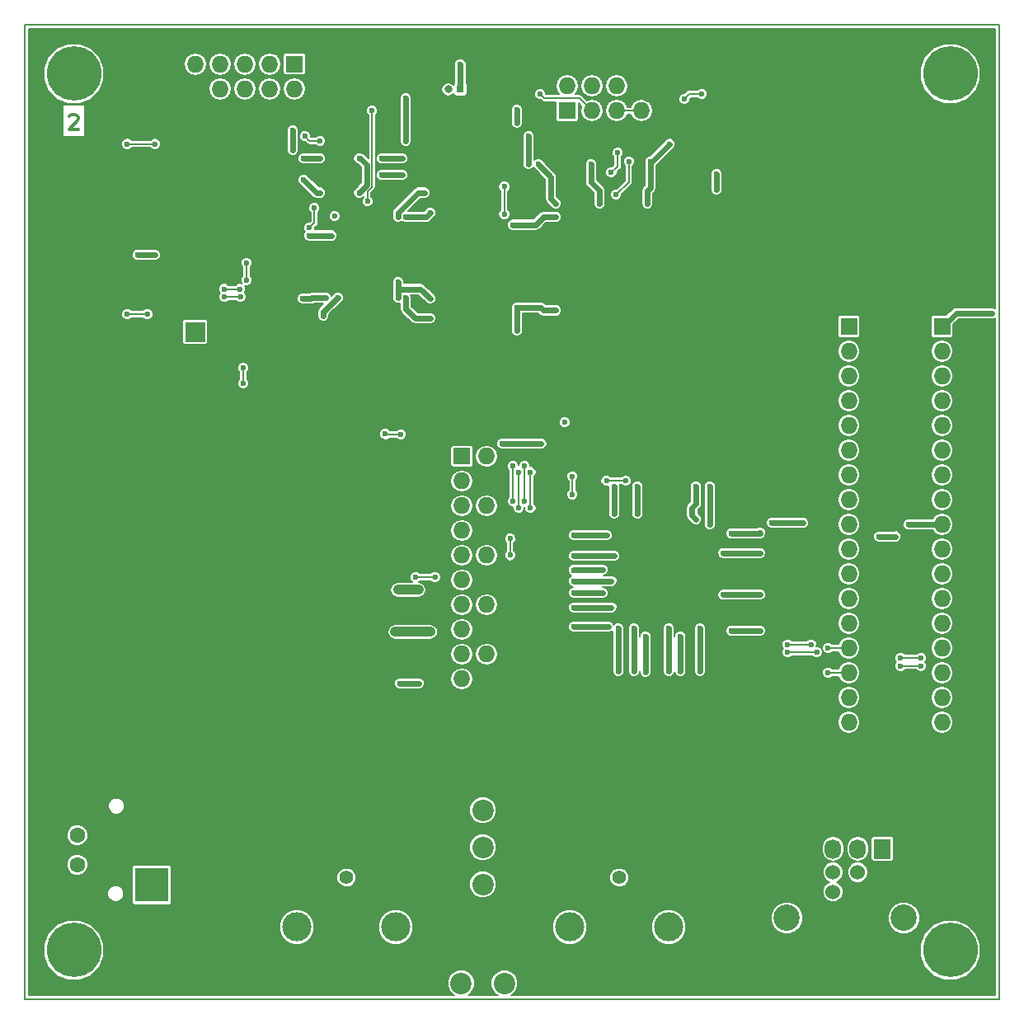
<source format=gbr>
G04 #@! TF.FileFunction,Copper,L2,Bot,Signal*
%FSLAX46Y46*%
G04 Gerber Fmt 4.6, Leading zero omitted, Abs format (unit mm)*
G04 Created by KiCad (PCBNEW 4.0.2-stable) date Montag, 04. Dezember 2017 'u31' 15:31:44*
%MOMM*%
G01*
G04 APERTURE LIST*
%ADD10C,0.100000*%
%ADD11C,0.300000*%
%ADD12C,0.150000*%
%ADD13C,5.600000*%
%ADD14C,2.200000*%
%ADD15R,3.500120X3.500120*%
%ADD16R,1.727200X1.727200*%
%ADD17O,1.727200X1.727200*%
%ADD18C,1.400000*%
%ADD19C,3.000000*%
%ADD20R,5.250000X5.250000*%
%ADD21R,2.032000X2.032000*%
%ADD22O,2.032000X2.032000*%
%ADD23R,1.727200X2.032000*%
%ADD24O,1.727200X2.032000*%
%ADD25O,4.800000X4.800000*%
%ADD26C,1.524000*%
%ADD27C,2.700020*%
%ADD28R,0.800000X0.800000*%
%ADD29O,0.800000X0.800000*%
%ADD30C,1.600000*%
%ADD31C,0.600000*%
%ADD32C,0.590000*%
%ADD33C,0.600000*%
%ADD34C,0.200000*%
%ADD35C,1.000000*%
%ADD36C,0.152400*%
G04 APERTURE END LIST*
D10*
D11*
X104571429Y-59321429D02*
X104642858Y-59250000D01*
X104785715Y-59178571D01*
X105142858Y-59178571D01*
X105285715Y-59250000D01*
X105357144Y-59321429D01*
X105428572Y-59464286D01*
X105428572Y-59607143D01*
X105357144Y-59821429D01*
X104500001Y-60678571D01*
X105428572Y-60678571D01*
D12*
X100000000Y-150000000D02*
X100000000Y-50000000D01*
X200000000Y-150000000D02*
X100000000Y-150000000D01*
X200000000Y-50000000D02*
X200000000Y-150000000D01*
X100000000Y-50000000D02*
X200000000Y-50000000D01*
D13*
X105000000Y-55000000D03*
X195000000Y-55000000D03*
X195000000Y-145000000D03*
X105000000Y-145000000D03*
D14*
X147000000Y-138240000D03*
X147000000Y-134430000D03*
X147000000Y-130620000D03*
X144775000Y-148400000D03*
X149225000Y-148400000D03*
D15*
X113000000Y-138299860D03*
X113000000Y-144299340D03*
X117699000Y-141299600D03*
D16*
X155660000Y-58800000D03*
D17*
X155660000Y-56260000D03*
X158200000Y-58800000D03*
X158200000Y-56260000D03*
X160740000Y-58800000D03*
X160740000Y-56260000D03*
X163280000Y-58800000D03*
X163280000Y-56260000D03*
D18*
X133000000Y-137550000D03*
X135540000Y-137550000D03*
D19*
X127920000Y-142630000D03*
X138080000Y-142630000D03*
D20*
X135000000Y-73850000D03*
D21*
X117467938Y-81505332D03*
D22*
X114927938Y-81505332D03*
D16*
X127660000Y-54000000D03*
D17*
X127660000Y-56540000D03*
X125120000Y-54000000D03*
X125120000Y-56540000D03*
X122580000Y-54000000D03*
X122580000Y-56540000D03*
X120040000Y-54000000D03*
X120040000Y-56540000D03*
X117500000Y-54000000D03*
X117500000Y-56540000D03*
D18*
X161000000Y-137550000D03*
X163540000Y-137550000D03*
D19*
X155920000Y-142630000D03*
X166080000Y-142630000D03*
D16*
X184600000Y-80950000D03*
D17*
X187140000Y-80950000D03*
X184600000Y-83490000D03*
X187140000Y-83490000D03*
X184600000Y-86030000D03*
X187140000Y-86030000D03*
X184600000Y-88570000D03*
X187140000Y-88570000D03*
X184600000Y-91110000D03*
X187140000Y-91110000D03*
X184600000Y-93650000D03*
X187140000Y-93650000D03*
X184600000Y-96190000D03*
X187140000Y-96190000D03*
X184600000Y-98730000D03*
X187140000Y-98730000D03*
X184600000Y-101270000D03*
X187140000Y-101270000D03*
X184600000Y-103810000D03*
X187140000Y-103810000D03*
X184600000Y-106350000D03*
X187140000Y-106350000D03*
X184600000Y-108890000D03*
X187140000Y-108890000D03*
X184600000Y-111430000D03*
X187140000Y-111430000D03*
X184600000Y-113970000D03*
X187140000Y-113970000D03*
X184600000Y-116510000D03*
X187140000Y-116510000D03*
X184600000Y-119050000D03*
X187140000Y-119050000D03*
X184600000Y-121590000D03*
X187140000Y-121590000D03*
D16*
X194160000Y-80950000D03*
D17*
X196700000Y-80950000D03*
X194160000Y-83490000D03*
X196700000Y-83490000D03*
X194160000Y-86030000D03*
X196700000Y-86030000D03*
X194160000Y-88570000D03*
X196700000Y-88570000D03*
X194160000Y-91110000D03*
X196700000Y-91110000D03*
X194160000Y-93650000D03*
X196700000Y-93650000D03*
X194160000Y-96190000D03*
X196700000Y-96190000D03*
X194160000Y-98730000D03*
X196700000Y-98730000D03*
X194160000Y-101270000D03*
X196700000Y-101270000D03*
X194160000Y-103810000D03*
X196700000Y-103810000D03*
X194160000Y-106350000D03*
X196700000Y-106350000D03*
X194160000Y-108890000D03*
X196700000Y-108890000D03*
X194160000Y-111430000D03*
X196700000Y-111430000D03*
X194160000Y-113970000D03*
X196700000Y-113970000D03*
X194160000Y-116510000D03*
X196700000Y-116510000D03*
X194160000Y-119050000D03*
X196700000Y-119050000D03*
X194160000Y-121590000D03*
X196700000Y-121590000D03*
D16*
X144860000Y-94280000D03*
D17*
X147400000Y-94280000D03*
X144860000Y-96820000D03*
X147400000Y-96820000D03*
X144860000Y-99360000D03*
X147400000Y-99360000D03*
X144860000Y-101900000D03*
X147400000Y-101900000D03*
X144860000Y-104440000D03*
X147400000Y-104440000D03*
X144860000Y-106980000D03*
X147400000Y-106980000D03*
X144860000Y-109520000D03*
X147400000Y-109520000D03*
X144860000Y-112060000D03*
X147400000Y-112060000D03*
X144860000Y-114600000D03*
X147400000Y-114600000D03*
X144860000Y-117140000D03*
X147400000Y-117140000D03*
D23*
X188040000Y-134600000D03*
D24*
X185500000Y-134600000D03*
X182960000Y-134600000D03*
X180420000Y-134600000D03*
D25*
X165900000Y-106800000D03*
D26*
X182960000Y-137000000D03*
X185500000Y-137000000D03*
X185500000Y-138998980D03*
X182960000Y-138998980D03*
D27*
X178230520Y-141699000D03*
X190229480Y-141699000D03*
D28*
X144700000Y-56600000D03*
D29*
X143450000Y-56600000D03*
X142200000Y-56600000D03*
D30*
X105360000Y-136200000D03*
X105360000Y-133200000D03*
X108360000Y-136200000D03*
X108360000Y-133200000D03*
D31*
X139200000Y-94800000D03*
X116700000Y-90000000D03*
X116700000Y-92000000D03*
X103600000Y-91500000D03*
X116700000Y-107000000D03*
X105998000Y-88714000D03*
X138000000Y-114100000D03*
X169100000Y-54700000D03*
X152900000Y-55300000D03*
X152700000Y-62500000D03*
X150700000Y-62500000D03*
X145730000Y-62050000D03*
X166792899Y-69499973D03*
X168500000Y-87100000D03*
X166500000Y-87100000D03*
X130800000Y-69700000D03*
X136750003Y-69482076D03*
X148300000Y-70500000D03*
X153607139Y-70499933D03*
X148700000Y-81400000D03*
X124000000Y-85000000D03*
X126800000Y-82094668D03*
X169290646Y-99958730D03*
X122939568Y-112333786D03*
X124839568Y-116133786D03*
X127439568Y-116333786D03*
X172800000Y-66900000D03*
X172800000Y-79700000D03*
X177400000Y-133800000D03*
X179300000Y-132200000D03*
X175600000Y-139900000D03*
X116700000Y-124000000D03*
X116700000Y-126000000D03*
X162700000Y-125900000D03*
X160700000Y-125360000D03*
X160700000Y-127900000D03*
X160700000Y-130440000D03*
X155300000Y-131710000D03*
X161000000Y-133400000D03*
X142500000Y-134800000D03*
X128300000Y-129100000D03*
X135000000Y-133400000D03*
X135700000Y-123290000D03*
X130300000Y-124560000D03*
X130300000Y-127100000D03*
X130300000Y-129640000D03*
X127649940Y-132800000D03*
X126700000Y-80100000D03*
X164200000Y-62200000D03*
X168200000Y-64000000D03*
X166200000Y-64000000D03*
X167300000Y-59300000D03*
X136632062Y-67194668D03*
X158100000Y-62500000D03*
X116700000Y-109000000D03*
X103600000Y-108500000D03*
X105998000Y-105714000D03*
X115300000Y-71700000D03*
X117100000Y-65500000D03*
X116869620Y-67500180D03*
X140000000Y-78850000D03*
X140000000Y-68850000D03*
X143400000Y-80100000D03*
X103600000Y-125500000D03*
X106000000Y-122700000D03*
X130000000Y-78850000D03*
X130665227Y-76633602D03*
X130659484Y-76071649D03*
X130632139Y-72599934D03*
X132749976Y-69482097D03*
X143400000Y-69305332D03*
X143400000Y-78100000D03*
X143400000Y-82100000D03*
X139100000Y-67200000D03*
X136632062Y-61894668D03*
X130300000Y-65400000D03*
X134300000Y-65400000D03*
X141100000Y-65400000D03*
X126700000Y-69600000D03*
X120195000Y-73850000D03*
X126700000Y-78100000D03*
X164699973Y-67407101D03*
X158200067Y-67407139D03*
X166792861Y-77500067D03*
X163200027Y-80592899D03*
X157699933Y-80592861D03*
X148700000Y-79000000D03*
X153607101Y-78500027D03*
X168200000Y-94600000D03*
X155250000Y-102400000D03*
X164700000Y-94600000D03*
X170000000Y-92200000D03*
X164584000Y-93103202D03*
X168900000Y-96250000D03*
X170300000Y-96250000D03*
X176550000Y-112200000D03*
X176550000Y-109800000D03*
X176550000Y-107100000D03*
X176550000Y-105900000D03*
D32*
X176550000Y-104200000D03*
X176550000Y-102100000D03*
D31*
X166500000Y-96250000D03*
X162900000Y-96250000D03*
D32*
X160500000Y-96100000D03*
D31*
X157970000Y-95025000D03*
X157200000Y-90800000D03*
X155250000Y-109800000D03*
X155250000Y-108300000D03*
X155250000Y-107100000D03*
X155250000Y-104500000D03*
X155250000Y-106000000D03*
X166100000Y-117450000D03*
X167300000Y-117450000D03*
D32*
X168500000Y-117450000D03*
X170100000Y-117450000D03*
D31*
X151200000Y-121800000D03*
X155250000Y-111800000D03*
X158700000Y-116295000D03*
X163700000Y-117450000D03*
X162500000Y-117450000D03*
X160900000Y-117450000D03*
X168000000Y-119100000D03*
X128600000Y-63700000D03*
X128600000Y-65900000D03*
X127500000Y-60812849D03*
X154000000Y-66300000D03*
X152700000Y-64300000D03*
X151700000Y-64300000D03*
X151700000Y-61400000D03*
X150500000Y-60000000D03*
X150483585Y-58716415D03*
X111543970Y-73600000D03*
X113343990Y-73600000D03*
X144700000Y-54000000D03*
X139100000Y-57500000D03*
X138300000Y-78000000D03*
X141000000Y-67200000D03*
X138300000Y-69700000D03*
X138300000Y-76399990D03*
X127500000Y-62814000D03*
X139100000Y-59599999D03*
X139100000Y-61900000D03*
X171000000Y-66900000D03*
X171008698Y-65300000D03*
X154499932Y-69699932D03*
X150100000Y-70500000D03*
X150500000Y-81400000D03*
X130632062Y-79844668D03*
X130300000Y-63700000D03*
X130300000Y-67200000D03*
X166200000Y-62200000D03*
X164200000Y-64000000D03*
X163900000Y-68300000D03*
X141600000Y-78100000D03*
X132100000Y-78000000D03*
X154500000Y-68300000D03*
X159000000Y-68300000D03*
X158100000Y-64300000D03*
X154500000Y-79300000D03*
X150500000Y-79000000D03*
X179900050Y-101100000D03*
X176700000Y-101100000D03*
X199300000Y-79600000D03*
X189400000Y-102500000D03*
X187703601Y-102511677D03*
X190700000Y-101300000D03*
X182436389Y-113970000D03*
X181300050Y-114400000D03*
X178300000Y-114400000D03*
X122065000Y-77100000D03*
X120464990Y-77100000D03*
X189900000Y-115000000D03*
X192000520Y-115000009D03*
X180700050Y-113600000D03*
X178300040Y-113600000D03*
X182436389Y-116500000D03*
X120464990Y-77900000D03*
X122104950Y-77899004D03*
X189900000Y-115800000D03*
X191996359Y-115800000D03*
X152900000Y-57100000D03*
X141600000Y-80100000D03*
X131465228Y-71600000D03*
X129200000Y-71600003D03*
X128500000Y-78100000D03*
X139100000Y-78000000D03*
X130900000Y-78000000D03*
X139100000Y-69700000D03*
X141600000Y-69300000D03*
X136999980Y-92000000D03*
X138599990Y-92032383D03*
X113343990Y-62200000D03*
X110500000Y-62200000D03*
X110500000Y-79700000D03*
X112543970Y-79700000D03*
X122400000Y-85200001D03*
X122400000Y-86800001D03*
X129700000Y-68800000D03*
X129200000Y-70800000D03*
X167700000Y-57600000D03*
X169499999Y-57057074D03*
X160850029Y-63100000D03*
X160193781Y-65148281D03*
X138700000Y-65400000D03*
X136650000Y-65399998D03*
X134300000Y-63700000D03*
X134300000Y-67200000D03*
X138700000Y-63700000D03*
X136650000Y-63699999D03*
X131761970Y-69637870D03*
X128724001Y-61412849D03*
X130300000Y-61900000D03*
X122735000Y-76200000D03*
X122735000Y-74400000D03*
X162000000Y-64000000D03*
X160699973Y-67407101D03*
X160500010Y-104500000D03*
X141600000Y-112300000D03*
X138000000Y-112300000D03*
X169300000Y-111965313D03*
X166100000Y-111965313D03*
X162500000Y-111965313D03*
X160900000Y-111965313D03*
X169300000Y-116350000D03*
X162900000Y-100200000D03*
X162900000Y-97350000D03*
X160500000Y-100200000D03*
D32*
X160500000Y-97350000D03*
D31*
X160200000Y-107100000D03*
X156350000Y-104500000D03*
X156350000Y-107100000D03*
X156350000Y-109800000D03*
X160200000Y-109800000D03*
X160900000Y-116350000D03*
X162500000Y-116350000D03*
X166100000Y-116350000D03*
X170300000Y-101300000D03*
X170300000Y-97350000D03*
D32*
X171700000Y-104200000D03*
X175450000Y-104200000D03*
X171700000Y-108500000D03*
D31*
X175450000Y-108500000D03*
X135628610Y-58799999D03*
X135159538Y-68113877D03*
X149800000Y-104441300D03*
X149800000Y-102750001D03*
X156200000Y-96326359D03*
X156200000Y-98200000D03*
X151900000Y-95900000D03*
X151900000Y-99600000D03*
X151300000Y-95300000D03*
X151300000Y-98900000D03*
X150700000Y-95900000D03*
X150700000Y-99547607D03*
X150100000Y-95300000D03*
X150100000Y-98900000D03*
X149200000Y-66599959D03*
X149200000Y-69400000D03*
X149000000Y-93000000D03*
X159700000Y-102400000D03*
X140400000Y-108000000D03*
X138300000Y-108000000D03*
X138300000Y-108000000D03*
X138500000Y-117597070D03*
X140400000Y-117597070D03*
X167300000Y-112765313D03*
X163700000Y-112765313D03*
X159893710Y-111800000D03*
X153000000Y-93000000D03*
X155400000Y-90800000D03*
X159300000Y-105900000D03*
X159300000Y-108300000D03*
X156350000Y-106000000D03*
X156350000Y-108300000D03*
X168900000Y-97350000D03*
X168900000Y-100751887D03*
X172500000Y-112200000D03*
X175450000Y-112200000D03*
D32*
X175450000Y-102100000D03*
D31*
X172500000Y-102200000D03*
X156350000Y-102400000D03*
X156350000Y-111800000D03*
X163700000Y-116400000D03*
X167300000Y-116350000D03*
X159700000Y-96800000D03*
X161676200Y-96800000D03*
X142100011Y-106700000D03*
X140100010Y-106700000D03*
D33*
X164200000Y-64000000D02*
X164200000Y-66723072D01*
X164200000Y-66723072D02*
X163899972Y-67023100D01*
X141600000Y-78100000D02*
X140600000Y-77100000D01*
X140600000Y-77100000D02*
X138400000Y-77100000D01*
X138400000Y-77100000D02*
X138300000Y-77000000D01*
X130300000Y-63700000D02*
X128600000Y-63700000D01*
X130300000Y-67200000D02*
X129900000Y-67200000D01*
X129900000Y-67200000D02*
X128600000Y-65900000D01*
X127500000Y-60812849D02*
X127500000Y-62814000D01*
D34*
X160740000Y-58800000D02*
X163280000Y-58800000D01*
D33*
X154000000Y-66300000D02*
X154000000Y-65600000D01*
X154000000Y-65600000D02*
X152700000Y-64300000D01*
X154500000Y-68300000D02*
X154100000Y-67900000D01*
X154000000Y-66300000D02*
X154000000Y-67800000D01*
X154000000Y-67800000D02*
X154100000Y-67900000D01*
X154499932Y-69699932D02*
X153223138Y-69699932D01*
X153223138Y-69699932D02*
X152423070Y-70500000D01*
X152423070Y-70500000D02*
X150100000Y-70500000D01*
X151700000Y-61400000D02*
X151700000Y-64300000D01*
X150483585Y-58716415D02*
X150483585Y-59983585D01*
X150483585Y-59983585D02*
X150500000Y-60000000D01*
X113343990Y-73600000D02*
X111543970Y-73600000D01*
X144700000Y-54000000D02*
X144700000Y-56600000D01*
X139100000Y-57500000D02*
X139100000Y-59599999D01*
X138300000Y-76399990D02*
X138300000Y-77000000D01*
X138300000Y-77000000D02*
X138300000Y-78000000D01*
X140375736Y-67200000D02*
X141000000Y-67200000D01*
X138300000Y-69700000D02*
X138300000Y-69275736D01*
X138300000Y-69275736D02*
X140375736Y-67200000D01*
X139100000Y-61900000D02*
X139100000Y-59599999D01*
X171008698Y-65300000D02*
X171008698Y-66891302D01*
X171008698Y-66891302D02*
X171000000Y-66900000D01*
X150500000Y-81400000D02*
X150500000Y-79000000D01*
X130632062Y-79844668D02*
X130632062Y-79467938D01*
X130632062Y-79467938D02*
X132100000Y-78000000D01*
X164200000Y-64000000D02*
X164400000Y-64000000D01*
X164400000Y-64000000D02*
X166200000Y-62200000D01*
X164100000Y-66823072D02*
X163899972Y-67023100D01*
X163899972Y-67023100D02*
X163899972Y-68299972D01*
X163899972Y-68299972D02*
X163900000Y-68300000D01*
X158100000Y-64300000D02*
X158100000Y-66123070D01*
X158100000Y-66123070D02*
X159000068Y-67023138D01*
X159000068Y-67023138D02*
X159000068Y-68299932D01*
X159000068Y-68299932D02*
X159000000Y-68300000D01*
X154500000Y-79300000D02*
X154075736Y-79300000D01*
X154075736Y-79300000D02*
X154075708Y-79300028D01*
X154075708Y-79300028D02*
X153223100Y-79300028D01*
X153223100Y-79300028D02*
X152923072Y-79000000D01*
X150500000Y-79000000D02*
X152923072Y-79000000D01*
X176700000Y-101100000D02*
X179900050Y-101100000D01*
X199286399Y-79586399D02*
X199300000Y-79600000D01*
X194250000Y-80950000D02*
X195613601Y-79586399D01*
X195613601Y-79586399D02*
X199286399Y-79586399D01*
X194160000Y-80950000D02*
X194250000Y-80950000D01*
X187703601Y-102511677D02*
X189388323Y-102511677D01*
X189388323Y-102511677D02*
X189400000Y-102500000D01*
X194160000Y-101270000D02*
X190730000Y-101270000D01*
X190730000Y-101270000D02*
X190700000Y-101300000D01*
D34*
X184600000Y-113970000D02*
X182436389Y-113970000D01*
X180500000Y-114400001D02*
X180700049Y-114400001D01*
X179900050Y-114400001D02*
X180500000Y-114400001D01*
X180500000Y-114400001D02*
X181300049Y-114400001D01*
X181300049Y-114400001D02*
X181300050Y-114400000D01*
X180700049Y-114400001D02*
X180700050Y-114400000D01*
X179900050Y-114400001D02*
X178300001Y-114400001D01*
X178300001Y-114400001D02*
X178300000Y-114400000D01*
X120464990Y-77100000D02*
X122065000Y-77100000D01*
X192000520Y-115000009D02*
X189900009Y-115000009D01*
X189900009Y-115000009D02*
X189900000Y-115000000D01*
X179700000Y-113600000D02*
X178300040Y-113600000D01*
X179900050Y-113600000D02*
X179700000Y-113600000D01*
X179700000Y-113600000D02*
X180700050Y-113600000D01*
X184600000Y-116510000D02*
X182446389Y-116510000D01*
X182446389Y-116510000D02*
X182436389Y-116500000D01*
X122104950Y-77899004D02*
X120465986Y-77899004D01*
X120465986Y-77899004D02*
X120464990Y-77900000D01*
X191996359Y-115800000D02*
X189900000Y-115800000D01*
X158200000Y-58800000D02*
X156900000Y-57500000D01*
X156900000Y-57500000D02*
X153300000Y-57500000D01*
X153300000Y-57500000D02*
X152900000Y-57100000D01*
D33*
X141600000Y-80100000D02*
X140065998Y-80100000D01*
X139100000Y-79134002D02*
X139100000Y-78424264D01*
X140065998Y-80100000D02*
X139100000Y-79134002D01*
X139100000Y-78424264D02*
X139100000Y-78000000D01*
X129200000Y-71600003D02*
X131465225Y-71600003D01*
X131465225Y-71600003D02*
X131465228Y-71600000D01*
X128500000Y-78100000D02*
X129332062Y-78100000D01*
X129332062Y-78100000D02*
X129432062Y-78000000D01*
X130900000Y-78000000D02*
X129432062Y-78000000D01*
X139100000Y-69700000D02*
X141200000Y-69700000D01*
X141200000Y-69700000D02*
X141600000Y-69300000D01*
D34*
X138599990Y-92032383D02*
X137032363Y-92032383D01*
X137032363Y-92032383D02*
X136999980Y-92000000D01*
X110500000Y-62200000D02*
X113343990Y-62200000D01*
X112543970Y-79700000D02*
X110500000Y-79700000D01*
X122400000Y-86800001D02*
X122400000Y-85200001D01*
X129200000Y-70800000D02*
X129700000Y-70300000D01*
X129700000Y-70300000D02*
X129700000Y-68800000D01*
X169499999Y-57057074D02*
X168242926Y-57057074D01*
X168242926Y-57057074D02*
X167700000Y-57600000D01*
X160193781Y-65148281D02*
X160742062Y-64600000D01*
X160850029Y-63100000D02*
X160850029Y-64492033D01*
X160850029Y-64492033D02*
X160742062Y-64600000D01*
D33*
X138700000Y-65400000D02*
X136650002Y-65400000D01*
X136650002Y-65400000D02*
X136650000Y-65399998D01*
X134300000Y-63700000D02*
X134450000Y-63700000D01*
X135100000Y-66400000D02*
X134300000Y-67200000D01*
X134450000Y-63700000D02*
X135100000Y-64350000D01*
X135100000Y-64350000D02*
X135100000Y-66400000D01*
X138700000Y-63700000D02*
X136650001Y-63700000D01*
X136650001Y-63700000D02*
X136650000Y-63699999D01*
D34*
X130300000Y-61900000D02*
X129211152Y-61900000D01*
X129211152Y-61900000D02*
X128724001Y-61412849D01*
X122735000Y-74400000D02*
X122735000Y-76200000D01*
X162000000Y-64000000D02*
X162000000Y-66107074D01*
X162000000Y-66107074D02*
X160699973Y-67407101D01*
D33*
X156350000Y-104500000D02*
X160500010Y-104500000D01*
D35*
X141600000Y-112300000D02*
X138000000Y-112300000D01*
D33*
X169300000Y-112600000D02*
X169300000Y-111965313D01*
X166100000Y-112600000D02*
X166100000Y-111965313D01*
X162500000Y-112600000D02*
X162500000Y-111965313D01*
X160900000Y-113100000D02*
X160900000Y-112600000D01*
X160900000Y-116350000D02*
X160900000Y-113100000D01*
X160900000Y-113100000D02*
X160900000Y-111965313D01*
X169300000Y-116350000D02*
X169300000Y-112600000D01*
X162900000Y-97350000D02*
X162900000Y-100200000D01*
X160500000Y-97350000D02*
X160500000Y-100200000D01*
X156350000Y-107100000D02*
X160200000Y-107100000D01*
X156350000Y-109800000D02*
X160200000Y-109800000D01*
X162500000Y-116350000D02*
X162500000Y-112600000D01*
X166100000Y-116350000D02*
X166100000Y-112600000D01*
X170300000Y-97350000D02*
X170300000Y-101300000D01*
X175450000Y-104200000D02*
X171700000Y-104200000D01*
X175450000Y-108500000D02*
X171700000Y-108500000D01*
D36*
X135628610Y-66618957D02*
X135628610Y-58828609D01*
X135628610Y-58828609D02*
X135600000Y-58799999D01*
X135159538Y-67088028D02*
X135628610Y-66618957D01*
X135159538Y-68113877D02*
X135159538Y-67088028D01*
X149800000Y-102750001D02*
X149800000Y-104441300D01*
D34*
X156200000Y-97200000D02*
X156200000Y-96700000D01*
X156200000Y-98200000D02*
X156200000Y-97200000D01*
X156200000Y-97200000D02*
X156200000Y-96326359D01*
X151900000Y-96700000D02*
X151900000Y-95900000D01*
X151900000Y-99600000D02*
X151900000Y-96700000D01*
X151300000Y-98900000D02*
X151300000Y-95700000D01*
X151300000Y-95700000D02*
X151300000Y-95300000D01*
X150700000Y-99547607D02*
X150700000Y-96300000D01*
X150700000Y-96300000D02*
X150700000Y-95900000D01*
X150100000Y-96400000D02*
X150100000Y-95300000D01*
X150100000Y-98900000D02*
X150100000Y-96400000D01*
X149200000Y-69400000D02*
X149200000Y-66599959D01*
D33*
X149400000Y-93000000D02*
X149700000Y-93000000D01*
X149700000Y-93000000D02*
X153000000Y-93000000D01*
X149000000Y-93000000D02*
X149700000Y-93000000D01*
X156350000Y-102400000D02*
X159700000Y-102400000D01*
D35*
X138300000Y-108000000D02*
X140400000Y-108000000D01*
D33*
X140400000Y-117597070D02*
X138500000Y-117597070D01*
X138502930Y-117597070D02*
X138500000Y-117597070D01*
X167300000Y-113501801D02*
X167300000Y-112765313D01*
X163700000Y-116400000D02*
X163700000Y-113400000D01*
X163700000Y-113400000D02*
X163700000Y-112765313D01*
X159800011Y-111800000D02*
X159893710Y-111800000D01*
X159893710Y-111800000D02*
X156350000Y-111800000D01*
X156350000Y-105900000D02*
X159300000Y-105900000D01*
X156350000Y-108300000D02*
X159300000Y-108300000D01*
X168495495Y-99567885D02*
X168900000Y-99163380D01*
X168900000Y-99163380D02*
X168900000Y-97350000D01*
X168900000Y-100751887D02*
X168495495Y-100347382D01*
X168495495Y-100347382D02*
X168495495Y-99567885D01*
X167300000Y-114300000D02*
X167300000Y-113589733D01*
X167300000Y-116350000D02*
X167300000Y-114300000D01*
X167300000Y-114300000D02*
X167301801Y-114298199D01*
X167301801Y-114298199D02*
X167301801Y-113400000D01*
X175450000Y-112200000D02*
X172500000Y-112200000D01*
X172500000Y-102200000D02*
X175450000Y-102200000D01*
X167300000Y-114500000D02*
X167300000Y-113501801D01*
X167300000Y-113501801D02*
X167301801Y-113500000D01*
X167300000Y-113589733D02*
X167301801Y-113587932D01*
D34*
X161676200Y-96800000D02*
X161251936Y-96800000D01*
X161251936Y-96800000D02*
X161201926Y-96749990D01*
X161201926Y-96749990D02*
X159750010Y-96749990D01*
X159750010Y-96749990D02*
X159700000Y-96800000D01*
X140100010Y-106700000D02*
X142100011Y-106700000D01*
G36*
X199625000Y-79085281D02*
X199547450Y-79053079D01*
X199516009Y-79032071D01*
X199479245Y-79024758D01*
X199419871Y-79000104D01*
X199355015Y-79000047D01*
X199286399Y-78986399D01*
X195613601Y-78986399D01*
X195383991Y-79032071D01*
X195189337Y-79162135D01*
X194570949Y-79780523D01*
X193296400Y-79780523D01*
X193185227Y-79801442D01*
X193083121Y-79867145D01*
X193014622Y-79967397D01*
X192990523Y-80086400D01*
X192990523Y-81813600D01*
X193011442Y-81924773D01*
X193077145Y-82026879D01*
X193177397Y-82095378D01*
X193296400Y-82119477D01*
X195023600Y-82119477D01*
X195134773Y-82098558D01*
X195236879Y-82032855D01*
X195305378Y-81932603D01*
X195329477Y-81813600D01*
X195329477Y-80719051D01*
X195862129Y-80186399D01*
X199147625Y-80186399D01*
X199180129Y-80199896D01*
X199418824Y-80200104D01*
X199625000Y-80114914D01*
X199625000Y-149625000D01*
X149926376Y-149625000D01*
X150017000Y-149587555D01*
X150411170Y-149194072D01*
X150624757Y-148679699D01*
X150625243Y-148122744D01*
X150412555Y-147608000D01*
X150019072Y-147213830D01*
X149504699Y-147000243D01*
X148947744Y-146999757D01*
X148433000Y-147212445D01*
X148038830Y-147605928D01*
X147825243Y-148120301D01*
X147824757Y-148677256D01*
X148037445Y-149192000D01*
X148430928Y-149586170D01*
X148524441Y-149625000D01*
X145476376Y-149625000D01*
X145567000Y-149587555D01*
X145961170Y-149194072D01*
X146174757Y-148679699D01*
X146175243Y-148122744D01*
X145962555Y-147608000D01*
X145569072Y-147213830D01*
X145054699Y-147000243D01*
X144497744Y-146999757D01*
X143983000Y-147212445D01*
X143588830Y-147605928D01*
X143375243Y-148120301D01*
X143374757Y-148677256D01*
X143587445Y-149192000D01*
X143980928Y-149586170D01*
X144074441Y-149625000D01*
X100375000Y-149625000D01*
X100375000Y-145613923D01*
X101899463Y-145613923D01*
X102370415Y-146753715D01*
X103241698Y-147626520D01*
X104380667Y-148099461D01*
X105613923Y-148100537D01*
X106753715Y-147629585D01*
X107626520Y-146758302D01*
X108099461Y-145619333D01*
X108099465Y-145613923D01*
X191899463Y-145613923D01*
X192370415Y-146753715D01*
X193241698Y-147626520D01*
X194380667Y-148099461D01*
X195613923Y-148100537D01*
X196753715Y-147629585D01*
X197626520Y-146758302D01*
X198099461Y-145619333D01*
X198100537Y-144386077D01*
X197629585Y-143246285D01*
X196758302Y-142373480D01*
X195619333Y-141900539D01*
X194386077Y-141899463D01*
X193246285Y-142370415D01*
X192373480Y-143241698D01*
X191900539Y-144380667D01*
X191899463Y-145613923D01*
X108099465Y-145613923D01*
X108100537Y-144386077D01*
X107629585Y-143246285D01*
X107370225Y-142986471D01*
X126119688Y-142986471D01*
X126393145Y-143648286D01*
X126899051Y-144155076D01*
X127560387Y-144429687D01*
X128276471Y-144430312D01*
X128938286Y-144156855D01*
X129445076Y-143650949D01*
X129719687Y-142989613D01*
X129719689Y-142986471D01*
X136279688Y-142986471D01*
X136553145Y-143648286D01*
X137059051Y-144155076D01*
X137720387Y-144429687D01*
X138436471Y-144430312D01*
X139098286Y-144156855D01*
X139605076Y-143650949D01*
X139879687Y-142989613D01*
X139879689Y-142986471D01*
X154119688Y-142986471D01*
X154393145Y-143648286D01*
X154899051Y-144155076D01*
X155560387Y-144429687D01*
X156276471Y-144430312D01*
X156938286Y-144156855D01*
X157445076Y-143650949D01*
X157719687Y-142989613D01*
X157719689Y-142986471D01*
X164279688Y-142986471D01*
X164553145Y-143648286D01*
X165059051Y-144155076D01*
X165720387Y-144429687D01*
X166436471Y-144430312D01*
X167098286Y-144156855D01*
X167605076Y-143650949D01*
X167879687Y-142989613D01*
X167880312Y-142273529D01*
X167777939Y-142025767D01*
X176580224Y-142025767D01*
X176830894Y-142632435D01*
X177294644Y-143096995D01*
X177900873Y-143348723D01*
X178557287Y-143349296D01*
X179163955Y-143098626D01*
X179628515Y-142634876D01*
X179880243Y-142028647D01*
X179880245Y-142025767D01*
X188579184Y-142025767D01*
X188829854Y-142632435D01*
X189293604Y-143096995D01*
X189899833Y-143348723D01*
X190556247Y-143349296D01*
X191162915Y-143098626D01*
X191627475Y-142634876D01*
X191879203Y-142028647D01*
X191879776Y-141372233D01*
X191629106Y-140765565D01*
X191165356Y-140301005D01*
X190559127Y-140049277D01*
X189902713Y-140048704D01*
X189296045Y-140299374D01*
X188831485Y-140763124D01*
X188579757Y-141369353D01*
X188579184Y-142025767D01*
X179880245Y-142025767D01*
X179880816Y-141372233D01*
X179630146Y-140765565D01*
X179166396Y-140301005D01*
X178560167Y-140049277D01*
X177903753Y-140048704D01*
X177297085Y-140299374D01*
X176832525Y-140763124D01*
X176580797Y-141369353D01*
X176580224Y-142025767D01*
X167777939Y-142025767D01*
X167606855Y-141611714D01*
X167100949Y-141104924D01*
X166439613Y-140830313D01*
X165723529Y-140829688D01*
X165061714Y-141103145D01*
X164554924Y-141609051D01*
X164280313Y-142270387D01*
X164279688Y-142986471D01*
X157719689Y-142986471D01*
X157720312Y-142273529D01*
X157446855Y-141611714D01*
X156940949Y-141104924D01*
X156279613Y-140830313D01*
X155563529Y-140829688D01*
X154901714Y-141103145D01*
X154394924Y-141609051D01*
X154120313Y-142270387D01*
X154119688Y-142986471D01*
X139879689Y-142986471D01*
X139880312Y-142273529D01*
X139606855Y-141611714D01*
X139100949Y-141104924D01*
X138439613Y-140830313D01*
X137723529Y-140829688D01*
X137061714Y-141103145D01*
X136554924Y-141609051D01*
X136280313Y-142270387D01*
X136279688Y-142986471D01*
X129719689Y-142986471D01*
X129720312Y-142273529D01*
X129446855Y-141611714D01*
X128940949Y-141104924D01*
X128279613Y-140830313D01*
X127563529Y-140829688D01*
X126901714Y-141103145D01*
X126394924Y-141609051D01*
X126120313Y-142270387D01*
X126119688Y-142986471D01*
X107370225Y-142986471D01*
X106758302Y-142373480D01*
X105619333Y-141900539D01*
X104386077Y-141899463D01*
X103246285Y-142370415D01*
X102373480Y-143241698D01*
X101900539Y-144380667D01*
X101899463Y-145613923D01*
X100375000Y-145613923D01*
X100375000Y-139368334D01*
X108449853Y-139368334D01*
X108578985Y-139680857D01*
X108817885Y-139920174D01*
X109130183Y-140049852D01*
X109468334Y-140050147D01*
X109780857Y-139921015D01*
X110020174Y-139682115D01*
X110149852Y-139369817D01*
X110150147Y-139031666D01*
X110021015Y-138719143D01*
X109782115Y-138479826D01*
X109469817Y-138350148D01*
X109131666Y-138349853D01*
X108819143Y-138478985D01*
X108579826Y-138717885D01*
X108450148Y-139030183D01*
X108449853Y-139368334D01*
X100375000Y-139368334D01*
X100375000Y-136417844D01*
X104259810Y-136417844D01*
X104426922Y-136822286D01*
X104736087Y-137131991D01*
X105140237Y-137299808D01*
X105577844Y-137300190D01*
X105982286Y-137133078D01*
X106291991Y-136823913D01*
X106405812Y-136549800D01*
X110944063Y-136549800D01*
X110944063Y-140049920D01*
X110964982Y-140161093D01*
X111030685Y-140263199D01*
X111130937Y-140331698D01*
X111249940Y-140355797D01*
X114750060Y-140355797D01*
X114861233Y-140334878D01*
X114963339Y-140269175D01*
X115031838Y-140168923D01*
X115055937Y-140049920D01*
X115055937Y-137748040D01*
X131999827Y-137748040D01*
X132151747Y-138115714D01*
X132432806Y-138397264D01*
X132800215Y-138549826D01*
X133198040Y-138550173D01*
X133277705Y-138517256D01*
X145599757Y-138517256D01*
X145812445Y-139032000D01*
X146205928Y-139426170D01*
X146720301Y-139639757D01*
X147277256Y-139640243D01*
X147792000Y-139427555D01*
X148186170Y-139034072D01*
X148399757Y-138519699D01*
X148400243Y-137962744D01*
X148311530Y-137748040D01*
X159999827Y-137748040D01*
X160151747Y-138115714D01*
X160432806Y-138397264D01*
X160800215Y-138549826D01*
X161198040Y-138550173D01*
X161565714Y-138398253D01*
X161847264Y-138117194D01*
X161999826Y-137749785D01*
X162000173Y-137351960D01*
X161848253Y-136984286D01*
X161567194Y-136702736D01*
X161199785Y-136550174D01*
X160801960Y-136549827D01*
X160434286Y-136701747D01*
X160152736Y-136982806D01*
X160000174Y-137350215D01*
X159999827Y-137748040D01*
X148311530Y-137748040D01*
X148187555Y-137448000D01*
X147794072Y-137053830D01*
X147279699Y-136840243D01*
X146722744Y-136839757D01*
X146208000Y-137052445D01*
X145813830Y-137445928D01*
X145600243Y-137960301D01*
X145599757Y-138517256D01*
X133277705Y-138517256D01*
X133565714Y-138398253D01*
X133847264Y-138117194D01*
X133999826Y-137749785D01*
X134000173Y-137351960D01*
X133848253Y-136984286D01*
X133567194Y-136702736D01*
X133199785Y-136550174D01*
X132801960Y-136549827D01*
X132434286Y-136701747D01*
X132152736Y-136982806D01*
X132000174Y-137350215D01*
X131999827Y-137748040D01*
X115055937Y-137748040D01*
X115055937Y-136549800D01*
X115035018Y-136438627D01*
X114969315Y-136336521D01*
X114869063Y-136268022D01*
X114750060Y-136243923D01*
X111249940Y-136243923D01*
X111138767Y-136264842D01*
X111036661Y-136330545D01*
X110968162Y-136430797D01*
X110944063Y-136549800D01*
X106405812Y-136549800D01*
X106459808Y-136419763D01*
X106460190Y-135982156D01*
X106293078Y-135577714D01*
X105983913Y-135268009D01*
X105579763Y-135100192D01*
X105142156Y-135099810D01*
X104737714Y-135266922D01*
X104428009Y-135576087D01*
X104260192Y-135980237D01*
X104259810Y-136417844D01*
X100375000Y-136417844D01*
X100375000Y-134707256D01*
X145599757Y-134707256D01*
X145812445Y-135222000D01*
X146205928Y-135616170D01*
X146720301Y-135829757D01*
X147277256Y-135830243D01*
X147792000Y-135617555D01*
X148186170Y-135224072D01*
X148399757Y-134709699D01*
X148400008Y-134421818D01*
X181796400Y-134421818D01*
X181796400Y-134778182D01*
X181884974Y-135223472D01*
X182137211Y-135600971D01*
X182514710Y-135853208D01*
X182940901Y-135937983D01*
X182749682Y-135937816D01*
X182359211Y-136099155D01*
X182060205Y-136397640D01*
X181898185Y-136787828D01*
X181897816Y-137210318D01*
X182059155Y-137600789D01*
X182357640Y-137899795D01*
X182597841Y-137999535D01*
X182359211Y-138098135D01*
X182060205Y-138396620D01*
X181898185Y-138786808D01*
X181897816Y-139209298D01*
X182059155Y-139599769D01*
X182357640Y-139898775D01*
X182747828Y-140060795D01*
X183170318Y-140061164D01*
X183560789Y-139899825D01*
X183859795Y-139601340D01*
X184021815Y-139211152D01*
X184022184Y-138788662D01*
X183860845Y-138398191D01*
X183562360Y-138099185D01*
X183322159Y-137999445D01*
X183560789Y-137900845D01*
X183859795Y-137602360D01*
X184021815Y-137212172D01*
X184022184Y-136789682D01*
X183860845Y-136399211D01*
X183562360Y-136100205D01*
X183172172Y-135938185D01*
X182978932Y-135938016D01*
X183405290Y-135853208D01*
X183782789Y-135600971D01*
X184035026Y-135223472D01*
X184123600Y-134778182D01*
X184123600Y-134421818D01*
X184336400Y-134421818D01*
X184336400Y-134778182D01*
X184424974Y-135223472D01*
X184677211Y-135600971D01*
X185054710Y-135853208D01*
X185480901Y-135937983D01*
X185289682Y-135937816D01*
X184899211Y-136099155D01*
X184600205Y-136397640D01*
X184438185Y-136787828D01*
X184437816Y-137210318D01*
X184599155Y-137600789D01*
X184897640Y-137899795D01*
X185287828Y-138061815D01*
X185710318Y-138062184D01*
X186100789Y-137900845D01*
X186399795Y-137602360D01*
X186561815Y-137212172D01*
X186562184Y-136789682D01*
X186400845Y-136399211D01*
X186102360Y-136100205D01*
X185712172Y-135938185D01*
X185518932Y-135938016D01*
X185945290Y-135853208D01*
X186322789Y-135600971D01*
X186575026Y-135223472D01*
X186663600Y-134778182D01*
X186663600Y-134421818D01*
X186575026Y-133976528D01*
X186322789Y-133599029D01*
X186300297Y-133584000D01*
X186870523Y-133584000D01*
X186870523Y-135616000D01*
X186891442Y-135727173D01*
X186957145Y-135829279D01*
X187057397Y-135897778D01*
X187176400Y-135921877D01*
X188903600Y-135921877D01*
X189014773Y-135900958D01*
X189116879Y-135835255D01*
X189185378Y-135735003D01*
X189209477Y-135616000D01*
X189209477Y-133584000D01*
X189188558Y-133472827D01*
X189122855Y-133370721D01*
X189022603Y-133302222D01*
X188903600Y-133278123D01*
X187176400Y-133278123D01*
X187065227Y-133299042D01*
X186963121Y-133364745D01*
X186894622Y-133464997D01*
X186870523Y-133584000D01*
X186300297Y-133584000D01*
X185945290Y-133346792D01*
X185500000Y-133258218D01*
X185054710Y-133346792D01*
X184677211Y-133599029D01*
X184424974Y-133976528D01*
X184336400Y-134421818D01*
X184123600Y-134421818D01*
X184035026Y-133976528D01*
X183782789Y-133599029D01*
X183405290Y-133346792D01*
X182960000Y-133258218D01*
X182514710Y-133346792D01*
X182137211Y-133599029D01*
X181884974Y-133976528D01*
X181796400Y-134421818D01*
X148400008Y-134421818D01*
X148400243Y-134152744D01*
X148187555Y-133638000D01*
X147794072Y-133243830D01*
X147279699Y-133030243D01*
X146722744Y-133029757D01*
X146208000Y-133242445D01*
X145813830Y-133635928D01*
X145600243Y-134150301D01*
X145599757Y-134707256D01*
X100375000Y-134707256D01*
X100375000Y-133417844D01*
X104259810Y-133417844D01*
X104426922Y-133822286D01*
X104736087Y-134131991D01*
X105140237Y-134299808D01*
X105577844Y-134300190D01*
X105982286Y-134133078D01*
X106291991Y-133823913D01*
X106459808Y-133419763D01*
X106460190Y-132982156D01*
X106293078Y-132577714D01*
X105983913Y-132268009D01*
X105579763Y-132100192D01*
X105142156Y-132099810D01*
X104737714Y-132266922D01*
X104428009Y-132576087D01*
X104260192Y-132980237D01*
X104259810Y-133417844D01*
X100375000Y-133417844D01*
X100375000Y-130368334D01*
X108509853Y-130368334D01*
X108638985Y-130680857D01*
X108877885Y-130920174D01*
X109190183Y-131049852D01*
X109528334Y-131050147D01*
X109840857Y-130921015D01*
X109864657Y-130897256D01*
X145599757Y-130897256D01*
X145812445Y-131412000D01*
X146205928Y-131806170D01*
X146720301Y-132019757D01*
X147277256Y-132020243D01*
X147792000Y-131807555D01*
X148186170Y-131414072D01*
X148399757Y-130899699D01*
X148400243Y-130342744D01*
X148187555Y-129828000D01*
X147794072Y-129433830D01*
X147279699Y-129220243D01*
X146722744Y-129219757D01*
X146208000Y-129432445D01*
X145813830Y-129825928D01*
X145600243Y-130340301D01*
X145599757Y-130897256D01*
X109864657Y-130897256D01*
X110080174Y-130682115D01*
X110209852Y-130369817D01*
X110210147Y-130031666D01*
X110081015Y-129719143D01*
X109842115Y-129479826D01*
X109529817Y-129350148D01*
X109191666Y-129349853D01*
X108879143Y-129478985D01*
X108639826Y-129717885D01*
X108510148Y-130030183D01*
X108509853Y-130368334D01*
X100375000Y-130368334D01*
X100375000Y-121567204D01*
X183436400Y-121567204D01*
X183436400Y-121612796D01*
X183524974Y-122058086D01*
X183777211Y-122435585D01*
X184154710Y-122687822D01*
X184600000Y-122776396D01*
X185045290Y-122687822D01*
X185422789Y-122435585D01*
X185675026Y-122058086D01*
X185763600Y-121612796D01*
X185763600Y-121567204D01*
X192996400Y-121567204D01*
X192996400Y-121612796D01*
X193084974Y-122058086D01*
X193337211Y-122435585D01*
X193714710Y-122687822D01*
X194160000Y-122776396D01*
X194605290Y-122687822D01*
X194982789Y-122435585D01*
X195235026Y-122058086D01*
X195323600Y-121612796D01*
X195323600Y-121567204D01*
X195235026Y-121121914D01*
X194982789Y-120744415D01*
X194605290Y-120492178D01*
X194160000Y-120403604D01*
X193714710Y-120492178D01*
X193337211Y-120744415D01*
X193084974Y-121121914D01*
X192996400Y-121567204D01*
X185763600Y-121567204D01*
X185675026Y-121121914D01*
X185422789Y-120744415D01*
X185045290Y-120492178D01*
X184600000Y-120403604D01*
X184154710Y-120492178D01*
X183777211Y-120744415D01*
X183524974Y-121121914D01*
X183436400Y-121567204D01*
X100375000Y-121567204D01*
X100375000Y-119027204D01*
X183436400Y-119027204D01*
X183436400Y-119072796D01*
X183524974Y-119518086D01*
X183777211Y-119895585D01*
X184154710Y-120147822D01*
X184600000Y-120236396D01*
X185045290Y-120147822D01*
X185422789Y-119895585D01*
X185675026Y-119518086D01*
X185763600Y-119072796D01*
X185763600Y-119027204D01*
X192996400Y-119027204D01*
X192996400Y-119072796D01*
X193084974Y-119518086D01*
X193337211Y-119895585D01*
X193714710Y-120147822D01*
X194160000Y-120236396D01*
X194605290Y-120147822D01*
X194982789Y-119895585D01*
X195235026Y-119518086D01*
X195323600Y-119072796D01*
X195323600Y-119027204D01*
X195235026Y-118581914D01*
X194982789Y-118204415D01*
X194605290Y-117952178D01*
X194160000Y-117863604D01*
X193714710Y-117952178D01*
X193337211Y-118204415D01*
X193084974Y-118581914D01*
X192996400Y-119027204D01*
X185763600Y-119027204D01*
X185675026Y-118581914D01*
X185422789Y-118204415D01*
X185045290Y-117952178D01*
X184600000Y-117863604D01*
X184154710Y-117952178D01*
X183777211Y-118204415D01*
X183524974Y-118581914D01*
X183436400Y-119027204D01*
X100375000Y-119027204D01*
X100375000Y-117715894D01*
X137899896Y-117715894D01*
X137991048Y-117936499D01*
X138159683Y-118105429D01*
X138380129Y-118196966D01*
X138618824Y-118197174D01*
X138619076Y-118197070D01*
X140399476Y-118197070D01*
X140518824Y-118197174D01*
X140739429Y-118106022D01*
X140908359Y-117937387D01*
X140999896Y-117716941D01*
X141000104Y-117478246D01*
X140908952Y-117257641D01*
X140791517Y-117140000D01*
X143673604Y-117140000D01*
X143762178Y-117585290D01*
X144014415Y-117962789D01*
X144391914Y-118215026D01*
X144837204Y-118303600D01*
X144882796Y-118303600D01*
X145328086Y-118215026D01*
X145705585Y-117962789D01*
X145957822Y-117585290D01*
X146046396Y-117140000D01*
X145957822Y-116694710D01*
X145705585Y-116317211D01*
X145328086Y-116064974D01*
X144882796Y-115976400D01*
X144837204Y-115976400D01*
X144391914Y-116064974D01*
X144014415Y-116317211D01*
X143762178Y-116694710D01*
X143673604Y-117140000D01*
X140791517Y-117140000D01*
X140740317Y-117088711D01*
X140519871Y-116997174D01*
X140281176Y-116996966D01*
X140280924Y-116997070D01*
X138500523Y-116997070D01*
X138381176Y-116996966D01*
X138160571Y-117088118D01*
X137991641Y-117256753D01*
X137900104Y-117477199D01*
X137899896Y-117715894D01*
X100375000Y-117715894D01*
X100375000Y-114600000D01*
X143673604Y-114600000D01*
X143762178Y-115045290D01*
X144014415Y-115422789D01*
X144391914Y-115675026D01*
X144837204Y-115763600D01*
X144882796Y-115763600D01*
X145328086Y-115675026D01*
X145705585Y-115422789D01*
X145957822Y-115045290D01*
X146046396Y-114600000D01*
X146213604Y-114600000D01*
X146302178Y-115045290D01*
X146554415Y-115422789D01*
X146931914Y-115675026D01*
X147377204Y-115763600D01*
X147422796Y-115763600D01*
X147868086Y-115675026D01*
X148245585Y-115422789D01*
X148497822Y-115045290D01*
X148586396Y-114600000D01*
X148497822Y-114154710D01*
X148245585Y-113777211D01*
X147868086Y-113524974D01*
X147422796Y-113436400D01*
X147377204Y-113436400D01*
X146931914Y-113524974D01*
X146554415Y-113777211D01*
X146302178Y-114154710D01*
X146213604Y-114600000D01*
X146046396Y-114600000D01*
X145957822Y-114154710D01*
X145705585Y-113777211D01*
X145328086Y-113524974D01*
X144882796Y-113436400D01*
X144837204Y-113436400D01*
X144391914Y-113524974D01*
X144014415Y-113777211D01*
X143762178Y-114154710D01*
X143673604Y-114600000D01*
X100375000Y-114600000D01*
X100375000Y-112300000D01*
X137200000Y-112300000D01*
X137260896Y-112606147D01*
X137434315Y-112865685D01*
X137693853Y-113039104D01*
X138000000Y-113100000D01*
X141600000Y-113100000D01*
X141906147Y-113039104D01*
X142165685Y-112865685D01*
X142339104Y-112606147D01*
X142400000Y-112300000D01*
X142352262Y-112060000D01*
X143673604Y-112060000D01*
X143762178Y-112505290D01*
X144014415Y-112882789D01*
X144391914Y-113135026D01*
X144837204Y-113223600D01*
X144882796Y-113223600D01*
X145328086Y-113135026D01*
X145705585Y-112882789D01*
X145957822Y-112505290D01*
X146046396Y-112060000D01*
X146018315Y-111918824D01*
X155749896Y-111918824D01*
X155841048Y-112139429D01*
X156009683Y-112308359D01*
X156230129Y-112399896D01*
X156468824Y-112400104D01*
X156469076Y-112400000D01*
X159893186Y-112400000D01*
X160012534Y-112400104D01*
X160233139Y-112308952D01*
X160300000Y-112242208D01*
X160300000Y-116349477D01*
X160299896Y-116468824D01*
X160391048Y-116689429D01*
X160559683Y-116858359D01*
X160780129Y-116949896D01*
X161018824Y-116950104D01*
X161239429Y-116858952D01*
X161408359Y-116690317D01*
X161499896Y-116469871D01*
X161500104Y-116231176D01*
X161500000Y-116230924D01*
X161500000Y-112084137D01*
X161899896Y-112084137D01*
X161900000Y-112084389D01*
X161900000Y-116349477D01*
X161899896Y-116468824D01*
X161991048Y-116689429D01*
X162159683Y-116858359D01*
X162380129Y-116949896D01*
X162618824Y-116950104D01*
X162839429Y-116858952D01*
X163008359Y-116690317D01*
X163099896Y-116469871D01*
X163100000Y-116350000D01*
X163100000Y-116399477D01*
X163099896Y-116518824D01*
X163191048Y-116739429D01*
X163359683Y-116908359D01*
X163580129Y-116999896D01*
X163818824Y-117000104D01*
X164039429Y-116908952D01*
X164208359Y-116740317D01*
X164299896Y-116519871D01*
X164300104Y-116281176D01*
X164300000Y-116280924D01*
X164300000Y-112765313D01*
X164300104Y-112646489D01*
X164208952Y-112425884D01*
X164040317Y-112256954D01*
X163819871Y-112165417D01*
X163581176Y-112165209D01*
X163360571Y-112256361D01*
X163191641Y-112424996D01*
X163100104Y-112645442D01*
X163100000Y-112764790D01*
X163100000Y-112084137D01*
X165499896Y-112084137D01*
X165500000Y-112084389D01*
X165500000Y-116349477D01*
X165499896Y-116468824D01*
X165591048Y-116689429D01*
X165759683Y-116858359D01*
X165980129Y-116949896D01*
X166218824Y-116950104D01*
X166439429Y-116858952D01*
X166608359Y-116690317D01*
X166699896Y-116469871D01*
X166699897Y-116468826D01*
X166791048Y-116689429D01*
X166959683Y-116858359D01*
X167180129Y-116949896D01*
X167418824Y-116950104D01*
X167639429Y-116858952D01*
X167808359Y-116690317D01*
X167899896Y-116469871D01*
X167900104Y-116231176D01*
X167900000Y-116230924D01*
X167900000Y-114307253D01*
X167901801Y-114298199D01*
X167901801Y-113400000D01*
X167900000Y-113390946D01*
X167900000Y-112765313D01*
X167900104Y-112646489D01*
X167808952Y-112425884D01*
X167640317Y-112256954D01*
X167419871Y-112165417D01*
X167181176Y-112165209D01*
X166960571Y-112256361D01*
X166791641Y-112424996D01*
X166700104Y-112645442D01*
X166700000Y-112764790D01*
X166700000Y-112084137D01*
X168699896Y-112084137D01*
X168700000Y-112084389D01*
X168700000Y-116349477D01*
X168699896Y-116468824D01*
X168791048Y-116689429D01*
X168959683Y-116858359D01*
X169180129Y-116949896D01*
X169418824Y-116950104D01*
X169639429Y-116858952D01*
X169808359Y-116690317D01*
X169838045Y-116618824D01*
X181836285Y-116618824D01*
X181927437Y-116839429D01*
X182096072Y-117008359D01*
X182316518Y-117099896D01*
X182555213Y-117100104D01*
X182775818Y-117008952D01*
X182874943Y-116910000D01*
X183511431Y-116910000D01*
X183524974Y-116978086D01*
X183777211Y-117355585D01*
X184154710Y-117607822D01*
X184600000Y-117696396D01*
X185045290Y-117607822D01*
X185422789Y-117355585D01*
X185675026Y-116978086D01*
X185763600Y-116532796D01*
X185763600Y-116487204D01*
X192996400Y-116487204D01*
X192996400Y-116532796D01*
X193084974Y-116978086D01*
X193337211Y-117355585D01*
X193714710Y-117607822D01*
X194160000Y-117696396D01*
X194605290Y-117607822D01*
X194982789Y-117355585D01*
X195235026Y-116978086D01*
X195323600Y-116532796D01*
X195323600Y-116487204D01*
X195235026Y-116041914D01*
X194982789Y-115664415D01*
X194605290Y-115412178D01*
X194160000Y-115323604D01*
X193714710Y-115412178D01*
X193337211Y-115664415D01*
X193084974Y-116041914D01*
X192996400Y-116487204D01*
X185763600Y-116487204D01*
X185675026Y-116041914D01*
X185422789Y-115664415D01*
X185045290Y-115412178D01*
X184600000Y-115323604D01*
X184154710Y-115412178D01*
X183777211Y-115664415D01*
X183524974Y-116041914D01*
X183511431Y-116110000D01*
X182894858Y-116110000D01*
X182776706Y-115991641D01*
X182556260Y-115900104D01*
X182317565Y-115899896D01*
X182096960Y-115991048D01*
X181928030Y-116159683D01*
X181836493Y-116380129D01*
X181836285Y-116618824D01*
X169838045Y-116618824D01*
X169899896Y-116469871D01*
X169900104Y-116231176D01*
X169900000Y-116230924D01*
X169900000Y-114518824D01*
X177699896Y-114518824D01*
X177791048Y-114739429D01*
X177959683Y-114908359D01*
X178180129Y-114999896D01*
X178418824Y-115000104D01*
X178639429Y-114908952D01*
X178748571Y-114800001D01*
X180851564Y-114800001D01*
X180959733Y-114908359D01*
X181180179Y-114999896D01*
X181418874Y-115000104D01*
X181639479Y-114908952D01*
X181808409Y-114740317D01*
X181899946Y-114519871D01*
X181900154Y-114281176D01*
X181820676Y-114088824D01*
X181836285Y-114088824D01*
X181927437Y-114309429D01*
X182096072Y-114478359D01*
X182316518Y-114569896D01*
X182555213Y-114570104D01*
X182775818Y-114478952D01*
X182884961Y-114370000D01*
X183511431Y-114370000D01*
X183524974Y-114438086D01*
X183777211Y-114815585D01*
X184154710Y-115067822D01*
X184600000Y-115156396D01*
X184788886Y-115118824D01*
X189299896Y-115118824D01*
X189391048Y-115339429D01*
X189451471Y-115399958D01*
X189391641Y-115459683D01*
X189300104Y-115680129D01*
X189299896Y-115918824D01*
X189391048Y-116139429D01*
X189559683Y-116308359D01*
X189780129Y-116399896D01*
X190018824Y-116400104D01*
X190239429Y-116308952D01*
X190348572Y-116200000D01*
X191547872Y-116200000D01*
X191656042Y-116308359D01*
X191876488Y-116399896D01*
X192115183Y-116400104D01*
X192335788Y-116308952D01*
X192504718Y-116140317D01*
X192596255Y-115919871D01*
X192596463Y-115681176D01*
X192505311Y-115460571D01*
X192446969Y-115402127D01*
X192508879Y-115340326D01*
X192600416Y-115119880D01*
X192600624Y-114881185D01*
X192509472Y-114660580D01*
X192340837Y-114491650D01*
X192120391Y-114400113D01*
X191881696Y-114399905D01*
X191661091Y-114491057D01*
X191551948Y-114600009D01*
X190348496Y-114600009D01*
X190240317Y-114491641D01*
X190019871Y-114400104D01*
X189781176Y-114399896D01*
X189560571Y-114491048D01*
X189391641Y-114659683D01*
X189300104Y-114880129D01*
X189299896Y-115118824D01*
X184788886Y-115118824D01*
X185045290Y-115067822D01*
X185422789Y-114815585D01*
X185675026Y-114438086D01*
X185763600Y-113992796D01*
X185763600Y-113947204D01*
X192996400Y-113947204D01*
X192996400Y-113992796D01*
X193084974Y-114438086D01*
X193337211Y-114815585D01*
X193714710Y-115067822D01*
X194160000Y-115156396D01*
X194605290Y-115067822D01*
X194982789Y-114815585D01*
X195235026Y-114438086D01*
X195323600Y-113992796D01*
X195323600Y-113947204D01*
X195235026Y-113501914D01*
X194982789Y-113124415D01*
X194605290Y-112872178D01*
X194160000Y-112783604D01*
X193714710Y-112872178D01*
X193337211Y-113124415D01*
X193084974Y-113501914D01*
X192996400Y-113947204D01*
X185763600Y-113947204D01*
X185675026Y-113501914D01*
X185422789Y-113124415D01*
X185045290Y-112872178D01*
X184600000Y-112783604D01*
X184154710Y-112872178D01*
X183777211Y-113124415D01*
X183524974Y-113501914D01*
X183511431Y-113570000D01*
X182884876Y-113570000D01*
X182776706Y-113461641D01*
X182556260Y-113370104D01*
X182317565Y-113369896D01*
X182096960Y-113461048D01*
X181928030Y-113629683D01*
X181836493Y-113850129D01*
X181836285Y-114088824D01*
X181820676Y-114088824D01*
X181809002Y-114060571D01*
X181640367Y-113891641D01*
X181419921Y-113800104D01*
X181266686Y-113799970D01*
X181299946Y-113719871D01*
X181300154Y-113481176D01*
X181209002Y-113260571D01*
X181040367Y-113091641D01*
X180819921Y-113000104D01*
X180581226Y-112999896D01*
X180360621Y-113091048D01*
X180251478Y-113200000D01*
X178748527Y-113200000D01*
X178640357Y-113091641D01*
X178419911Y-113000104D01*
X178181216Y-112999896D01*
X177960611Y-113091048D01*
X177791681Y-113259683D01*
X177700144Y-113480129D01*
X177699936Y-113718824D01*
X177791088Y-113939429D01*
X177851491Y-113999938D01*
X177791641Y-114059683D01*
X177700104Y-114280129D01*
X177699896Y-114518824D01*
X169900000Y-114518824D01*
X169900000Y-112318824D01*
X171899896Y-112318824D01*
X171991048Y-112539429D01*
X172159683Y-112708359D01*
X172380129Y-112799896D01*
X172618824Y-112800104D01*
X172619076Y-112800000D01*
X175449476Y-112800000D01*
X175568824Y-112800104D01*
X175789429Y-112708952D01*
X175958359Y-112540317D01*
X176049896Y-112319871D01*
X176050104Y-112081176D01*
X175958952Y-111860571D01*
X175790317Y-111691641D01*
X175569871Y-111600104D01*
X175331176Y-111599896D01*
X175330924Y-111600000D01*
X172500523Y-111600000D01*
X172381176Y-111599896D01*
X172160571Y-111691048D01*
X171991641Y-111859683D01*
X171900104Y-112080129D01*
X171899896Y-112318824D01*
X169900000Y-112318824D01*
X169900000Y-111965313D01*
X169900104Y-111846489D01*
X169808952Y-111625884D01*
X169640317Y-111456954D01*
X169520506Y-111407204D01*
X183436400Y-111407204D01*
X183436400Y-111452796D01*
X183524974Y-111898086D01*
X183777211Y-112275585D01*
X184154710Y-112527822D01*
X184600000Y-112616396D01*
X185045290Y-112527822D01*
X185422789Y-112275585D01*
X185675026Y-111898086D01*
X185763600Y-111452796D01*
X185763600Y-111407204D01*
X192996400Y-111407204D01*
X192996400Y-111452796D01*
X193084974Y-111898086D01*
X193337211Y-112275585D01*
X193714710Y-112527822D01*
X194160000Y-112616396D01*
X194605290Y-112527822D01*
X194982789Y-112275585D01*
X195235026Y-111898086D01*
X195323600Y-111452796D01*
X195323600Y-111407204D01*
X195235026Y-110961914D01*
X194982789Y-110584415D01*
X194605290Y-110332178D01*
X194160000Y-110243604D01*
X193714710Y-110332178D01*
X193337211Y-110584415D01*
X193084974Y-110961914D01*
X192996400Y-111407204D01*
X185763600Y-111407204D01*
X185675026Y-110961914D01*
X185422789Y-110584415D01*
X185045290Y-110332178D01*
X184600000Y-110243604D01*
X184154710Y-110332178D01*
X183777211Y-110584415D01*
X183524974Y-110961914D01*
X183436400Y-111407204D01*
X169520506Y-111407204D01*
X169419871Y-111365417D01*
X169181176Y-111365209D01*
X168960571Y-111456361D01*
X168791641Y-111624996D01*
X168700104Y-111845442D01*
X168699896Y-112084137D01*
X166700000Y-112084137D01*
X166700000Y-111965313D01*
X166700104Y-111846489D01*
X166608952Y-111625884D01*
X166440317Y-111456954D01*
X166219871Y-111365417D01*
X165981176Y-111365209D01*
X165760571Y-111456361D01*
X165591641Y-111624996D01*
X165500104Y-111845442D01*
X165499896Y-112084137D01*
X163100000Y-112084137D01*
X163100000Y-111965313D01*
X163100104Y-111846489D01*
X163008952Y-111625884D01*
X162840317Y-111456954D01*
X162619871Y-111365417D01*
X162381176Y-111365209D01*
X162160571Y-111456361D01*
X161991641Y-111624996D01*
X161900104Y-111845442D01*
X161899896Y-112084137D01*
X161500000Y-112084137D01*
X161500000Y-111965313D01*
X161500104Y-111846489D01*
X161408952Y-111625884D01*
X161240317Y-111456954D01*
X161019871Y-111365417D01*
X160781176Y-111365209D01*
X160560571Y-111456361D01*
X160447543Y-111569192D01*
X160402662Y-111460571D01*
X160234027Y-111291641D01*
X160013581Y-111200104D01*
X159774886Y-111199896D01*
X159774634Y-111200000D01*
X156350523Y-111200000D01*
X156231176Y-111199896D01*
X156010571Y-111291048D01*
X155841641Y-111459683D01*
X155750104Y-111680129D01*
X155749896Y-111918824D01*
X146018315Y-111918824D01*
X145957822Y-111614710D01*
X145705585Y-111237211D01*
X145328086Y-110984974D01*
X144882796Y-110896400D01*
X144837204Y-110896400D01*
X144391914Y-110984974D01*
X144014415Y-111237211D01*
X143762178Y-111614710D01*
X143673604Y-112060000D01*
X142352262Y-112060000D01*
X142339104Y-111993853D01*
X142165685Y-111734315D01*
X141906147Y-111560896D01*
X141600000Y-111500000D01*
X138000000Y-111500000D01*
X137693853Y-111560896D01*
X137434315Y-111734315D01*
X137260896Y-111993853D01*
X137200000Y-112300000D01*
X100375000Y-112300000D01*
X100375000Y-109520000D01*
X143673604Y-109520000D01*
X143762178Y-109965290D01*
X144014415Y-110342789D01*
X144391914Y-110595026D01*
X144837204Y-110683600D01*
X144882796Y-110683600D01*
X145328086Y-110595026D01*
X145705585Y-110342789D01*
X145957822Y-109965290D01*
X146046396Y-109520000D01*
X146213604Y-109520000D01*
X146302178Y-109965290D01*
X146554415Y-110342789D01*
X146931914Y-110595026D01*
X147377204Y-110683600D01*
X147422796Y-110683600D01*
X147868086Y-110595026D01*
X148245585Y-110342789D01*
X148497822Y-109965290D01*
X148507064Y-109918824D01*
X155749896Y-109918824D01*
X155841048Y-110139429D01*
X156009683Y-110308359D01*
X156230129Y-110399896D01*
X156468824Y-110400104D01*
X156469076Y-110400000D01*
X160199476Y-110400000D01*
X160318824Y-110400104D01*
X160539429Y-110308952D01*
X160708359Y-110140317D01*
X160799896Y-109919871D01*
X160800104Y-109681176D01*
X160708952Y-109460571D01*
X160540317Y-109291641D01*
X160319871Y-109200104D01*
X160081176Y-109199896D01*
X160080924Y-109200000D01*
X156350523Y-109200000D01*
X156231176Y-109199896D01*
X156010571Y-109291048D01*
X155841641Y-109459683D01*
X155750104Y-109680129D01*
X155749896Y-109918824D01*
X148507064Y-109918824D01*
X148586396Y-109520000D01*
X148497822Y-109074710D01*
X148245585Y-108697211D01*
X147868086Y-108444974D01*
X147422796Y-108356400D01*
X147377204Y-108356400D01*
X146931914Y-108444974D01*
X146554415Y-108697211D01*
X146302178Y-109074710D01*
X146213604Y-109520000D01*
X146046396Y-109520000D01*
X145957822Y-109074710D01*
X145705585Y-108697211D01*
X145328086Y-108444974D01*
X144882796Y-108356400D01*
X144837204Y-108356400D01*
X144391914Y-108444974D01*
X144014415Y-108697211D01*
X143762178Y-109074710D01*
X143673604Y-109520000D01*
X100375000Y-109520000D01*
X100375000Y-108000000D01*
X137500000Y-108000000D01*
X137560896Y-108306147D01*
X137734315Y-108565685D01*
X137993853Y-108739104D01*
X138300000Y-108800000D01*
X140400000Y-108800000D01*
X140706147Y-108739104D01*
X140965685Y-108565685D01*
X141139104Y-108306147D01*
X141200000Y-108000000D01*
X141139104Y-107693853D01*
X140965685Y-107434315D01*
X140706147Y-107260896D01*
X140440364Y-107208029D01*
X140548582Y-107100000D01*
X141651524Y-107100000D01*
X141759694Y-107208359D01*
X141980140Y-107299896D01*
X142218835Y-107300104D01*
X142439440Y-107208952D01*
X142608370Y-107040317D01*
X142633415Y-106980000D01*
X143673604Y-106980000D01*
X143762178Y-107425290D01*
X144014415Y-107802789D01*
X144391914Y-108055026D01*
X144837204Y-108143600D01*
X144882796Y-108143600D01*
X145328086Y-108055026D01*
X145705585Y-107802789D01*
X145957822Y-107425290D01*
X146046396Y-106980000D01*
X145957822Y-106534710D01*
X145705585Y-106157211D01*
X145648135Y-106118824D01*
X155749896Y-106118824D01*
X155841048Y-106339429D01*
X156009683Y-106508359D01*
X156109940Y-106549989D01*
X156010571Y-106591048D01*
X155841641Y-106759683D01*
X155750104Y-106980129D01*
X155749896Y-107218824D01*
X155841048Y-107439429D01*
X156009683Y-107608359D01*
X156230129Y-107699896D01*
X156231174Y-107699897D01*
X156010571Y-107791048D01*
X155841641Y-107959683D01*
X155750104Y-108180129D01*
X155749896Y-108418824D01*
X155841048Y-108639429D01*
X156009683Y-108808359D01*
X156230129Y-108899896D01*
X156468824Y-108900104D01*
X156469076Y-108900000D01*
X159299476Y-108900000D01*
X159418824Y-108900104D01*
X159639429Y-108808952D01*
X159808359Y-108640317D01*
X159866623Y-108500000D01*
X171100000Y-108500000D01*
X171104978Y-108525025D01*
X171104897Y-108617834D01*
X171140650Y-108704364D01*
X171145672Y-108729610D01*
X171159848Y-108750826D01*
X171195289Y-108836600D01*
X171261437Y-108902863D01*
X171275736Y-108924264D01*
X171296949Y-108938438D01*
X171362519Y-109004123D01*
X171448989Y-109040028D01*
X171470390Y-109054328D01*
X171495414Y-109059306D01*
X171581128Y-109094897D01*
X171674755Y-109094978D01*
X171700000Y-109100000D01*
X175449476Y-109100000D01*
X175568824Y-109100104D01*
X175789429Y-109008952D01*
X175931424Y-108867204D01*
X183436400Y-108867204D01*
X183436400Y-108912796D01*
X183524974Y-109358086D01*
X183777211Y-109735585D01*
X184154710Y-109987822D01*
X184600000Y-110076396D01*
X185045290Y-109987822D01*
X185422789Y-109735585D01*
X185675026Y-109358086D01*
X185763600Y-108912796D01*
X185763600Y-108867204D01*
X192996400Y-108867204D01*
X192996400Y-108912796D01*
X193084974Y-109358086D01*
X193337211Y-109735585D01*
X193714710Y-109987822D01*
X194160000Y-110076396D01*
X194605290Y-109987822D01*
X194982789Y-109735585D01*
X195235026Y-109358086D01*
X195323600Y-108912796D01*
X195323600Y-108867204D01*
X195235026Y-108421914D01*
X194982789Y-108044415D01*
X194605290Y-107792178D01*
X194160000Y-107703604D01*
X193714710Y-107792178D01*
X193337211Y-108044415D01*
X193084974Y-108421914D01*
X192996400Y-108867204D01*
X185763600Y-108867204D01*
X185675026Y-108421914D01*
X185422789Y-108044415D01*
X185045290Y-107792178D01*
X184600000Y-107703604D01*
X184154710Y-107792178D01*
X183777211Y-108044415D01*
X183524974Y-108421914D01*
X183436400Y-108867204D01*
X175931424Y-108867204D01*
X175958359Y-108840317D01*
X176049896Y-108619871D01*
X176050104Y-108381176D01*
X175958952Y-108160571D01*
X175790317Y-107991641D01*
X175569871Y-107900104D01*
X175331176Y-107899896D01*
X175330924Y-107900000D01*
X171700000Y-107900000D01*
X171674975Y-107904978D01*
X171582166Y-107904897D01*
X171495636Y-107940650D01*
X171470390Y-107945672D01*
X171449174Y-107959848D01*
X171363400Y-107995289D01*
X171297137Y-108061437D01*
X171275736Y-108075736D01*
X171261562Y-108096949D01*
X171195877Y-108162519D01*
X171159972Y-108248989D01*
X171145672Y-108270390D01*
X171140694Y-108295414D01*
X171105103Y-108381128D01*
X171105022Y-108474755D01*
X171100000Y-108500000D01*
X159866623Y-108500000D01*
X159899896Y-108419871D01*
X159900104Y-108181176D01*
X159808952Y-107960571D01*
X159640317Y-107791641D01*
X159419871Y-107700104D01*
X159300523Y-107700000D01*
X160199476Y-107700000D01*
X160318824Y-107700104D01*
X160539429Y-107608952D01*
X160708359Y-107440317D01*
X160799896Y-107219871D01*
X160800104Y-106981176D01*
X160708952Y-106760571D01*
X160540317Y-106591641D01*
X160319871Y-106500104D01*
X160081176Y-106499896D01*
X160080924Y-106500000D01*
X159419076Y-106500000D01*
X159639429Y-106408952D01*
X159721320Y-106327204D01*
X183436400Y-106327204D01*
X183436400Y-106372796D01*
X183524974Y-106818086D01*
X183777211Y-107195585D01*
X184154710Y-107447822D01*
X184600000Y-107536396D01*
X185045290Y-107447822D01*
X185422789Y-107195585D01*
X185675026Y-106818086D01*
X185763600Y-106372796D01*
X185763600Y-106327204D01*
X192996400Y-106327204D01*
X192996400Y-106372796D01*
X193084974Y-106818086D01*
X193337211Y-107195585D01*
X193714710Y-107447822D01*
X194160000Y-107536396D01*
X194605290Y-107447822D01*
X194982789Y-107195585D01*
X195235026Y-106818086D01*
X195323600Y-106372796D01*
X195323600Y-106327204D01*
X195235026Y-105881914D01*
X194982789Y-105504415D01*
X194605290Y-105252178D01*
X194160000Y-105163604D01*
X193714710Y-105252178D01*
X193337211Y-105504415D01*
X193084974Y-105881914D01*
X192996400Y-106327204D01*
X185763600Y-106327204D01*
X185675026Y-105881914D01*
X185422789Y-105504415D01*
X185045290Y-105252178D01*
X184600000Y-105163604D01*
X184154710Y-105252178D01*
X183777211Y-105504415D01*
X183524974Y-105881914D01*
X183436400Y-106327204D01*
X159721320Y-106327204D01*
X159808359Y-106240317D01*
X159899896Y-106019871D01*
X159900104Y-105781176D01*
X159808952Y-105560571D01*
X159640317Y-105391641D01*
X159419871Y-105300104D01*
X159181176Y-105299896D01*
X159180924Y-105300000D01*
X156350000Y-105300000D01*
X156120390Y-105345672D01*
X155925736Y-105475736D01*
X155795672Y-105670390D01*
X155757491Y-105862338D01*
X155750104Y-105880129D01*
X155750087Y-105899562D01*
X155750000Y-105900000D01*
X155750086Y-105900434D01*
X155749896Y-106118824D01*
X145648135Y-106118824D01*
X145328086Y-105904974D01*
X144882796Y-105816400D01*
X144837204Y-105816400D01*
X144391914Y-105904974D01*
X144014415Y-106157211D01*
X143762178Y-106534710D01*
X143673604Y-106980000D01*
X142633415Y-106980000D01*
X142699907Y-106819871D01*
X142700115Y-106581176D01*
X142608963Y-106360571D01*
X142440328Y-106191641D01*
X142219882Y-106100104D01*
X141981187Y-106099896D01*
X141760582Y-106191048D01*
X141651439Y-106300000D01*
X140548497Y-106300000D01*
X140440327Y-106191641D01*
X140219881Y-106100104D01*
X139981186Y-106099896D01*
X139760581Y-106191048D01*
X139591651Y-106359683D01*
X139500114Y-106580129D01*
X139499906Y-106818824D01*
X139591058Y-107039429D01*
X139751349Y-107200000D01*
X138300000Y-107200000D01*
X137993853Y-107260896D01*
X137734315Y-107434315D01*
X137560896Y-107693853D01*
X137500000Y-108000000D01*
X100375000Y-108000000D01*
X100375000Y-104440000D01*
X143673604Y-104440000D01*
X143762178Y-104885290D01*
X144014415Y-105262789D01*
X144391914Y-105515026D01*
X144837204Y-105603600D01*
X144882796Y-105603600D01*
X145328086Y-105515026D01*
X145705585Y-105262789D01*
X145957822Y-104885290D01*
X146046396Y-104440000D01*
X146213604Y-104440000D01*
X146302178Y-104885290D01*
X146554415Y-105262789D01*
X146931914Y-105515026D01*
X147377204Y-105603600D01*
X147422796Y-105603600D01*
X147868086Y-105515026D01*
X148245585Y-105262789D01*
X148497822Y-104885290D01*
X148586396Y-104440000D01*
X148497822Y-103994710D01*
X148245585Y-103617211D01*
X147868086Y-103364974D01*
X147422796Y-103276400D01*
X147377204Y-103276400D01*
X146931914Y-103364974D01*
X146554415Y-103617211D01*
X146302178Y-103994710D01*
X146213604Y-104440000D01*
X146046396Y-104440000D01*
X145957822Y-103994710D01*
X145705585Y-103617211D01*
X145328086Y-103364974D01*
X144882796Y-103276400D01*
X144837204Y-103276400D01*
X144391914Y-103364974D01*
X144014415Y-103617211D01*
X143762178Y-103994710D01*
X143673604Y-104440000D01*
X100375000Y-104440000D01*
X100375000Y-101900000D01*
X143673604Y-101900000D01*
X143762178Y-102345290D01*
X144014415Y-102722789D01*
X144391914Y-102975026D01*
X144837204Y-103063600D01*
X144882796Y-103063600D01*
X145328086Y-102975026D01*
X145487026Y-102868825D01*
X149199896Y-102868825D01*
X149291048Y-103089430D01*
X149423800Y-103222414D01*
X149423800Y-103969055D01*
X149291641Y-104100983D01*
X149200104Y-104321429D01*
X149199896Y-104560124D01*
X149291048Y-104780729D01*
X149459683Y-104949659D01*
X149680129Y-105041196D01*
X149918824Y-105041404D01*
X150139429Y-104950252D01*
X150308359Y-104781617D01*
X150375956Y-104618824D01*
X155749896Y-104618824D01*
X155841048Y-104839429D01*
X156009683Y-105008359D01*
X156230129Y-105099896D01*
X156468824Y-105100104D01*
X156469076Y-105100000D01*
X160499486Y-105100000D01*
X160618834Y-105100104D01*
X160839439Y-105008952D01*
X161008369Y-104840317D01*
X161099906Y-104619871D01*
X161100114Y-104381176D01*
X161025254Y-104200000D01*
X171100000Y-104200000D01*
X171104978Y-104225025D01*
X171104897Y-104317834D01*
X171140650Y-104404364D01*
X171145672Y-104429610D01*
X171159848Y-104450826D01*
X171195289Y-104536600D01*
X171261437Y-104602863D01*
X171275736Y-104624264D01*
X171296949Y-104638438D01*
X171362519Y-104704123D01*
X171448989Y-104740028D01*
X171470390Y-104754328D01*
X171495414Y-104759306D01*
X171581128Y-104794897D01*
X171674755Y-104794978D01*
X171700000Y-104800000D01*
X175450000Y-104800000D01*
X175475025Y-104795022D01*
X175567834Y-104795103D01*
X175654364Y-104759350D01*
X175679610Y-104754328D01*
X175700826Y-104740152D01*
X175786600Y-104704711D01*
X175852863Y-104638563D01*
X175874264Y-104624264D01*
X175888438Y-104603051D01*
X175954123Y-104537481D01*
X175990028Y-104451011D01*
X176004328Y-104429610D01*
X176009306Y-104404586D01*
X176044897Y-104318872D01*
X176044978Y-104225245D01*
X176050000Y-104200000D01*
X176045022Y-104174975D01*
X176045103Y-104082166D01*
X176009350Y-103995636D01*
X176004328Y-103970390D01*
X175990152Y-103949174D01*
X175954711Y-103863400D01*
X175888563Y-103797137D01*
X175881927Y-103787204D01*
X183436400Y-103787204D01*
X183436400Y-103832796D01*
X183524974Y-104278086D01*
X183777211Y-104655585D01*
X184154710Y-104907822D01*
X184600000Y-104996396D01*
X185045290Y-104907822D01*
X185422789Y-104655585D01*
X185675026Y-104278086D01*
X185763600Y-103832796D01*
X185763600Y-103787204D01*
X192996400Y-103787204D01*
X192996400Y-103832796D01*
X193084974Y-104278086D01*
X193337211Y-104655585D01*
X193714710Y-104907822D01*
X194160000Y-104996396D01*
X194605290Y-104907822D01*
X194982789Y-104655585D01*
X195235026Y-104278086D01*
X195323600Y-103832796D01*
X195323600Y-103787204D01*
X195235026Y-103341914D01*
X194982789Y-102964415D01*
X194605290Y-102712178D01*
X194160000Y-102623604D01*
X193714710Y-102712178D01*
X193337211Y-102964415D01*
X193084974Y-103341914D01*
X192996400Y-103787204D01*
X185763600Y-103787204D01*
X185675026Y-103341914D01*
X185422789Y-102964415D01*
X185045290Y-102712178D01*
X184634674Y-102630501D01*
X187103497Y-102630501D01*
X187194649Y-102851106D01*
X187363284Y-103020036D01*
X187583730Y-103111573D01*
X187822425Y-103111781D01*
X187822677Y-103111677D01*
X189388323Y-103111677D01*
X189446820Y-103100041D01*
X189518824Y-103100104D01*
X189585956Y-103072366D01*
X189617933Y-103066005D01*
X189644804Y-103048050D01*
X189739429Y-103008952D01*
X189812529Y-102935980D01*
X189812587Y-102935941D01*
X189823608Y-102924920D01*
X189908359Y-102840317D01*
X189999896Y-102619871D01*
X190000104Y-102381176D01*
X189908952Y-102160571D01*
X189740317Y-101991641D01*
X189519871Y-101900104D01*
X189281176Y-101899896D01*
X189252664Y-101911677D01*
X187704124Y-101911677D01*
X187584777Y-101911573D01*
X187364172Y-102002725D01*
X187195242Y-102171360D01*
X187103705Y-102391806D01*
X187103497Y-102630501D01*
X184634674Y-102630501D01*
X184600000Y-102623604D01*
X184154710Y-102712178D01*
X183777211Y-102964415D01*
X183524974Y-103341914D01*
X183436400Y-103787204D01*
X175881927Y-103787204D01*
X175874264Y-103775736D01*
X175853051Y-103761562D01*
X175787481Y-103695877D01*
X175701011Y-103659972D01*
X175679610Y-103645672D01*
X175654586Y-103640694D01*
X175568872Y-103605103D01*
X175475245Y-103605022D01*
X175450000Y-103600000D01*
X171700000Y-103600000D01*
X171674975Y-103604978D01*
X171582166Y-103604897D01*
X171495636Y-103640650D01*
X171470390Y-103645672D01*
X171449174Y-103659848D01*
X171363400Y-103695289D01*
X171297137Y-103761437D01*
X171275736Y-103775736D01*
X171261562Y-103796949D01*
X171195877Y-103862519D01*
X171159972Y-103948989D01*
X171145672Y-103970390D01*
X171140694Y-103995414D01*
X171105103Y-104081128D01*
X171105022Y-104174755D01*
X171100000Y-104200000D01*
X161025254Y-104200000D01*
X161008962Y-104160571D01*
X160840327Y-103991641D01*
X160619881Y-103900104D01*
X160381186Y-103899896D01*
X160380934Y-103900000D01*
X156350523Y-103900000D01*
X156231176Y-103899896D01*
X156010571Y-103991048D01*
X155841641Y-104159683D01*
X155750104Y-104380129D01*
X155749896Y-104618824D01*
X150375956Y-104618824D01*
X150399896Y-104561171D01*
X150400104Y-104322476D01*
X150308952Y-104101871D01*
X150176200Y-103968887D01*
X150176200Y-103222246D01*
X150308359Y-103090318D01*
X150399896Y-102869872D01*
X150400104Y-102631177D01*
X150353681Y-102518824D01*
X155749896Y-102518824D01*
X155841048Y-102739429D01*
X156009683Y-102908359D01*
X156230129Y-102999896D01*
X156468824Y-103000104D01*
X156469076Y-103000000D01*
X159699476Y-103000000D01*
X159818824Y-103000104D01*
X160039429Y-102908952D01*
X160208359Y-102740317D01*
X160299896Y-102519871D01*
X160300071Y-102318824D01*
X171899896Y-102318824D01*
X171991048Y-102539429D01*
X172159683Y-102708359D01*
X172380129Y-102799896D01*
X172618824Y-102800104D01*
X172619076Y-102800000D01*
X175450000Y-102800000D01*
X175679610Y-102754328D01*
X175874264Y-102624264D01*
X176004328Y-102429610D01*
X176050000Y-102200000D01*
X176044936Y-102174539D01*
X176045103Y-101982166D01*
X175954711Y-101763400D01*
X175787481Y-101595877D01*
X175568872Y-101505103D01*
X175332166Y-101504897D01*
X175113400Y-101595289D01*
X175108681Y-101600000D01*
X172500523Y-101600000D01*
X172381176Y-101599896D01*
X172160571Y-101691048D01*
X171991641Y-101859683D01*
X171900104Y-102080129D01*
X171899896Y-102318824D01*
X160300071Y-102318824D01*
X160300104Y-102281176D01*
X160208952Y-102060571D01*
X160040317Y-101891641D01*
X159819871Y-101800104D01*
X159581176Y-101799896D01*
X159580924Y-101800000D01*
X156350523Y-101800000D01*
X156231176Y-101799896D01*
X156010571Y-101891048D01*
X155841641Y-102059683D01*
X155750104Y-102280129D01*
X155749896Y-102518824D01*
X150353681Y-102518824D01*
X150308952Y-102410572D01*
X150140317Y-102241642D01*
X149919871Y-102150105D01*
X149681176Y-102149897D01*
X149460571Y-102241049D01*
X149291641Y-102409684D01*
X149200104Y-102630130D01*
X149199896Y-102868825D01*
X145487026Y-102868825D01*
X145705585Y-102722789D01*
X145957822Y-102345290D01*
X146046396Y-101900000D01*
X145957822Y-101454710D01*
X145705585Y-101077211D01*
X145328086Y-100824974D01*
X144882796Y-100736400D01*
X144837204Y-100736400D01*
X144391914Y-100824974D01*
X144014415Y-101077211D01*
X143762178Y-101454710D01*
X143673604Y-101900000D01*
X100375000Y-101900000D01*
X100375000Y-99360000D01*
X143673604Y-99360000D01*
X143762178Y-99805290D01*
X144014415Y-100182789D01*
X144391914Y-100435026D01*
X144837204Y-100523600D01*
X144882796Y-100523600D01*
X145328086Y-100435026D01*
X145705585Y-100182789D01*
X145957822Y-99805290D01*
X146046396Y-99360000D01*
X146213604Y-99360000D01*
X146302178Y-99805290D01*
X146554415Y-100182789D01*
X146931914Y-100435026D01*
X147377204Y-100523600D01*
X147422796Y-100523600D01*
X147868086Y-100435026D01*
X148245585Y-100182789D01*
X148497822Y-99805290D01*
X148586396Y-99360000D01*
X148497822Y-98914710D01*
X148245585Y-98537211D01*
X147868086Y-98284974D01*
X147422796Y-98196400D01*
X147377204Y-98196400D01*
X146931914Y-98284974D01*
X146554415Y-98537211D01*
X146302178Y-98914710D01*
X146213604Y-99360000D01*
X146046396Y-99360000D01*
X145957822Y-98914710D01*
X145705585Y-98537211D01*
X145328086Y-98284974D01*
X144882796Y-98196400D01*
X144837204Y-98196400D01*
X144391914Y-98284974D01*
X144014415Y-98537211D01*
X143762178Y-98914710D01*
X143673604Y-99360000D01*
X100375000Y-99360000D01*
X100375000Y-96820000D01*
X143673604Y-96820000D01*
X143762178Y-97265290D01*
X144014415Y-97642789D01*
X144391914Y-97895026D01*
X144837204Y-97983600D01*
X144882796Y-97983600D01*
X145328086Y-97895026D01*
X145705585Y-97642789D01*
X145957822Y-97265290D01*
X146046396Y-96820000D01*
X145957822Y-96374710D01*
X145705585Y-95997211D01*
X145328086Y-95744974D01*
X144882796Y-95656400D01*
X144837204Y-95656400D01*
X144391914Y-95744974D01*
X144014415Y-95997211D01*
X143762178Y-96374710D01*
X143673604Y-96820000D01*
X100375000Y-96820000D01*
X100375000Y-93416400D01*
X143690523Y-93416400D01*
X143690523Y-95143600D01*
X143711442Y-95254773D01*
X143777145Y-95356879D01*
X143877397Y-95425378D01*
X143996400Y-95449477D01*
X145723600Y-95449477D01*
X145834773Y-95428558D01*
X145936879Y-95362855D01*
X146005378Y-95262603D01*
X146029477Y-95143600D01*
X146029477Y-94280000D01*
X146213604Y-94280000D01*
X146302178Y-94725290D01*
X146554415Y-95102789D01*
X146931914Y-95355026D01*
X147377204Y-95443600D01*
X147422796Y-95443600D01*
X147547352Y-95418824D01*
X149499896Y-95418824D01*
X149591048Y-95639429D01*
X149700000Y-95748572D01*
X149700000Y-98451513D01*
X149591641Y-98559683D01*
X149500104Y-98780129D01*
X149499896Y-99018824D01*
X149591048Y-99239429D01*
X149759683Y-99408359D01*
X149980129Y-99499896D01*
X150100041Y-99500000D01*
X150099896Y-99666431D01*
X150191048Y-99887036D01*
X150359683Y-100055966D01*
X150580129Y-100147503D01*
X150818824Y-100147711D01*
X151039429Y-100056559D01*
X151208359Y-99887924D01*
X151299896Y-99667478D01*
X151300042Y-99500000D01*
X151300087Y-99500001D01*
X151299896Y-99718824D01*
X151391048Y-99939429D01*
X151559683Y-100108359D01*
X151780129Y-100199896D01*
X152018824Y-100200104D01*
X152239429Y-100108952D01*
X152408359Y-99940317D01*
X152499896Y-99719871D01*
X152500104Y-99481176D01*
X152408952Y-99260571D01*
X152300000Y-99151428D01*
X152300000Y-96445183D01*
X155599896Y-96445183D01*
X155691048Y-96665788D01*
X155800000Y-96774931D01*
X155800000Y-97751513D01*
X155691641Y-97859683D01*
X155600104Y-98080129D01*
X155599896Y-98318824D01*
X155691048Y-98539429D01*
X155859683Y-98708359D01*
X156080129Y-98799896D01*
X156318824Y-98800104D01*
X156539429Y-98708952D01*
X156708359Y-98540317D01*
X156799896Y-98319871D01*
X156800104Y-98081176D01*
X156708952Y-97860571D01*
X156600000Y-97751428D01*
X156600000Y-96918824D01*
X159099896Y-96918824D01*
X159191048Y-97139429D01*
X159359683Y-97308359D01*
X159580129Y-97399896D01*
X159818824Y-97400104D01*
X159900000Y-97366563D01*
X159900000Y-100199477D01*
X159899896Y-100318824D01*
X159991048Y-100539429D01*
X160159683Y-100708359D01*
X160380129Y-100799896D01*
X160618824Y-100800104D01*
X160839429Y-100708952D01*
X161008359Y-100540317D01*
X161099896Y-100319871D01*
X161100104Y-100081176D01*
X161100000Y-100080924D01*
X161100000Y-97468824D01*
X162299896Y-97468824D01*
X162300000Y-97469076D01*
X162300000Y-100199477D01*
X162299896Y-100318824D01*
X162391048Y-100539429D01*
X162559683Y-100708359D01*
X162780129Y-100799896D01*
X163018824Y-100800104D01*
X163239429Y-100708952D01*
X163408359Y-100540317D01*
X163499896Y-100319871D01*
X163500104Y-100081176D01*
X163500000Y-100080924D01*
X163500000Y-99567885D01*
X167895495Y-99567885D01*
X167895495Y-100347382D01*
X167941167Y-100576992D01*
X168071231Y-100771646D01*
X168475080Y-101175495D01*
X168559683Y-101260246D01*
X168780129Y-101351783D01*
X169018824Y-101351991D01*
X169239429Y-101260839D01*
X169408359Y-101092204D01*
X169499896Y-100871758D01*
X169500104Y-100633063D01*
X169408952Y-100412458D01*
X169240317Y-100243528D01*
X169240064Y-100243423D01*
X169095495Y-100098854D01*
X169095495Y-99816413D01*
X169324264Y-99587644D01*
X169454328Y-99392991D01*
X169500000Y-99163380D01*
X169500000Y-97468824D01*
X169699896Y-97468824D01*
X169700000Y-97469076D01*
X169700000Y-101299477D01*
X169699896Y-101418824D01*
X169791048Y-101639429D01*
X169959683Y-101808359D01*
X170180129Y-101899896D01*
X170418824Y-101900104D01*
X170639429Y-101808952D01*
X170808359Y-101640317D01*
X170899896Y-101419871D01*
X170900071Y-101218824D01*
X176099896Y-101218824D01*
X176191048Y-101439429D01*
X176359683Y-101608359D01*
X176580129Y-101699896D01*
X176818824Y-101700104D01*
X176819076Y-101700000D01*
X179899526Y-101700000D01*
X180018874Y-101700104D01*
X180239479Y-101608952D01*
X180408409Y-101440317D01*
X180488596Y-101247204D01*
X183436400Y-101247204D01*
X183436400Y-101292796D01*
X183524974Y-101738086D01*
X183777211Y-102115585D01*
X184154710Y-102367822D01*
X184600000Y-102456396D01*
X185045290Y-102367822D01*
X185422789Y-102115585D01*
X185675026Y-101738086D01*
X185738531Y-101418824D01*
X190099896Y-101418824D01*
X190191048Y-101639429D01*
X190359683Y-101808359D01*
X190580129Y-101899896D01*
X190818824Y-101900104D01*
X190891681Y-101870000D01*
X193173116Y-101870000D01*
X193337211Y-102115585D01*
X193714710Y-102367822D01*
X194160000Y-102456396D01*
X194605290Y-102367822D01*
X194982789Y-102115585D01*
X195235026Y-101738086D01*
X195323600Y-101292796D01*
X195323600Y-101247204D01*
X195235026Y-100801914D01*
X194982789Y-100424415D01*
X194605290Y-100172178D01*
X194160000Y-100083604D01*
X193714710Y-100172178D01*
X193337211Y-100424415D01*
X193173116Y-100670000D01*
X190730000Y-100670000D01*
X190500389Y-100715672D01*
X190431350Y-100761803D01*
X190360571Y-100791048D01*
X190305891Y-100845632D01*
X190305736Y-100845736D01*
X190276392Y-100875080D01*
X190191641Y-100959683D01*
X190100104Y-101180129D01*
X190099896Y-101418824D01*
X185738531Y-101418824D01*
X185763600Y-101292796D01*
X185763600Y-101247204D01*
X185675026Y-100801914D01*
X185422789Y-100424415D01*
X185045290Y-100172178D01*
X184600000Y-100083604D01*
X184154710Y-100172178D01*
X183777211Y-100424415D01*
X183524974Y-100801914D01*
X183436400Y-101247204D01*
X180488596Y-101247204D01*
X180499946Y-101219871D01*
X180500154Y-100981176D01*
X180409002Y-100760571D01*
X180240367Y-100591641D01*
X180019921Y-100500104D01*
X179781226Y-100499896D01*
X179780974Y-100500000D01*
X176700523Y-100500000D01*
X176581176Y-100499896D01*
X176360571Y-100591048D01*
X176191641Y-100759683D01*
X176100104Y-100980129D01*
X176099896Y-101218824D01*
X170900071Y-101218824D01*
X170900104Y-101181176D01*
X170900000Y-101180924D01*
X170900000Y-98707204D01*
X183436400Y-98707204D01*
X183436400Y-98752796D01*
X183524974Y-99198086D01*
X183777211Y-99575585D01*
X184154710Y-99827822D01*
X184600000Y-99916396D01*
X185045290Y-99827822D01*
X185422789Y-99575585D01*
X185675026Y-99198086D01*
X185763600Y-98752796D01*
X185763600Y-98707204D01*
X192996400Y-98707204D01*
X192996400Y-98752796D01*
X193084974Y-99198086D01*
X193337211Y-99575585D01*
X193714710Y-99827822D01*
X194160000Y-99916396D01*
X194605290Y-99827822D01*
X194982789Y-99575585D01*
X195235026Y-99198086D01*
X195323600Y-98752796D01*
X195323600Y-98707204D01*
X195235026Y-98261914D01*
X194982789Y-97884415D01*
X194605290Y-97632178D01*
X194160000Y-97543604D01*
X193714710Y-97632178D01*
X193337211Y-97884415D01*
X193084974Y-98261914D01*
X192996400Y-98707204D01*
X185763600Y-98707204D01*
X185675026Y-98261914D01*
X185422789Y-97884415D01*
X185045290Y-97632178D01*
X184600000Y-97543604D01*
X184154710Y-97632178D01*
X183777211Y-97884415D01*
X183524974Y-98261914D01*
X183436400Y-98707204D01*
X170900000Y-98707204D01*
X170900000Y-97350000D01*
X170900104Y-97231176D01*
X170808952Y-97010571D01*
X170640317Y-96841641D01*
X170419871Y-96750104D01*
X170181176Y-96749896D01*
X169960571Y-96841048D01*
X169791641Y-97009683D01*
X169700104Y-97230129D01*
X169699896Y-97468824D01*
X169500000Y-97468824D01*
X169500000Y-97350000D01*
X169500104Y-97231176D01*
X169408952Y-97010571D01*
X169240317Y-96841641D01*
X169019871Y-96750104D01*
X168781176Y-96749896D01*
X168560571Y-96841048D01*
X168391641Y-97009683D01*
X168300104Y-97230129D01*
X168299896Y-97468824D01*
X168300000Y-97469076D01*
X168300000Y-98914852D01*
X168071231Y-99143621D01*
X167941167Y-99338275D01*
X167895495Y-99567885D01*
X163500000Y-99567885D01*
X163500000Y-97350000D01*
X163500104Y-97231176D01*
X163408952Y-97010571D01*
X163240317Y-96841641D01*
X163019871Y-96750104D01*
X162781176Y-96749896D01*
X162560571Y-96841048D01*
X162391641Y-97009683D01*
X162300104Y-97230129D01*
X162299896Y-97468824D01*
X161100000Y-97468824D01*
X161100000Y-97350000D01*
X161095022Y-97324975D01*
X161095103Y-97232166D01*
X161061149Y-97149990D01*
X161069585Y-97149990D01*
X161098862Y-97169552D01*
X161221713Y-97193989D01*
X161335883Y-97308359D01*
X161556329Y-97399896D01*
X161795024Y-97400104D01*
X162015629Y-97308952D01*
X162184559Y-97140317D01*
X162276096Y-96919871D01*
X162276304Y-96681176D01*
X162185152Y-96460571D01*
X162016517Y-96291641D01*
X161796071Y-96200104D01*
X161557376Y-96199896D01*
X161336771Y-96291048D01*
X161265132Y-96362562D01*
X161201926Y-96349990D01*
X160098564Y-96349990D01*
X160040317Y-96291641D01*
X159819871Y-96200104D01*
X159581176Y-96199896D01*
X159360571Y-96291048D01*
X159191641Y-96459683D01*
X159100104Y-96680129D01*
X159099896Y-96918824D01*
X156600000Y-96918824D01*
X156600000Y-96774846D01*
X156708359Y-96666676D01*
X156799896Y-96446230D01*
X156800104Y-96207535D01*
X156783440Y-96167204D01*
X183436400Y-96167204D01*
X183436400Y-96212796D01*
X183524974Y-96658086D01*
X183777211Y-97035585D01*
X184154710Y-97287822D01*
X184600000Y-97376396D01*
X185045290Y-97287822D01*
X185422789Y-97035585D01*
X185675026Y-96658086D01*
X185763600Y-96212796D01*
X185763600Y-96167204D01*
X192996400Y-96167204D01*
X192996400Y-96212796D01*
X193084974Y-96658086D01*
X193337211Y-97035585D01*
X193714710Y-97287822D01*
X194160000Y-97376396D01*
X194605290Y-97287822D01*
X194982789Y-97035585D01*
X195235026Y-96658086D01*
X195323600Y-96212796D01*
X195323600Y-96167204D01*
X195235026Y-95721914D01*
X194982789Y-95344415D01*
X194605290Y-95092178D01*
X194160000Y-95003604D01*
X193714710Y-95092178D01*
X193337211Y-95344415D01*
X193084974Y-95721914D01*
X192996400Y-96167204D01*
X185763600Y-96167204D01*
X185675026Y-95721914D01*
X185422789Y-95344415D01*
X185045290Y-95092178D01*
X184600000Y-95003604D01*
X184154710Y-95092178D01*
X183777211Y-95344415D01*
X183524974Y-95721914D01*
X183436400Y-96167204D01*
X156783440Y-96167204D01*
X156708952Y-95986930D01*
X156540317Y-95818000D01*
X156319871Y-95726463D01*
X156081176Y-95726255D01*
X155860571Y-95817407D01*
X155691641Y-95986042D01*
X155600104Y-96206488D01*
X155599896Y-96445183D01*
X152300000Y-96445183D01*
X152300000Y-96348487D01*
X152408359Y-96240317D01*
X152499896Y-96019871D01*
X152500104Y-95781176D01*
X152408952Y-95560571D01*
X152240317Y-95391641D01*
X152019871Y-95300104D01*
X151900000Y-95300000D01*
X151900104Y-95181176D01*
X151808952Y-94960571D01*
X151640317Y-94791641D01*
X151419871Y-94700104D01*
X151181176Y-94699896D01*
X150960571Y-94791048D01*
X150791641Y-94959683D01*
X150700104Y-95180129D01*
X150700103Y-95181174D01*
X150608952Y-94960571D01*
X150440317Y-94791641D01*
X150219871Y-94700104D01*
X149981176Y-94699896D01*
X149760571Y-94791048D01*
X149591641Y-94959683D01*
X149500104Y-95180129D01*
X149499896Y-95418824D01*
X147547352Y-95418824D01*
X147868086Y-95355026D01*
X148245585Y-95102789D01*
X148497822Y-94725290D01*
X148586396Y-94280000D01*
X148497822Y-93834710D01*
X148359171Y-93627204D01*
X183436400Y-93627204D01*
X183436400Y-93672796D01*
X183524974Y-94118086D01*
X183777211Y-94495585D01*
X184154710Y-94747822D01*
X184600000Y-94836396D01*
X185045290Y-94747822D01*
X185422789Y-94495585D01*
X185675026Y-94118086D01*
X185763600Y-93672796D01*
X185763600Y-93627204D01*
X192996400Y-93627204D01*
X192996400Y-93672796D01*
X193084974Y-94118086D01*
X193337211Y-94495585D01*
X193714710Y-94747822D01*
X194160000Y-94836396D01*
X194605290Y-94747822D01*
X194982789Y-94495585D01*
X195235026Y-94118086D01*
X195323600Y-93672796D01*
X195323600Y-93627204D01*
X195235026Y-93181914D01*
X194982789Y-92804415D01*
X194605290Y-92552178D01*
X194160000Y-92463604D01*
X193714710Y-92552178D01*
X193337211Y-92804415D01*
X193084974Y-93181914D01*
X192996400Y-93627204D01*
X185763600Y-93627204D01*
X185675026Y-93181914D01*
X185422789Y-92804415D01*
X185045290Y-92552178D01*
X184600000Y-92463604D01*
X184154710Y-92552178D01*
X183777211Y-92804415D01*
X183524974Y-93181914D01*
X183436400Y-93627204D01*
X148359171Y-93627204D01*
X148245585Y-93457211D01*
X147868086Y-93204974D01*
X147434983Y-93118824D01*
X148399896Y-93118824D01*
X148491048Y-93339429D01*
X148659683Y-93508359D01*
X148880129Y-93599896D01*
X149118824Y-93600104D01*
X149119076Y-93600000D01*
X152999476Y-93600000D01*
X153118824Y-93600104D01*
X153339429Y-93508952D01*
X153508359Y-93340317D01*
X153599896Y-93119871D01*
X153600104Y-92881176D01*
X153508952Y-92660571D01*
X153340317Y-92491641D01*
X153119871Y-92400104D01*
X152881176Y-92399896D01*
X152880924Y-92400000D01*
X149000523Y-92400000D01*
X148881176Y-92399896D01*
X148660571Y-92491048D01*
X148491641Y-92659683D01*
X148400104Y-92880129D01*
X148399896Y-93118824D01*
X147434983Y-93118824D01*
X147422796Y-93116400D01*
X147377204Y-93116400D01*
X146931914Y-93204974D01*
X146554415Y-93457211D01*
X146302178Y-93834710D01*
X146213604Y-94280000D01*
X146029477Y-94280000D01*
X146029477Y-93416400D01*
X146008558Y-93305227D01*
X145942855Y-93203121D01*
X145842603Y-93134622D01*
X145723600Y-93110523D01*
X143996400Y-93110523D01*
X143885227Y-93131442D01*
X143783121Y-93197145D01*
X143714622Y-93297397D01*
X143690523Y-93416400D01*
X100375000Y-93416400D01*
X100375000Y-92118824D01*
X136399876Y-92118824D01*
X136491028Y-92339429D01*
X136659663Y-92508359D01*
X136880109Y-92599896D01*
X137118804Y-92600104D01*
X137339409Y-92508952D01*
X137416112Y-92432383D01*
X138151503Y-92432383D01*
X138259673Y-92540742D01*
X138480119Y-92632279D01*
X138718814Y-92632487D01*
X138939419Y-92541335D01*
X139108349Y-92372700D01*
X139199886Y-92152254D01*
X139200094Y-91913559D01*
X139108942Y-91692954D01*
X138940307Y-91524024D01*
X138719861Y-91432487D01*
X138481166Y-91432279D01*
X138260561Y-91523431D01*
X138151418Y-91632383D01*
X137480793Y-91632383D01*
X137340297Y-91491641D01*
X137119851Y-91400104D01*
X136881156Y-91399896D01*
X136660551Y-91491048D01*
X136491621Y-91659683D01*
X136400084Y-91880129D01*
X136399876Y-92118824D01*
X100375000Y-92118824D01*
X100375000Y-90918824D01*
X154799896Y-90918824D01*
X154891048Y-91139429D01*
X155059683Y-91308359D01*
X155280129Y-91399896D01*
X155518824Y-91400104D01*
X155739429Y-91308952D01*
X155908359Y-91140317D01*
X155930413Y-91087204D01*
X183436400Y-91087204D01*
X183436400Y-91132796D01*
X183524974Y-91578086D01*
X183777211Y-91955585D01*
X184154710Y-92207822D01*
X184600000Y-92296396D01*
X185045290Y-92207822D01*
X185422789Y-91955585D01*
X185675026Y-91578086D01*
X185763600Y-91132796D01*
X185763600Y-91087204D01*
X192996400Y-91087204D01*
X192996400Y-91132796D01*
X193084974Y-91578086D01*
X193337211Y-91955585D01*
X193714710Y-92207822D01*
X194160000Y-92296396D01*
X194605290Y-92207822D01*
X194982789Y-91955585D01*
X195235026Y-91578086D01*
X195323600Y-91132796D01*
X195323600Y-91087204D01*
X195235026Y-90641914D01*
X194982789Y-90264415D01*
X194605290Y-90012178D01*
X194160000Y-89923604D01*
X193714710Y-90012178D01*
X193337211Y-90264415D01*
X193084974Y-90641914D01*
X192996400Y-91087204D01*
X185763600Y-91087204D01*
X185675026Y-90641914D01*
X185422789Y-90264415D01*
X185045290Y-90012178D01*
X184600000Y-89923604D01*
X184154710Y-90012178D01*
X183777211Y-90264415D01*
X183524974Y-90641914D01*
X183436400Y-91087204D01*
X155930413Y-91087204D01*
X155999896Y-90919871D01*
X156000104Y-90681176D01*
X155908952Y-90460571D01*
X155740317Y-90291641D01*
X155519871Y-90200104D01*
X155281176Y-90199896D01*
X155060571Y-90291048D01*
X154891641Y-90459683D01*
X154800104Y-90680129D01*
X154799896Y-90918824D01*
X100375000Y-90918824D01*
X100375000Y-88547204D01*
X183436400Y-88547204D01*
X183436400Y-88592796D01*
X183524974Y-89038086D01*
X183777211Y-89415585D01*
X184154710Y-89667822D01*
X184600000Y-89756396D01*
X185045290Y-89667822D01*
X185422789Y-89415585D01*
X185675026Y-89038086D01*
X185763600Y-88592796D01*
X185763600Y-88547204D01*
X192996400Y-88547204D01*
X192996400Y-88592796D01*
X193084974Y-89038086D01*
X193337211Y-89415585D01*
X193714710Y-89667822D01*
X194160000Y-89756396D01*
X194605290Y-89667822D01*
X194982789Y-89415585D01*
X195235026Y-89038086D01*
X195323600Y-88592796D01*
X195323600Y-88547204D01*
X195235026Y-88101914D01*
X194982789Y-87724415D01*
X194605290Y-87472178D01*
X194160000Y-87383604D01*
X193714710Y-87472178D01*
X193337211Y-87724415D01*
X193084974Y-88101914D01*
X192996400Y-88547204D01*
X185763600Y-88547204D01*
X185675026Y-88101914D01*
X185422789Y-87724415D01*
X185045290Y-87472178D01*
X184600000Y-87383604D01*
X184154710Y-87472178D01*
X183777211Y-87724415D01*
X183524974Y-88101914D01*
X183436400Y-88547204D01*
X100375000Y-88547204D01*
X100375000Y-85318825D01*
X121799896Y-85318825D01*
X121891048Y-85539430D01*
X122000000Y-85648573D01*
X122000000Y-86351514D01*
X121891641Y-86459684D01*
X121800104Y-86680130D01*
X121799896Y-86918825D01*
X121891048Y-87139430D01*
X122059683Y-87308360D01*
X122280129Y-87399897D01*
X122518824Y-87400105D01*
X122739429Y-87308953D01*
X122908359Y-87140318D01*
X122999896Y-86919872D01*
X123000104Y-86681177D01*
X122908952Y-86460572D01*
X122800000Y-86351429D01*
X122800000Y-86007204D01*
X183436400Y-86007204D01*
X183436400Y-86052796D01*
X183524974Y-86498086D01*
X183777211Y-86875585D01*
X184154710Y-87127822D01*
X184600000Y-87216396D01*
X185045290Y-87127822D01*
X185422789Y-86875585D01*
X185675026Y-86498086D01*
X185763600Y-86052796D01*
X185763600Y-86007204D01*
X192996400Y-86007204D01*
X192996400Y-86052796D01*
X193084974Y-86498086D01*
X193337211Y-86875585D01*
X193714710Y-87127822D01*
X194160000Y-87216396D01*
X194605290Y-87127822D01*
X194982789Y-86875585D01*
X195235026Y-86498086D01*
X195323600Y-86052796D01*
X195323600Y-86007204D01*
X195235026Y-85561914D01*
X194982789Y-85184415D01*
X194605290Y-84932178D01*
X194160000Y-84843604D01*
X193714710Y-84932178D01*
X193337211Y-85184415D01*
X193084974Y-85561914D01*
X192996400Y-86007204D01*
X185763600Y-86007204D01*
X185675026Y-85561914D01*
X185422789Y-85184415D01*
X185045290Y-84932178D01*
X184600000Y-84843604D01*
X184154710Y-84932178D01*
X183777211Y-85184415D01*
X183524974Y-85561914D01*
X183436400Y-86007204D01*
X122800000Y-86007204D01*
X122800000Y-85648488D01*
X122908359Y-85540318D01*
X122999896Y-85319872D01*
X123000104Y-85081177D01*
X122908952Y-84860572D01*
X122740317Y-84691642D01*
X122519871Y-84600105D01*
X122281176Y-84599897D01*
X122060571Y-84691049D01*
X121891641Y-84859684D01*
X121800104Y-85080130D01*
X121799896Y-85318825D01*
X100375000Y-85318825D01*
X100375000Y-83467204D01*
X183436400Y-83467204D01*
X183436400Y-83512796D01*
X183524974Y-83958086D01*
X183777211Y-84335585D01*
X184154710Y-84587822D01*
X184600000Y-84676396D01*
X185045290Y-84587822D01*
X185422789Y-84335585D01*
X185675026Y-83958086D01*
X185763600Y-83512796D01*
X185763600Y-83467204D01*
X192996400Y-83467204D01*
X192996400Y-83512796D01*
X193084974Y-83958086D01*
X193337211Y-84335585D01*
X193714710Y-84587822D01*
X194160000Y-84676396D01*
X194605290Y-84587822D01*
X194982789Y-84335585D01*
X195235026Y-83958086D01*
X195323600Y-83512796D01*
X195323600Y-83467204D01*
X195235026Y-83021914D01*
X194982789Y-82644415D01*
X194605290Y-82392178D01*
X194160000Y-82303604D01*
X193714710Y-82392178D01*
X193337211Y-82644415D01*
X193084974Y-83021914D01*
X192996400Y-83467204D01*
X185763600Y-83467204D01*
X185675026Y-83021914D01*
X185422789Y-82644415D01*
X185045290Y-82392178D01*
X184600000Y-82303604D01*
X184154710Y-82392178D01*
X183777211Y-82644415D01*
X183524974Y-83021914D01*
X183436400Y-83467204D01*
X100375000Y-83467204D01*
X100375000Y-80489332D01*
X116146061Y-80489332D01*
X116146061Y-82521332D01*
X116166980Y-82632505D01*
X116232683Y-82734611D01*
X116332935Y-82803110D01*
X116451938Y-82827209D01*
X118483938Y-82827209D01*
X118595111Y-82806290D01*
X118697217Y-82740587D01*
X118765716Y-82640335D01*
X118789815Y-82521332D01*
X118789815Y-80489332D01*
X118768896Y-80378159D01*
X118703193Y-80276053D01*
X118602941Y-80207554D01*
X118483938Y-80183455D01*
X116451938Y-80183455D01*
X116340765Y-80204374D01*
X116238659Y-80270077D01*
X116170160Y-80370329D01*
X116146061Y-80489332D01*
X100375000Y-80489332D01*
X100375000Y-79818824D01*
X109899896Y-79818824D01*
X109991048Y-80039429D01*
X110159683Y-80208359D01*
X110380129Y-80299896D01*
X110618824Y-80300104D01*
X110839429Y-80208952D01*
X110948572Y-80100000D01*
X112095483Y-80100000D01*
X112203653Y-80208359D01*
X112424099Y-80299896D01*
X112662794Y-80300104D01*
X112883399Y-80208952D01*
X113052329Y-80040317D01*
X113143866Y-79819871D01*
X113144074Y-79581176D01*
X113052922Y-79360571D01*
X112884287Y-79191641D01*
X112663841Y-79100104D01*
X112425146Y-79099896D01*
X112204541Y-79191048D01*
X112095398Y-79300000D01*
X110948487Y-79300000D01*
X110840317Y-79191641D01*
X110619871Y-79100104D01*
X110381176Y-79099896D01*
X110160571Y-79191048D01*
X109991641Y-79359683D01*
X109900104Y-79580129D01*
X109899896Y-79818824D01*
X100375000Y-79818824D01*
X100375000Y-77218824D01*
X119864886Y-77218824D01*
X119956038Y-77439429D01*
X120016461Y-77499958D01*
X119956631Y-77559683D01*
X119865094Y-77780129D01*
X119864886Y-78018824D01*
X119956038Y-78239429D01*
X120124673Y-78408359D01*
X120345119Y-78499896D01*
X120583814Y-78500104D01*
X120804419Y-78408952D01*
X120914559Y-78299004D01*
X121656463Y-78299004D01*
X121764633Y-78407363D01*
X121985079Y-78498900D01*
X122223774Y-78499108D01*
X122444379Y-78407956D01*
X122613309Y-78239321D01*
X122621820Y-78218824D01*
X127899896Y-78218824D01*
X127991048Y-78439429D01*
X128159683Y-78608359D01*
X128380129Y-78699896D01*
X128618824Y-78700104D01*
X128619076Y-78700000D01*
X129332062Y-78700000D01*
X129561672Y-78654328D01*
X129642979Y-78600000D01*
X130651472Y-78600000D01*
X130207798Y-79043674D01*
X130077734Y-79238328D01*
X130032062Y-79467938D01*
X130032062Y-79844145D01*
X130031958Y-79963492D01*
X130123110Y-80184097D01*
X130291745Y-80353027D01*
X130512191Y-80444564D01*
X130750886Y-80444772D01*
X130971491Y-80353620D01*
X131140421Y-80184985D01*
X131231958Y-79964539D01*
X131232166Y-79725844D01*
X131232062Y-79725592D01*
X131232062Y-79716466D01*
X132523608Y-78424920D01*
X132608359Y-78340317D01*
X132699896Y-78119871D01*
X132700104Y-77881176D01*
X132608952Y-77660571D01*
X132440317Y-77491641D01*
X132219871Y-77400104D01*
X131981176Y-77399896D01*
X131760571Y-77491048D01*
X131591641Y-77659683D01*
X131591536Y-77659936D01*
X131462151Y-77789321D01*
X131408952Y-77660571D01*
X131240317Y-77491641D01*
X131019871Y-77400104D01*
X130781176Y-77399896D01*
X130780924Y-77400000D01*
X129432062Y-77400000D01*
X129202451Y-77445672D01*
X129121144Y-77500000D01*
X128500523Y-77500000D01*
X128381176Y-77499896D01*
X128160571Y-77591048D01*
X127991641Y-77759683D01*
X127900104Y-77980129D01*
X127899896Y-78218824D01*
X122621820Y-78218824D01*
X122704846Y-78018875D01*
X122705054Y-77780180D01*
X122613902Y-77559575D01*
X122534037Y-77479570D01*
X122573359Y-77440317D01*
X122664896Y-77219871D01*
X122665104Y-76981176D01*
X122585038Y-76787401D01*
X122615129Y-76799896D01*
X122853824Y-76800104D01*
X123074429Y-76708952D01*
X123243359Y-76540317D01*
X123252287Y-76518814D01*
X137699896Y-76518814D01*
X137700000Y-76519066D01*
X137700000Y-77999477D01*
X137699896Y-78118824D01*
X137791048Y-78339429D01*
X137959683Y-78508359D01*
X138180129Y-78599896D01*
X138418824Y-78600104D01*
X138500000Y-78566563D01*
X138500000Y-79134002D01*
X138545672Y-79363612D01*
X138675736Y-79558266D01*
X139641734Y-80524264D01*
X139836387Y-80654328D01*
X140065998Y-80700000D01*
X141599476Y-80700000D01*
X141718824Y-80700104D01*
X141939429Y-80608952D01*
X142108359Y-80440317D01*
X142199896Y-80219871D01*
X142200104Y-79981176D01*
X142108952Y-79760571D01*
X141940317Y-79591641D01*
X141719871Y-79500104D01*
X141481176Y-79499896D01*
X141480924Y-79500000D01*
X140314526Y-79500000D01*
X139933350Y-79118824D01*
X149899896Y-79118824D01*
X149900000Y-79119076D01*
X149900000Y-81399477D01*
X149899896Y-81518824D01*
X149991048Y-81739429D01*
X150159683Y-81908359D01*
X150380129Y-81999896D01*
X150618824Y-82000104D01*
X150839429Y-81908952D01*
X151008359Y-81740317D01*
X151099896Y-81519871D01*
X151100104Y-81281176D01*
X151100000Y-81280924D01*
X151100000Y-80086400D01*
X183430523Y-80086400D01*
X183430523Y-81813600D01*
X183451442Y-81924773D01*
X183517145Y-82026879D01*
X183617397Y-82095378D01*
X183736400Y-82119477D01*
X185463600Y-82119477D01*
X185574773Y-82098558D01*
X185676879Y-82032855D01*
X185745378Y-81932603D01*
X185769477Y-81813600D01*
X185769477Y-80086400D01*
X185748558Y-79975227D01*
X185682855Y-79873121D01*
X185582603Y-79804622D01*
X185463600Y-79780523D01*
X183736400Y-79780523D01*
X183625227Y-79801442D01*
X183523121Y-79867145D01*
X183454622Y-79967397D01*
X183430523Y-80086400D01*
X151100000Y-80086400D01*
X151100000Y-79600000D01*
X152674544Y-79600000D01*
X152798836Y-79724292D01*
X152993490Y-79854356D01*
X153223100Y-79900028D01*
X154075708Y-79900028D01*
X154075849Y-79900000D01*
X154499476Y-79900000D01*
X154618824Y-79900104D01*
X154839429Y-79808952D01*
X155008359Y-79640317D01*
X155099896Y-79419871D01*
X155100104Y-79181176D01*
X155008952Y-78960571D01*
X154840317Y-78791641D01*
X154619871Y-78700104D01*
X154381176Y-78699896D01*
X154380924Y-78700000D01*
X154075736Y-78700000D01*
X154075595Y-78700028D01*
X153471628Y-78700028D01*
X153347336Y-78575736D01*
X153152682Y-78445672D01*
X152923072Y-78400000D01*
X150500523Y-78400000D01*
X150381176Y-78399896D01*
X150160571Y-78491048D01*
X149991641Y-78659683D01*
X149900104Y-78880129D01*
X149899896Y-79118824D01*
X139933350Y-79118824D01*
X139700000Y-78885474D01*
X139700000Y-78000000D01*
X139700104Y-77881176D01*
X139625244Y-77700000D01*
X140351472Y-77700000D01*
X141175080Y-78523608D01*
X141259683Y-78608359D01*
X141480129Y-78699896D01*
X141718824Y-78700104D01*
X141939429Y-78608952D01*
X142108359Y-78440317D01*
X142199896Y-78219871D01*
X142200104Y-77981176D01*
X142108952Y-77760571D01*
X141940317Y-77591641D01*
X141940064Y-77591536D01*
X141024264Y-76675736D01*
X140829610Y-76545672D01*
X140600000Y-76500000D01*
X138900000Y-76500000D01*
X138900000Y-76399990D01*
X138900104Y-76281166D01*
X138808952Y-76060561D01*
X138640317Y-75891631D01*
X138419871Y-75800094D01*
X138181176Y-75799886D01*
X137960571Y-75891038D01*
X137791641Y-76059673D01*
X137700104Y-76280119D01*
X137699896Y-76518814D01*
X123252287Y-76518814D01*
X123334896Y-76319871D01*
X123335104Y-76081176D01*
X123243952Y-75860571D01*
X123135000Y-75751428D01*
X123135000Y-74848487D01*
X123243359Y-74740317D01*
X123334896Y-74519871D01*
X123335104Y-74281176D01*
X123243952Y-74060571D01*
X123075317Y-73891641D01*
X122854871Y-73800104D01*
X122616176Y-73799896D01*
X122395571Y-73891048D01*
X122226641Y-74059683D01*
X122135104Y-74280129D01*
X122134896Y-74518824D01*
X122226048Y-74739429D01*
X122335000Y-74848572D01*
X122335000Y-75751513D01*
X122226641Y-75859683D01*
X122135104Y-76080129D01*
X122134896Y-76318824D01*
X122214962Y-76512599D01*
X122184871Y-76500104D01*
X121946176Y-76499896D01*
X121725571Y-76591048D01*
X121616428Y-76700000D01*
X120913477Y-76700000D01*
X120805307Y-76591641D01*
X120584861Y-76500104D01*
X120346166Y-76499896D01*
X120125561Y-76591048D01*
X119956631Y-76759683D01*
X119865094Y-76980129D01*
X119864886Y-77218824D01*
X100375000Y-77218824D01*
X100375000Y-73718824D01*
X110943866Y-73718824D01*
X111035018Y-73939429D01*
X111203653Y-74108359D01*
X111424099Y-74199896D01*
X111662794Y-74200104D01*
X111663046Y-74200000D01*
X113343466Y-74200000D01*
X113462814Y-74200104D01*
X113683419Y-74108952D01*
X113852349Y-73940317D01*
X113943886Y-73719871D01*
X113944094Y-73481176D01*
X113852942Y-73260571D01*
X113684307Y-73091641D01*
X113463861Y-73000104D01*
X113225166Y-72999896D01*
X113224914Y-73000000D01*
X111544493Y-73000000D01*
X111425146Y-72999896D01*
X111204541Y-73091048D01*
X111035611Y-73259683D01*
X110944074Y-73480129D01*
X110943866Y-73718824D01*
X100375000Y-73718824D01*
X100375000Y-70918824D01*
X128599896Y-70918824D01*
X128691048Y-71139429D01*
X128751472Y-71199959D01*
X128691641Y-71259686D01*
X128600104Y-71480132D01*
X128599896Y-71718827D01*
X128691048Y-71939432D01*
X128859683Y-72108362D01*
X129080129Y-72199899D01*
X129318824Y-72200107D01*
X129319076Y-72200003D01*
X131465225Y-72200003D01*
X131465238Y-72200000D01*
X131584052Y-72200104D01*
X131694828Y-72154332D01*
X131694835Y-72154331D01*
X131694841Y-72154327D01*
X131804657Y-72108952D01*
X131973587Y-71940317D01*
X132065124Y-71719871D01*
X132065332Y-71481176D01*
X131974180Y-71260571D01*
X131805545Y-71091641D01*
X131585099Y-71000104D01*
X131346404Y-70999896D01*
X131346145Y-71000003D01*
X129766622Y-71000003D01*
X129799896Y-70919871D01*
X129800030Y-70765656D01*
X129946862Y-70618824D01*
X149499896Y-70618824D01*
X149591048Y-70839429D01*
X149759683Y-71008359D01*
X149980129Y-71099896D01*
X150218824Y-71100104D01*
X150219076Y-71100000D01*
X152423070Y-71100000D01*
X152652680Y-71054328D01*
X152847334Y-70924264D01*
X153471666Y-70299932D01*
X154499408Y-70299932D01*
X154618756Y-70300036D01*
X154839361Y-70208884D01*
X155008291Y-70040249D01*
X155099828Y-69819803D01*
X155100036Y-69581108D01*
X155008884Y-69360503D01*
X154840249Y-69191573D01*
X154619803Y-69100036D01*
X154381108Y-69099828D01*
X154380856Y-69099932D01*
X153223138Y-69099932D01*
X152993528Y-69145604D01*
X152798874Y-69275668D01*
X152174542Y-69900000D01*
X150100523Y-69900000D01*
X149981176Y-69899896D01*
X149760571Y-69991048D01*
X149591641Y-70159683D01*
X149500104Y-70380129D01*
X149499896Y-70618824D01*
X129946862Y-70618824D01*
X129982843Y-70582843D01*
X130069552Y-70453074D01*
X130100001Y-70300000D01*
X130100000Y-70299995D01*
X130100000Y-69756694D01*
X131161866Y-69756694D01*
X131253018Y-69977299D01*
X131421653Y-70146229D01*
X131642099Y-70237766D01*
X131880794Y-70237974D01*
X132101399Y-70146822D01*
X132270329Y-69978187D01*
X132336502Y-69818824D01*
X137699896Y-69818824D01*
X137791048Y-70039429D01*
X137959683Y-70208359D01*
X138180129Y-70299896D01*
X138418824Y-70300104D01*
X138639429Y-70208952D01*
X138699958Y-70148529D01*
X138759683Y-70208359D01*
X138980129Y-70299896D01*
X139218824Y-70300104D01*
X139219076Y-70300000D01*
X141200000Y-70300000D01*
X141429610Y-70254328D01*
X141624264Y-70124264D01*
X142023608Y-69724920D01*
X142108359Y-69640317D01*
X142199896Y-69419871D01*
X142200104Y-69181176D01*
X142108952Y-68960571D01*
X141940317Y-68791641D01*
X141719871Y-68700104D01*
X141481176Y-68699896D01*
X141260571Y-68791048D01*
X141091641Y-68959683D01*
X141091536Y-68959936D01*
X140951472Y-69100000D01*
X139324264Y-69100000D01*
X140624264Y-67800000D01*
X140999476Y-67800000D01*
X141118824Y-67800104D01*
X141339429Y-67708952D01*
X141508359Y-67540317D01*
X141599896Y-67319871D01*
X141600104Y-67081176D01*
X141508952Y-66860571D01*
X141367412Y-66718783D01*
X148599896Y-66718783D01*
X148691048Y-66939388D01*
X148800000Y-67048531D01*
X148800000Y-68951513D01*
X148691641Y-69059683D01*
X148600104Y-69280129D01*
X148599896Y-69518824D01*
X148691048Y-69739429D01*
X148859683Y-69908359D01*
X149080129Y-69999896D01*
X149318824Y-70000104D01*
X149539429Y-69908952D01*
X149708359Y-69740317D01*
X149799896Y-69519871D01*
X149800104Y-69281176D01*
X149708952Y-69060571D01*
X149600000Y-68951428D01*
X149600000Y-67048446D01*
X149708359Y-66940276D01*
X149799896Y-66719830D01*
X149800104Y-66481135D01*
X149708952Y-66260530D01*
X149540317Y-66091600D01*
X149319871Y-66000063D01*
X149081176Y-65999855D01*
X148860571Y-66091007D01*
X148691641Y-66259642D01*
X148600104Y-66480088D01*
X148599896Y-66718783D01*
X141367412Y-66718783D01*
X141340317Y-66691641D01*
X141119871Y-66600104D01*
X140881176Y-66599896D01*
X140880924Y-66600000D01*
X140375736Y-66600000D01*
X140146126Y-66645672D01*
X139951472Y-66775736D01*
X137875736Y-68851472D01*
X137745672Y-69046126D01*
X137700000Y-69275736D01*
X137700000Y-69699477D01*
X137699896Y-69818824D01*
X132336502Y-69818824D01*
X132361866Y-69757741D01*
X132362074Y-69519046D01*
X132270922Y-69298441D01*
X132102287Y-69129511D01*
X131881841Y-69037974D01*
X131643146Y-69037766D01*
X131422541Y-69128918D01*
X131253611Y-69297553D01*
X131162074Y-69517999D01*
X131161866Y-69756694D01*
X130100000Y-69756694D01*
X130100000Y-69248487D01*
X130208359Y-69140317D01*
X130299896Y-68919871D01*
X130300104Y-68681176D01*
X130208952Y-68460571D01*
X130040317Y-68291641D01*
X129819871Y-68200104D01*
X129581176Y-68199896D01*
X129360571Y-68291048D01*
X129191641Y-68459683D01*
X129100104Y-68680129D01*
X129099896Y-68918824D01*
X129191048Y-69139429D01*
X129300000Y-69248572D01*
X129300000Y-70134314D01*
X129234285Y-70200029D01*
X129081176Y-70199896D01*
X128860571Y-70291048D01*
X128691641Y-70459683D01*
X128600104Y-70680129D01*
X128599896Y-70918824D01*
X100375000Y-70918824D01*
X100375000Y-66018824D01*
X127999896Y-66018824D01*
X128091048Y-66239429D01*
X128259683Y-66408359D01*
X128259936Y-66408464D01*
X129475736Y-67624264D01*
X129670390Y-67754328D01*
X129900000Y-67800000D01*
X130299476Y-67800000D01*
X130418824Y-67800104D01*
X130639429Y-67708952D01*
X130808359Y-67540317D01*
X130899896Y-67319871D01*
X130900104Y-67081176D01*
X130808952Y-66860571D01*
X130640317Y-66691641D01*
X130419871Y-66600104D01*
X130181176Y-66599896D01*
X130180924Y-66600000D01*
X130148528Y-66600000D01*
X129024920Y-65476392D01*
X128940317Y-65391641D01*
X128719871Y-65300104D01*
X128481176Y-65299896D01*
X128260571Y-65391048D01*
X128091641Y-65559683D01*
X128000104Y-65780129D01*
X127999896Y-66018824D01*
X100375000Y-66018824D01*
X100375000Y-63818824D01*
X127999896Y-63818824D01*
X128091048Y-64039429D01*
X128259683Y-64208359D01*
X128480129Y-64299896D01*
X128718824Y-64300104D01*
X128719076Y-64300000D01*
X130299476Y-64300000D01*
X130418824Y-64300104D01*
X130639429Y-64208952D01*
X130808359Y-64040317D01*
X130899896Y-63819871D01*
X130899896Y-63818824D01*
X133699896Y-63818824D01*
X133791048Y-64039429D01*
X133959683Y-64208359D01*
X134180129Y-64299896D01*
X134201387Y-64299915D01*
X134500000Y-64598528D01*
X134500000Y-66151472D01*
X133876392Y-66775080D01*
X133791641Y-66859683D01*
X133700104Y-67080129D01*
X133699896Y-67318824D01*
X133791048Y-67539429D01*
X133959683Y-67708359D01*
X134180129Y-67799896D01*
X134418824Y-67800104D01*
X134639429Y-67708952D01*
X134783338Y-67565294D01*
X134783338Y-67641632D01*
X134651179Y-67773560D01*
X134559642Y-67994006D01*
X134559434Y-68232701D01*
X134650586Y-68453306D01*
X134819221Y-68622236D01*
X135039667Y-68713773D01*
X135278362Y-68713981D01*
X135498967Y-68622829D01*
X135667897Y-68454194D01*
X135759434Y-68233748D01*
X135759642Y-67995053D01*
X135668490Y-67774448D01*
X135535738Y-67641464D01*
X135535738Y-67243855D01*
X135894621Y-66884973D01*
X135894624Y-66884971D01*
X135976173Y-66762923D01*
X136004810Y-66618957D01*
X136004810Y-65518822D01*
X136049896Y-65518822D01*
X136141048Y-65739427D01*
X136309683Y-65908357D01*
X136420389Y-65954326D01*
X136420392Y-65954328D01*
X136420395Y-65954329D01*
X136530129Y-65999894D01*
X136649994Y-65999998D01*
X136650002Y-66000000D01*
X136651772Y-66000000D01*
X136768824Y-66000102D01*
X136769071Y-66000000D01*
X138699476Y-66000000D01*
X138818824Y-66000104D01*
X139039429Y-65908952D01*
X139208359Y-65740317D01*
X139299896Y-65519871D01*
X139300104Y-65281176D01*
X139208952Y-65060571D01*
X139040317Y-64891641D01*
X138819871Y-64800104D01*
X138581176Y-64799896D01*
X138580924Y-64800000D01*
X136652819Y-64800000D01*
X136531176Y-64799894D01*
X136310571Y-64891046D01*
X136141641Y-65059681D01*
X136050104Y-65280127D01*
X136049896Y-65518822D01*
X136004810Y-65518822D01*
X136004810Y-63818823D01*
X136049896Y-63818823D01*
X136141048Y-64039428D01*
X136309683Y-64208358D01*
X136420388Y-64254327D01*
X136420390Y-64254328D01*
X136420392Y-64254328D01*
X136530129Y-64299895D01*
X136649998Y-64299999D01*
X136650001Y-64300000D01*
X136650624Y-64300000D01*
X136768824Y-64300103D01*
X136769073Y-64300000D01*
X138699476Y-64300000D01*
X138818824Y-64300104D01*
X139039429Y-64208952D01*
X139208359Y-64040317D01*
X139299896Y-63819871D01*
X139300104Y-63581176D01*
X139208952Y-63360571D01*
X139040317Y-63191641D01*
X138819871Y-63100104D01*
X138581176Y-63099896D01*
X138580924Y-63100000D01*
X136651671Y-63100000D01*
X136531176Y-63099895D01*
X136310571Y-63191047D01*
X136141641Y-63359682D01*
X136050104Y-63580128D01*
X136049896Y-63818823D01*
X136004810Y-63818823D01*
X136004810Y-59272244D01*
X136136969Y-59140316D01*
X136228506Y-58919870D01*
X136228714Y-58681175D01*
X136137562Y-58460570D01*
X135968927Y-58291640D01*
X135748481Y-58200103D01*
X135509786Y-58199895D01*
X135289181Y-58291047D01*
X135120251Y-58459682D01*
X135028714Y-58680128D01*
X135028506Y-58918823D01*
X135119658Y-59139428D01*
X135252410Y-59272412D01*
X135252410Y-63653882D01*
X134874264Y-63275736D01*
X134679610Y-63145672D01*
X134450000Y-63100000D01*
X134300523Y-63100000D01*
X134181176Y-63099896D01*
X133960571Y-63191048D01*
X133791641Y-63359683D01*
X133700104Y-63580129D01*
X133699896Y-63818824D01*
X130899896Y-63818824D01*
X130900104Y-63581176D01*
X130808952Y-63360571D01*
X130640317Y-63191641D01*
X130419871Y-63100104D01*
X130181176Y-63099896D01*
X130180924Y-63100000D01*
X128600523Y-63100000D01*
X128481176Y-63099896D01*
X128260571Y-63191048D01*
X128091641Y-63359683D01*
X128000104Y-63580129D01*
X127999896Y-63818824D01*
X100375000Y-63818824D01*
X100375000Y-62318824D01*
X109899896Y-62318824D01*
X109991048Y-62539429D01*
X110159683Y-62708359D01*
X110380129Y-62799896D01*
X110618824Y-62800104D01*
X110839429Y-62708952D01*
X110948572Y-62600000D01*
X112895503Y-62600000D01*
X113003673Y-62708359D01*
X113224119Y-62799896D01*
X113462814Y-62800104D01*
X113683419Y-62708952D01*
X113852349Y-62540317D01*
X113943886Y-62319871D01*
X113944094Y-62081176D01*
X113852942Y-61860571D01*
X113684307Y-61691641D01*
X113463861Y-61600104D01*
X113225166Y-61599896D01*
X113004561Y-61691048D01*
X112895418Y-61800000D01*
X110948487Y-61800000D01*
X110840317Y-61691641D01*
X110619871Y-61600104D01*
X110381176Y-61599896D01*
X110160571Y-61691048D01*
X109991641Y-61859683D01*
X109900104Y-62080129D01*
X109899896Y-62318824D01*
X100375000Y-62318824D01*
X100375000Y-58200000D01*
X103835715Y-58200000D01*
X103835715Y-61500000D01*
X106164286Y-61500000D01*
X106164286Y-60931673D01*
X126899896Y-60931673D01*
X126900000Y-60931925D01*
X126900000Y-62813477D01*
X126899896Y-62932824D01*
X126991048Y-63153429D01*
X127159683Y-63322359D01*
X127380129Y-63413896D01*
X127618824Y-63414104D01*
X127839429Y-63322952D01*
X128008359Y-63154317D01*
X128099896Y-62933871D01*
X128100104Y-62695176D01*
X128100000Y-62694924D01*
X128100000Y-61531673D01*
X128123897Y-61531673D01*
X128215049Y-61752278D01*
X128383684Y-61921208D01*
X128604130Y-62012745D01*
X128758346Y-62012879D01*
X128928307Y-62182840D01*
X128928309Y-62182843D01*
X129058079Y-62269552D01*
X129211152Y-62300001D01*
X129211157Y-62300000D01*
X129851513Y-62300000D01*
X129959683Y-62408359D01*
X130180129Y-62499896D01*
X130418824Y-62500104D01*
X130639429Y-62408952D01*
X130808359Y-62240317D01*
X130899896Y-62019871D01*
X130900104Y-61781176D01*
X130808952Y-61560571D01*
X130640317Y-61391641D01*
X130419871Y-61300104D01*
X130181176Y-61299896D01*
X129960571Y-61391048D01*
X129851428Y-61500000D01*
X129376837Y-61500000D01*
X129323972Y-61447134D01*
X129324105Y-61294025D01*
X129232953Y-61073420D01*
X129064318Y-60904490D01*
X128843872Y-60812953D01*
X128605177Y-60812745D01*
X128384572Y-60903897D01*
X128215642Y-61072532D01*
X128124105Y-61292978D01*
X128123897Y-61531673D01*
X128100000Y-61531673D01*
X128100000Y-60812849D01*
X128100104Y-60694025D01*
X128008952Y-60473420D01*
X127840317Y-60304490D01*
X127619871Y-60212953D01*
X127381176Y-60212745D01*
X127160571Y-60303897D01*
X126991641Y-60472532D01*
X126900104Y-60692978D01*
X126899896Y-60931673D01*
X106164286Y-60931673D01*
X106164286Y-58200000D01*
X103835715Y-58200000D01*
X100375000Y-58200000D01*
X100375000Y-55613923D01*
X101899463Y-55613923D01*
X102370415Y-56753715D01*
X103241698Y-57626520D01*
X104380667Y-58099461D01*
X105613923Y-58100537D01*
X106753715Y-57629585D01*
X107626520Y-56758302D01*
X107726632Y-56517204D01*
X118876400Y-56517204D01*
X118876400Y-56562796D01*
X118964974Y-57008086D01*
X119217211Y-57385585D01*
X119594710Y-57637822D01*
X120040000Y-57726396D01*
X120485290Y-57637822D01*
X120862789Y-57385585D01*
X121115026Y-57008086D01*
X121203600Y-56562796D01*
X121203600Y-56517204D01*
X121416400Y-56517204D01*
X121416400Y-56562796D01*
X121504974Y-57008086D01*
X121757211Y-57385585D01*
X122134710Y-57637822D01*
X122580000Y-57726396D01*
X123025290Y-57637822D01*
X123402789Y-57385585D01*
X123655026Y-57008086D01*
X123743600Y-56562796D01*
X123743600Y-56517204D01*
X123956400Y-56517204D01*
X123956400Y-56562796D01*
X124044974Y-57008086D01*
X124297211Y-57385585D01*
X124674710Y-57637822D01*
X125120000Y-57726396D01*
X125565290Y-57637822D01*
X125942789Y-57385585D01*
X126195026Y-57008086D01*
X126283600Y-56562796D01*
X126283600Y-56517204D01*
X126496400Y-56517204D01*
X126496400Y-56562796D01*
X126584974Y-57008086D01*
X126837211Y-57385585D01*
X127214710Y-57637822D01*
X127660000Y-57726396D01*
X128105290Y-57637822D01*
X128133722Y-57618824D01*
X138499896Y-57618824D01*
X138500000Y-57619076D01*
X138500000Y-59599476D01*
X138499896Y-59718823D01*
X138500000Y-59719075D01*
X138500000Y-61899477D01*
X138499896Y-62018824D01*
X138591048Y-62239429D01*
X138759683Y-62408359D01*
X138980129Y-62499896D01*
X139218824Y-62500104D01*
X139439429Y-62408952D01*
X139608359Y-62240317D01*
X139699896Y-62019871D01*
X139700104Y-61781176D01*
X139700000Y-61780924D01*
X139700000Y-61518824D01*
X151099896Y-61518824D01*
X151100000Y-61519076D01*
X151100000Y-64299477D01*
X151099896Y-64418824D01*
X151191048Y-64639429D01*
X151359683Y-64808359D01*
X151580129Y-64899896D01*
X151818824Y-64900104D01*
X152039429Y-64808952D01*
X152200132Y-64648529D01*
X152359683Y-64808359D01*
X152359936Y-64808464D01*
X153400000Y-65848528D01*
X153400000Y-66299477D01*
X153399896Y-66418824D01*
X153400000Y-66419076D01*
X153400000Y-67800000D01*
X153445672Y-68029610D01*
X153575736Y-68224264D01*
X154075080Y-68723608D01*
X154159683Y-68808359D01*
X154380129Y-68899896D01*
X154618824Y-68900104D01*
X154839429Y-68808952D01*
X155008359Y-68640317D01*
X155099896Y-68419871D01*
X155100104Y-68181176D01*
X155008952Y-67960571D01*
X154840317Y-67791641D01*
X154840064Y-67791536D01*
X154600000Y-67551472D01*
X154600000Y-66300000D01*
X154600104Y-66181176D01*
X154600000Y-66180924D01*
X154600000Y-65600000D01*
X154554328Y-65370390D01*
X154424264Y-65175736D01*
X153667352Y-64418824D01*
X157499896Y-64418824D01*
X157500000Y-64419076D01*
X157500000Y-66123070D01*
X157545672Y-66352680D01*
X157675736Y-66547334D01*
X158400068Y-67271666D01*
X158400068Y-68221442D01*
X158399896Y-68418824D01*
X158491048Y-68639429D01*
X158659683Y-68808359D01*
X158880129Y-68899896D01*
X159118824Y-68900104D01*
X159339429Y-68808952D01*
X159508359Y-68640317D01*
X159554292Y-68529697D01*
X159554396Y-68529542D01*
X159554432Y-68529360D01*
X159599896Y-68419871D01*
X159599896Y-68418824D01*
X163299896Y-68418824D01*
X163345629Y-68529506D01*
X163345644Y-68529582D01*
X163345686Y-68529646D01*
X163391048Y-68639429D01*
X163559683Y-68808359D01*
X163780129Y-68899896D01*
X164018824Y-68900104D01*
X164239429Y-68808952D01*
X164408359Y-68640317D01*
X164499896Y-68419871D01*
X164500104Y-68181176D01*
X164499972Y-68180857D01*
X164499972Y-67271628D01*
X164624264Y-67147336D01*
X164710133Y-67018824D01*
X170399896Y-67018824D01*
X170491048Y-67239429D01*
X170659683Y-67408359D01*
X170880129Y-67499896D01*
X171118824Y-67500104D01*
X171339429Y-67408952D01*
X171508359Y-67240317D01*
X171549591Y-67141018D01*
X171563026Y-67120912D01*
X171567702Y-67097402D01*
X171599896Y-67019871D01*
X171599970Y-66935182D01*
X171608698Y-66891302D01*
X171608698Y-65300000D01*
X171608802Y-65181176D01*
X171517650Y-64960571D01*
X171349015Y-64791641D01*
X171128569Y-64700104D01*
X170889874Y-64699896D01*
X170669269Y-64791048D01*
X170500339Y-64959683D01*
X170408802Y-65180129D01*
X170408594Y-65418824D01*
X170408698Y-65419076D01*
X170408698Y-66759432D01*
X170400104Y-66780129D01*
X170399896Y-67018824D01*
X164710133Y-67018824D01*
X164754328Y-66952682D01*
X164800000Y-66723072D01*
X164800000Y-64440477D01*
X164824264Y-64424264D01*
X166623608Y-62624920D01*
X166708359Y-62540317D01*
X166799896Y-62319871D01*
X166800104Y-62081176D01*
X166708952Y-61860571D01*
X166540317Y-61691641D01*
X166319871Y-61600104D01*
X166081176Y-61599896D01*
X165860571Y-61691048D01*
X165691641Y-61859683D01*
X165691536Y-61859936D01*
X164151515Y-63399957D01*
X164081176Y-63399896D01*
X163860571Y-63491048D01*
X163691641Y-63659683D01*
X163600104Y-63880129D01*
X163599896Y-64118824D01*
X163600000Y-64119076D01*
X163600000Y-66474544D01*
X163475708Y-66598836D01*
X163345644Y-66793490D01*
X163299972Y-67023100D01*
X163299972Y-68299972D01*
X163299999Y-68300110D01*
X163299896Y-68418824D01*
X159599896Y-68418824D01*
X159600000Y-68300273D01*
X159600068Y-68299932D01*
X159600068Y-68222489D01*
X159600104Y-68181176D01*
X159600068Y-68181089D01*
X159600068Y-67525925D01*
X160099869Y-67525925D01*
X160191021Y-67746530D01*
X160359656Y-67915460D01*
X160580102Y-68006997D01*
X160818797Y-68007205D01*
X161039402Y-67916053D01*
X161208332Y-67747418D01*
X161299869Y-67526972D01*
X161300003Y-67372757D01*
X162282843Y-66389917D01*
X162369552Y-66260148D01*
X162400001Y-66107074D01*
X162400000Y-66107069D01*
X162400000Y-64448487D01*
X162508359Y-64340317D01*
X162599896Y-64119871D01*
X162600104Y-63881176D01*
X162508952Y-63660571D01*
X162340317Y-63491641D01*
X162119871Y-63400104D01*
X161881176Y-63399896D01*
X161660571Y-63491048D01*
X161491641Y-63659683D01*
X161400104Y-63880129D01*
X161399896Y-64118824D01*
X161491048Y-64339429D01*
X161600000Y-64448572D01*
X161600000Y-65941388D01*
X160734258Y-66807130D01*
X160581149Y-66806997D01*
X160360544Y-66898149D01*
X160191614Y-67066784D01*
X160100077Y-67287230D01*
X160099869Y-67525925D01*
X159600068Y-67525925D01*
X159600068Y-67023138D01*
X159575595Y-66900104D01*
X159554396Y-66793527D01*
X159424332Y-66598874D01*
X158700000Y-65874542D01*
X158700000Y-65267105D01*
X159593677Y-65267105D01*
X159684829Y-65487710D01*
X159853464Y-65656640D01*
X160073910Y-65748177D01*
X160312605Y-65748385D01*
X160533210Y-65657233D01*
X160702140Y-65488598D01*
X160793677Y-65268152D01*
X160793811Y-65113936D01*
X161024902Y-64882845D01*
X161024905Y-64882843D01*
X161132869Y-64774878D01*
X161132872Y-64774876D01*
X161219581Y-64645106D01*
X161250029Y-64492033D01*
X161250029Y-63548487D01*
X161358388Y-63440317D01*
X161449925Y-63219871D01*
X161450133Y-62981176D01*
X161358981Y-62760571D01*
X161190346Y-62591641D01*
X160969900Y-62500104D01*
X160731205Y-62499896D01*
X160510600Y-62591048D01*
X160341670Y-62759683D01*
X160250133Y-62980129D01*
X160249925Y-63218824D01*
X160341077Y-63439429D01*
X160450029Y-63548572D01*
X160450029Y-64326348D01*
X160228066Y-64548310D01*
X160074957Y-64548177D01*
X159854352Y-64639329D01*
X159685422Y-64807964D01*
X159593885Y-65028410D01*
X159593677Y-65267105D01*
X158700000Y-65267105D01*
X158700000Y-64300000D01*
X158700104Y-64181176D01*
X158608952Y-63960571D01*
X158440317Y-63791641D01*
X158219871Y-63700104D01*
X157981176Y-63699896D01*
X157760571Y-63791048D01*
X157591641Y-63959683D01*
X157500104Y-64180129D01*
X157499896Y-64418824D01*
X153667352Y-64418824D01*
X153124920Y-63876392D01*
X153040317Y-63791641D01*
X152819871Y-63700104D01*
X152581176Y-63699896D01*
X152360571Y-63791048D01*
X152300000Y-63851513D01*
X152300000Y-61400000D01*
X152300104Y-61281176D01*
X152208952Y-61060571D01*
X152040317Y-60891641D01*
X151819871Y-60800104D01*
X151581176Y-60799896D01*
X151360571Y-60891048D01*
X151191641Y-61059683D01*
X151100104Y-61280129D01*
X151099896Y-61518824D01*
X139700000Y-61518824D01*
X139700000Y-59599999D01*
X139700104Y-59481175D01*
X139700000Y-59480923D01*
X139700000Y-58835239D01*
X149883481Y-58835239D01*
X149883585Y-58835491D01*
X149883585Y-59983585D01*
X149899942Y-60065819D01*
X149899896Y-60118824D01*
X149920316Y-60168243D01*
X149929257Y-60213195D01*
X149954498Y-60250970D01*
X149991048Y-60339429D01*
X150059265Y-60407766D01*
X150059321Y-60407849D01*
X150075080Y-60423608D01*
X150159683Y-60508359D01*
X150380129Y-60599896D01*
X150618824Y-60600104D01*
X150839429Y-60508952D01*
X151008359Y-60340317D01*
X151099896Y-60119871D01*
X151100104Y-59881176D01*
X151083585Y-59841197D01*
X151083585Y-58716415D01*
X151083689Y-58597591D01*
X150992537Y-58376986D01*
X150823902Y-58208056D01*
X150603456Y-58116519D01*
X150364761Y-58116311D01*
X150144156Y-58207463D01*
X149975226Y-58376098D01*
X149883689Y-58596544D01*
X149883481Y-58835239D01*
X139700000Y-58835239D01*
X139700000Y-57500000D01*
X139700104Y-57381176D01*
X139608952Y-57160571D01*
X139440317Y-56991641D01*
X139219871Y-56900104D01*
X138981176Y-56899896D01*
X138760571Y-56991048D01*
X138591641Y-57159683D01*
X138500104Y-57380129D01*
X138499896Y-57618824D01*
X128133722Y-57618824D01*
X128482789Y-57385585D01*
X128735026Y-57008086D01*
X128816199Y-56600000D01*
X142736286Y-56600000D01*
X142789570Y-56867878D01*
X142941311Y-57094975D01*
X143168408Y-57246716D01*
X143436286Y-57300000D01*
X143463714Y-57300000D01*
X143731592Y-57246716D01*
X143958689Y-57094975D01*
X144000281Y-57032728D01*
X144015042Y-57111173D01*
X144080745Y-57213279D01*
X144180997Y-57281778D01*
X144300000Y-57305877D01*
X145100000Y-57305877D01*
X145211173Y-57284958D01*
X145313279Y-57219255D01*
X145313573Y-57218824D01*
X152299896Y-57218824D01*
X152391048Y-57439429D01*
X152559683Y-57608359D01*
X152780129Y-57699896D01*
X152934345Y-57700030D01*
X153017155Y-57782840D01*
X153017157Y-57782843D01*
X153146927Y-57869552D01*
X153300000Y-57900000D01*
X154497894Y-57900000D01*
X154490523Y-57936400D01*
X154490523Y-59663600D01*
X154511442Y-59774773D01*
X154577145Y-59876879D01*
X154677397Y-59945378D01*
X154796400Y-59969477D01*
X156523600Y-59969477D01*
X156634773Y-59948558D01*
X156736879Y-59882855D01*
X156805378Y-59782603D01*
X156829477Y-59663600D01*
X156829477Y-57995163D01*
X157141498Y-58307184D01*
X157124974Y-58331914D01*
X157036400Y-58777204D01*
X157036400Y-58822796D01*
X157124974Y-59268086D01*
X157377211Y-59645585D01*
X157754710Y-59897822D01*
X158200000Y-59986396D01*
X158645290Y-59897822D01*
X159022789Y-59645585D01*
X159275026Y-59268086D01*
X159363600Y-58822796D01*
X159363600Y-58777204D01*
X159576400Y-58777204D01*
X159576400Y-58822796D01*
X159664974Y-59268086D01*
X159917211Y-59645585D01*
X160294710Y-59897822D01*
X160740000Y-59986396D01*
X161185290Y-59897822D01*
X161562789Y-59645585D01*
X161815026Y-59268086D01*
X161828569Y-59200000D01*
X162191431Y-59200000D01*
X162204974Y-59268086D01*
X162457211Y-59645585D01*
X162834710Y-59897822D01*
X163280000Y-59986396D01*
X163725290Y-59897822D01*
X164102789Y-59645585D01*
X164355026Y-59268086D01*
X164443600Y-58822796D01*
X164443600Y-58777204D01*
X164355026Y-58331914D01*
X164102789Y-57954415D01*
X163750203Y-57718824D01*
X167099896Y-57718824D01*
X167191048Y-57939429D01*
X167359683Y-58108359D01*
X167580129Y-58199896D01*
X167818824Y-58200104D01*
X168039429Y-58108952D01*
X168208359Y-57940317D01*
X168299896Y-57719871D01*
X168300030Y-57565655D01*
X168408611Y-57457074D01*
X169051512Y-57457074D01*
X169159682Y-57565433D01*
X169380128Y-57656970D01*
X169618823Y-57657178D01*
X169839428Y-57566026D01*
X170008358Y-57397391D01*
X170099895Y-57176945D01*
X170100103Y-56938250D01*
X170008951Y-56717645D01*
X169840316Y-56548715D01*
X169619870Y-56457178D01*
X169381175Y-56456970D01*
X169160570Y-56548122D01*
X169051427Y-56657074D01*
X168242926Y-56657074D01*
X168089853Y-56687522D01*
X167960083Y-56774231D01*
X167960081Y-56774234D01*
X167734285Y-57000029D01*
X167581176Y-56999896D01*
X167360571Y-57091048D01*
X167191641Y-57259683D01*
X167100104Y-57480129D01*
X167099896Y-57718824D01*
X163750203Y-57718824D01*
X163725290Y-57702178D01*
X163280000Y-57613604D01*
X162834710Y-57702178D01*
X162457211Y-57954415D01*
X162204974Y-58331914D01*
X162191431Y-58400000D01*
X161828569Y-58400000D01*
X161815026Y-58331914D01*
X161562789Y-57954415D01*
X161185290Y-57702178D01*
X160740000Y-57613604D01*
X160294710Y-57702178D01*
X159917211Y-57954415D01*
X159664974Y-58331914D01*
X159576400Y-58777204D01*
X159363600Y-58777204D01*
X159275026Y-58331914D01*
X159022789Y-57954415D01*
X158645290Y-57702178D01*
X158200000Y-57613604D01*
X157754710Y-57702178D01*
X157702649Y-57736964D01*
X157182843Y-57217157D01*
X157053074Y-57130448D01*
X156900000Y-57100000D01*
X156486521Y-57100000D01*
X156735026Y-56728086D01*
X156823600Y-56282796D01*
X156823600Y-56237204D01*
X157036400Y-56237204D01*
X157036400Y-56282796D01*
X157124974Y-56728086D01*
X157377211Y-57105585D01*
X157754710Y-57357822D01*
X158200000Y-57446396D01*
X158645290Y-57357822D01*
X159022789Y-57105585D01*
X159275026Y-56728086D01*
X159363600Y-56282796D01*
X159363600Y-56237204D01*
X159576400Y-56237204D01*
X159576400Y-56282796D01*
X159664974Y-56728086D01*
X159917211Y-57105585D01*
X160294710Y-57357822D01*
X160740000Y-57446396D01*
X161185290Y-57357822D01*
X161562789Y-57105585D01*
X161815026Y-56728086D01*
X161903600Y-56282796D01*
X161903600Y-56237204D01*
X161815026Y-55791914D01*
X161696097Y-55613923D01*
X191899463Y-55613923D01*
X192370415Y-56753715D01*
X193241698Y-57626520D01*
X194380667Y-58099461D01*
X195613923Y-58100537D01*
X196753715Y-57629585D01*
X197626520Y-56758302D01*
X198099461Y-55619333D01*
X198100537Y-54386077D01*
X197629585Y-53246285D01*
X196758302Y-52373480D01*
X195619333Y-51900539D01*
X194386077Y-51899463D01*
X193246285Y-52370415D01*
X192373480Y-53241698D01*
X191900539Y-54380667D01*
X191899463Y-55613923D01*
X161696097Y-55613923D01*
X161562789Y-55414415D01*
X161185290Y-55162178D01*
X160740000Y-55073604D01*
X160294710Y-55162178D01*
X159917211Y-55414415D01*
X159664974Y-55791914D01*
X159576400Y-56237204D01*
X159363600Y-56237204D01*
X159275026Y-55791914D01*
X159022789Y-55414415D01*
X158645290Y-55162178D01*
X158200000Y-55073604D01*
X157754710Y-55162178D01*
X157377211Y-55414415D01*
X157124974Y-55791914D01*
X157036400Y-56237204D01*
X156823600Y-56237204D01*
X156735026Y-55791914D01*
X156482789Y-55414415D01*
X156105290Y-55162178D01*
X155660000Y-55073604D01*
X155214710Y-55162178D01*
X154837211Y-55414415D01*
X154584974Y-55791914D01*
X154496400Y-56237204D01*
X154496400Y-56282796D01*
X154584974Y-56728086D01*
X154833479Y-57100000D01*
X153500000Y-57100000D01*
X153500104Y-56981176D01*
X153408952Y-56760571D01*
X153240317Y-56591641D01*
X153019871Y-56500104D01*
X152781176Y-56499896D01*
X152560571Y-56591048D01*
X152391641Y-56759683D01*
X152300104Y-56980129D01*
X152299896Y-57218824D01*
X145313573Y-57218824D01*
X145381778Y-57119003D01*
X145405877Y-57000000D01*
X145405877Y-56200000D01*
X145384958Y-56088827D01*
X145319255Y-55986721D01*
X145300000Y-55973565D01*
X145300000Y-54000000D01*
X145300104Y-53881176D01*
X145208952Y-53660571D01*
X145040317Y-53491641D01*
X144819871Y-53400104D01*
X144581176Y-53399896D01*
X144360571Y-53491048D01*
X144191641Y-53659683D01*
X144100104Y-53880129D01*
X144099896Y-54118824D01*
X144100000Y-54119076D01*
X144100000Y-55972200D01*
X144086721Y-55980745D01*
X144018222Y-56080997D01*
X144000641Y-56167811D01*
X143958689Y-56105025D01*
X143731592Y-55953284D01*
X143463714Y-55900000D01*
X143436286Y-55900000D01*
X143168408Y-55953284D01*
X142941311Y-56105025D01*
X142789570Y-56332122D01*
X142736286Y-56600000D01*
X128816199Y-56600000D01*
X128823600Y-56562796D01*
X128823600Y-56517204D01*
X128735026Y-56071914D01*
X128482789Y-55694415D01*
X128105290Y-55442178D01*
X127660000Y-55353604D01*
X127214710Y-55442178D01*
X126837211Y-55694415D01*
X126584974Y-56071914D01*
X126496400Y-56517204D01*
X126283600Y-56517204D01*
X126195026Y-56071914D01*
X125942789Y-55694415D01*
X125565290Y-55442178D01*
X125120000Y-55353604D01*
X124674710Y-55442178D01*
X124297211Y-55694415D01*
X124044974Y-56071914D01*
X123956400Y-56517204D01*
X123743600Y-56517204D01*
X123655026Y-56071914D01*
X123402789Y-55694415D01*
X123025290Y-55442178D01*
X122580000Y-55353604D01*
X122134710Y-55442178D01*
X121757211Y-55694415D01*
X121504974Y-56071914D01*
X121416400Y-56517204D01*
X121203600Y-56517204D01*
X121115026Y-56071914D01*
X120862789Y-55694415D01*
X120485290Y-55442178D01*
X120040000Y-55353604D01*
X119594710Y-55442178D01*
X119217211Y-55694415D01*
X118964974Y-56071914D01*
X118876400Y-56517204D01*
X107726632Y-56517204D01*
X108099461Y-55619333D01*
X108100537Y-54386077D01*
X107931595Y-53977204D01*
X116336400Y-53977204D01*
X116336400Y-54022796D01*
X116424974Y-54468086D01*
X116677211Y-54845585D01*
X117054710Y-55097822D01*
X117500000Y-55186396D01*
X117945290Y-55097822D01*
X118322789Y-54845585D01*
X118575026Y-54468086D01*
X118663600Y-54022796D01*
X118663600Y-53977204D01*
X118876400Y-53977204D01*
X118876400Y-54022796D01*
X118964974Y-54468086D01*
X119217211Y-54845585D01*
X119594710Y-55097822D01*
X120040000Y-55186396D01*
X120485290Y-55097822D01*
X120862789Y-54845585D01*
X121115026Y-54468086D01*
X121203600Y-54022796D01*
X121203600Y-53977204D01*
X121416400Y-53977204D01*
X121416400Y-54022796D01*
X121504974Y-54468086D01*
X121757211Y-54845585D01*
X122134710Y-55097822D01*
X122580000Y-55186396D01*
X123025290Y-55097822D01*
X123402789Y-54845585D01*
X123655026Y-54468086D01*
X123743600Y-54022796D01*
X123743600Y-53977204D01*
X123956400Y-53977204D01*
X123956400Y-54022796D01*
X124044974Y-54468086D01*
X124297211Y-54845585D01*
X124674710Y-55097822D01*
X125120000Y-55186396D01*
X125565290Y-55097822D01*
X125942789Y-54845585D01*
X126195026Y-54468086D01*
X126283600Y-54022796D01*
X126283600Y-53977204D01*
X126195026Y-53531914D01*
X125942789Y-53154415D01*
X125915828Y-53136400D01*
X126490523Y-53136400D01*
X126490523Y-54863600D01*
X126511442Y-54974773D01*
X126577145Y-55076879D01*
X126677397Y-55145378D01*
X126796400Y-55169477D01*
X128523600Y-55169477D01*
X128634773Y-55148558D01*
X128736879Y-55082855D01*
X128805378Y-54982603D01*
X128829477Y-54863600D01*
X128829477Y-53136400D01*
X128808558Y-53025227D01*
X128742855Y-52923121D01*
X128642603Y-52854622D01*
X128523600Y-52830523D01*
X126796400Y-52830523D01*
X126685227Y-52851442D01*
X126583121Y-52917145D01*
X126514622Y-53017397D01*
X126490523Y-53136400D01*
X125915828Y-53136400D01*
X125565290Y-52902178D01*
X125120000Y-52813604D01*
X124674710Y-52902178D01*
X124297211Y-53154415D01*
X124044974Y-53531914D01*
X123956400Y-53977204D01*
X123743600Y-53977204D01*
X123655026Y-53531914D01*
X123402789Y-53154415D01*
X123025290Y-52902178D01*
X122580000Y-52813604D01*
X122134710Y-52902178D01*
X121757211Y-53154415D01*
X121504974Y-53531914D01*
X121416400Y-53977204D01*
X121203600Y-53977204D01*
X121115026Y-53531914D01*
X120862789Y-53154415D01*
X120485290Y-52902178D01*
X120040000Y-52813604D01*
X119594710Y-52902178D01*
X119217211Y-53154415D01*
X118964974Y-53531914D01*
X118876400Y-53977204D01*
X118663600Y-53977204D01*
X118575026Y-53531914D01*
X118322789Y-53154415D01*
X117945290Y-52902178D01*
X117500000Y-52813604D01*
X117054710Y-52902178D01*
X116677211Y-53154415D01*
X116424974Y-53531914D01*
X116336400Y-53977204D01*
X107931595Y-53977204D01*
X107629585Y-53246285D01*
X106758302Y-52373480D01*
X105619333Y-51900539D01*
X104386077Y-51899463D01*
X103246285Y-52370415D01*
X102373480Y-53241698D01*
X101900539Y-54380667D01*
X101899463Y-55613923D01*
X100375000Y-55613923D01*
X100375000Y-50375000D01*
X199625000Y-50375000D01*
X199625000Y-79085281D01*
X199625000Y-79085281D01*
G37*
X199625000Y-79085281D02*
X199547450Y-79053079D01*
X199516009Y-79032071D01*
X199479245Y-79024758D01*
X199419871Y-79000104D01*
X199355015Y-79000047D01*
X199286399Y-78986399D01*
X195613601Y-78986399D01*
X195383991Y-79032071D01*
X195189337Y-79162135D01*
X194570949Y-79780523D01*
X193296400Y-79780523D01*
X193185227Y-79801442D01*
X193083121Y-79867145D01*
X193014622Y-79967397D01*
X192990523Y-80086400D01*
X192990523Y-81813600D01*
X193011442Y-81924773D01*
X193077145Y-82026879D01*
X193177397Y-82095378D01*
X193296400Y-82119477D01*
X195023600Y-82119477D01*
X195134773Y-82098558D01*
X195236879Y-82032855D01*
X195305378Y-81932603D01*
X195329477Y-81813600D01*
X195329477Y-80719051D01*
X195862129Y-80186399D01*
X199147625Y-80186399D01*
X199180129Y-80199896D01*
X199418824Y-80200104D01*
X199625000Y-80114914D01*
X199625000Y-149625000D01*
X149926376Y-149625000D01*
X150017000Y-149587555D01*
X150411170Y-149194072D01*
X150624757Y-148679699D01*
X150625243Y-148122744D01*
X150412555Y-147608000D01*
X150019072Y-147213830D01*
X149504699Y-147000243D01*
X148947744Y-146999757D01*
X148433000Y-147212445D01*
X148038830Y-147605928D01*
X147825243Y-148120301D01*
X147824757Y-148677256D01*
X148037445Y-149192000D01*
X148430928Y-149586170D01*
X148524441Y-149625000D01*
X145476376Y-149625000D01*
X145567000Y-149587555D01*
X145961170Y-149194072D01*
X146174757Y-148679699D01*
X146175243Y-148122744D01*
X145962555Y-147608000D01*
X145569072Y-147213830D01*
X145054699Y-147000243D01*
X144497744Y-146999757D01*
X143983000Y-147212445D01*
X143588830Y-147605928D01*
X143375243Y-148120301D01*
X143374757Y-148677256D01*
X143587445Y-149192000D01*
X143980928Y-149586170D01*
X144074441Y-149625000D01*
X100375000Y-149625000D01*
X100375000Y-145613923D01*
X101899463Y-145613923D01*
X102370415Y-146753715D01*
X103241698Y-147626520D01*
X104380667Y-148099461D01*
X105613923Y-148100537D01*
X106753715Y-147629585D01*
X107626520Y-146758302D01*
X108099461Y-145619333D01*
X108099465Y-145613923D01*
X191899463Y-145613923D01*
X192370415Y-146753715D01*
X193241698Y-147626520D01*
X194380667Y-148099461D01*
X195613923Y-148100537D01*
X196753715Y-147629585D01*
X197626520Y-146758302D01*
X198099461Y-145619333D01*
X198100537Y-144386077D01*
X197629585Y-143246285D01*
X196758302Y-142373480D01*
X195619333Y-141900539D01*
X194386077Y-141899463D01*
X193246285Y-142370415D01*
X192373480Y-143241698D01*
X191900539Y-144380667D01*
X191899463Y-145613923D01*
X108099465Y-145613923D01*
X108100537Y-144386077D01*
X107629585Y-143246285D01*
X107370225Y-142986471D01*
X126119688Y-142986471D01*
X126393145Y-143648286D01*
X126899051Y-144155076D01*
X127560387Y-144429687D01*
X128276471Y-144430312D01*
X128938286Y-144156855D01*
X129445076Y-143650949D01*
X129719687Y-142989613D01*
X129719689Y-142986471D01*
X136279688Y-142986471D01*
X136553145Y-143648286D01*
X137059051Y-144155076D01*
X137720387Y-144429687D01*
X138436471Y-144430312D01*
X139098286Y-144156855D01*
X139605076Y-143650949D01*
X139879687Y-142989613D01*
X139879689Y-142986471D01*
X154119688Y-142986471D01*
X154393145Y-143648286D01*
X154899051Y-144155076D01*
X155560387Y-144429687D01*
X156276471Y-144430312D01*
X156938286Y-144156855D01*
X157445076Y-143650949D01*
X157719687Y-142989613D01*
X157719689Y-142986471D01*
X164279688Y-142986471D01*
X164553145Y-143648286D01*
X165059051Y-144155076D01*
X165720387Y-144429687D01*
X166436471Y-144430312D01*
X167098286Y-144156855D01*
X167605076Y-143650949D01*
X167879687Y-142989613D01*
X167880312Y-142273529D01*
X167777939Y-142025767D01*
X176580224Y-142025767D01*
X176830894Y-142632435D01*
X177294644Y-143096995D01*
X177900873Y-143348723D01*
X178557287Y-143349296D01*
X179163955Y-143098626D01*
X179628515Y-142634876D01*
X179880243Y-142028647D01*
X179880245Y-142025767D01*
X188579184Y-142025767D01*
X188829854Y-142632435D01*
X189293604Y-143096995D01*
X189899833Y-143348723D01*
X190556247Y-143349296D01*
X191162915Y-143098626D01*
X191627475Y-142634876D01*
X191879203Y-142028647D01*
X191879776Y-141372233D01*
X191629106Y-140765565D01*
X191165356Y-140301005D01*
X190559127Y-140049277D01*
X189902713Y-140048704D01*
X189296045Y-140299374D01*
X188831485Y-140763124D01*
X188579757Y-141369353D01*
X188579184Y-142025767D01*
X179880245Y-142025767D01*
X179880816Y-141372233D01*
X179630146Y-140765565D01*
X179166396Y-140301005D01*
X178560167Y-140049277D01*
X177903753Y-140048704D01*
X177297085Y-140299374D01*
X176832525Y-140763124D01*
X176580797Y-141369353D01*
X176580224Y-142025767D01*
X167777939Y-142025767D01*
X167606855Y-141611714D01*
X167100949Y-141104924D01*
X166439613Y-140830313D01*
X165723529Y-140829688D01*
X165061714Y-141103145D01*
X164554924Y-141609051D01*
X164280313Y-142270387D01*
X164279688Y-142986471D01*
X157719689Y-142986471D01*
X157720312Y-142273529D01*
X157446855Y-141611714D01*
X156940949Y-141104924D01*
X156279613Y-140830313D01*
X155563529Y-140829688D01*
X154901714Y-141103145D01*
X154394924Y-141609051D01*
X154120313Y-142270387D01*
X154119688Y-142986471D01*
X139879689Y-142986471D01*
X139880312Y-142273529D01*
X139606855Y-141611714D01*
X139100949Y-141104924D01*
X138439613Y-140830313D01*
X137723529Y-140829688D01*
X137061714Y-141103145D01*
X136554924Y-141609051D01*
X136280313Y-142270387D01*
X136279688Y-142986471D01*
X129719689Y-142986471D01*
X129720312Y-142273529D01*
X129446855Y-141611714D01*
X128940949Y-141104924D01*
X128279613Y-140830313D01*
X127563529Y-140829688D01*
X126901714Y-141103145D01*
X126394924Y-141609051D01*
X126120313Y-142270387D01*
X126119688Y-142986471D01*
X107370225Y-142986471D01*
X106758302Y-142373480D01*
X105619333Y-141900539D01*
X104386077Y-141899463D01*
X103246285Y-142370415D01*
X102373480Y-143241698D01*
X101900539Y-144380667D01*
X101899463Y-145613923D01*
X100375000Y-145613923D01*
X100375000Y-139368334D01*
X108449853Y-139368334D01*
X108578985Y-139680857D01*
X108817885Y-139920174D01*
X109130183Y-140049852D01*
X109468334Y-140050147D01*
X109780857Y-139921015D01*
X110020174Y-139682115D01*
X110149852Y-139369817D01*
X110150147Y-139031666D01*
X110021015Y-138719143D01*
X109782115Y-138479826D01*
X109469817Y-138350148D01*
X109131666Y-138349853D01*
X108819143Y-138478985D01*
X108579826Y-138717885D01*
X108450148Y-139030183D01*
X108449853Y-139368334D01*
X100375000Y-139368334D01*
X100375000Y-136417844D01*
X104259810Y-136417844D01*
X104426922Y-136822286D01*
X104736087Y-137131991D01*
X105140237Y-137299808D01*
X105577844Y-137300190D01*
X105982286Y-137133078D01*
X106291991Y-136823913D01*
X106405812Y-136549800D01*
X110944063Y-136549800D01*
X110944063Y-140049920D01*
X110964982Y-140161093D01*
X111030685Y-140263199D01*
X111130937Y-140331698D01*
X111249940Y-140355797D01*
X114750060Y-140355797D01*
X114861233Y-140334878D01*
X114963339Y-140269175D01*
X115031838Y-140168923D01*
X115055937Y-140049920D01*
X115055937Y-137748040D01*
X131999827Y-137748040D01*
X132151747Y-138115714D01*
X132432806Y-138397264D01*
X132800215Y-138549826D01*
X133198040Y-138550173D01*
X133277705Y-138517256D01*
X145599757Y-138517256D01*
X145812445Y-139032000D01*
X146205928Y-139426170D01*
X146720301Y-139639757D01*
X147277256Y-139640243D01*
X147792000Y-139427555D01*
X148186170Y-139034072D01*
X148399757Y-138519699D01*
X148400243Y-137962744D01*
X148311530Y-137748040D01*
X159999827Y-137748040D01*
X160151747Y-138115714D01*
X160432806Y-138397264D01*
X160800215Y-138549826D01*
X161198040Y-138550173D01*
X161565714Y-138398253D01*
X161847264Y-138117194D01*
X161999826Y-137749785D01*
X162000173Y-137351960D01*
X161848253Y-136984286D01*
X161567194Y-136702736D01*
X161199785Y-136550174D01*
X160801960Y-136549827D01*
X160434286Y-136701747D01*
X160152736Y-136982806D01*
X160000174Y-137350215D01*
X159999827Y-137748040D01*
X148311530Y-137748040D01*
X148187555Y-137448000D01*
X147794072Y-137053830D01*
X147279699Y-136840243D01*
X146722744Y-136839757D01*
X146208000Y-137052445D01*
X145813830Y-137445928D01*
X145600243Y-137960301D01*
X145599757Y-138517256D01*
X133277705Y-138517256D01*
X133565714Y-138398253D01*
X133847264Y-138117194D01*
X133999826Y-137749785D01*
X134000173Y-137351960D01*
X133848253Y-136984286D01*
X133567194Y-136702736D01*
X133199785Y-136550174D01*
X132801960Y-136549827D01*
X132434286Y-136701747D01*
X132152736Y-136982806D01*
X132000174Y-137350215D01*
X131999827Y-137748040D01*
X115055937Y-137748040D01*
X115055937Y-136549800D01*
X115035018Y-136438627D01*
X114969315Y-136336521D01*
X114869063Y-136268022D01*
X114750060Y-136243923D01*
X111249940Y-136243923D01*
X111138767Y-136264842D01*
X111036661Y-136330545D01*
X110968162Y-136430797D01*
X110944063Y-136549800D01*
X106405812Y-136549800D01*
X106459808Y-136419763D01*
X106460190Y-135982156D01*
X106293078Y-135577714D01*
X105983913Y-135268009D01*
X105579763Y-135100192D01*
X105142156Y-135099810D01*
X104737714Y-135266922D01*
X104428009Y-135576087D01*
X104260192Y-135980237D01*
X104259810Y-136417844D01*
X100375000Y-136417844D01*
X100375000Y-134707256D01*
X145599757Y-134707256D01*
X145812445Y-135222000D01*
X146205928Y-135616170D01*
X146720301Y-135829757D01*
X147277256Y-135830243D01*
X147792000Y-135617555D01*
X148186170Y-135224072D01*
X148399757Y-134709699D01*
X148400008Y-134421818D01*
X181796400Y-134421818D01*
X181796400Y-134778182D01*
X181884974Y-135223472D01*
X182137211Y-135600971D01*
X182514710Y-135853208D01*
X182940901Y-135937983D01*
X182749682Y-135937816D01*
X182359211Y-136099155D01*
X182060205Y-136397640D01*
X181898185Y-136787828D01*
X181897816Y-137210318D01*
X182059155Y-137600789D01*
X182357640Y-137899795D01*
X182597841Y-137999535D01*
X182359211Y-138098135D01*
X182060205Y-138396620D01*
X181898185Y-138786808D01*
X181897816Y-139209298D01*
X182059155Y-139599769D01*
X182357640Y-139898775D01*
X182747828Y-140060795D01*
X183170318Y-140061164D01*
X183560789Y-139899825D01*
X183859795Y-139601340D01*
X184021815Y-139211152D01*
X184022184Y-138788662D01*
X183860845Y-138398191D01*
X183562360Y-138099185D01*
X183322159Y-137999445D01*
X183560789Y-137900845D01*
X183859795Y-137602360D01*
X184021815Y-137212172D01*
X184022184Y-136789682D01*
X183860845Y-136399211D01*
X183562360Y-136100205D01*
X183172172Y-135938185D01*
X182978932Y-135938016D01*
X183405290Y-135853208D01*
X183782789Y-135600971D01*
X184035026Y-135223472D01*
X184123600Y-134778182D01*
X184123600Y-134421818D01*
X184336400Y-134421818D01*
X184336400Y-134778182D01*
X184424974Y-135223472D01*
X184677211Y-135600971D01*
X185054710Y-135853208D01*
X185480901Y-135937983D01*
X185289682Y-135937816D01*
X184899211Y-136099155D01*
X184600205Y-136397640D01*
X184438185Y-136787828D01*
X184437816Y-137210318D01*
X184599155Y-137600789D01*
X184897640Y-137899795D01*
X185287828Y-138061815D01*
X185710318Y-138062184D01*
X186100789Y-137900845D01*
X186399795Y-137602360D01*
X186561815Y-137212172D01*
X186562184Y-136789682D01*
X186400845Y-136399211D01*
X186102360Y-136100205D01*
X185712172Y-135938185D01*
X185518932Y-135938016D01*
X185945290Y-135853208D01*
X186322789Y-135600971D01*
X186575026Y-135223472D01*
X186663600Y-134778182D01*
X186663600Y-134421818D01*
X186575026Y-133976528D01*
X186322789Y-133599029D01*
X186300297Y-133584000D01*
X186870523Y-133584000D01*
X186870523Y-135616000D01*
X186891442Y-135727173D01*
X186957145Y-135829279D01*
X187057397Y-135897778D01*
X187176400Y-135921877D01*
X188903600Y-135921877D01*
X189014773Y-135900958D01*
X189116879Y-135835255D01*
X189185378Y-135735003D01*
X189209477Y-135616000D01*
X189209477Y-133584000D01*
X189188558Y-133472827D01*
X189122855Y-133370721D01*
X189022603Y-133302222D01*
X188903600Y-133278123D01*
X187176400Y-133278123D01*
X187065227Y-133299042D01*
X186963121Y-133364745D01*
X186894622Y-133464997D01*
X186870523Y-133584000D01*
X186300297Y-133584000D01*
X185945290Y-133346792D01*
X185500000Y-133258218D01*
X185054710Y-133346792D01*
X184677211Y-133599029D01*
X184424974Y-133976528D01*
X184336400Y-134421818D01*
X184123600Y-134421818D01*
X184035026Y-133976528D01*
X183782789Y-133599029D01*
X183405290Y-133346792D01*
X182960000Y-133258218D01*
X182514710Y-133346792D01*
X182137211Y-133599029D01*
X181884974Y-133976528D01*
X181796400Y-134421818D01*
X148400008Y-134421818D01*
X148400243Y-134152744D01*
X148187555Y-133638000D01*
X147794072Y-133243830D01*
X147279699Y-133030243D01*
X146722744Y-133029757D01*
X146208000Y-133242445D01*
X145813830Y-133635928D01*
X145600243Y-134150301D01*
X145599757Y-134707256D01*
X100375000Y-134707256D01*
X100375000Y-133417844D01*
X104259810Y-133417844D01*
X104426922Y-133822286D01*
X104736087Y-134131991D01*
X105140237Y-134299808D01*
X105577844Y-134300190D01*
X105982286Y-134133078D01*
X106291991Y-133823913D01*
X106459808Y-133419763D01*
X106460190Y-132982156D01*
X106293078Y-132577714D01*
X105983913Y-132268009D01*
X105579763Y-132100192D01*
X105142156Y-132099810D01*
X104737714Y-132266922D01*
X104428009Y-132576087D01*
X104260192Y-132980237D01*
X104259810Y-133417844D01*
X100375000Y-133417844D01*
X100375000Y-130368334D01*
X108509853Y-130368334D01*
X108638985Y-130680857D01*
X108877885Y-130920174D01*
X109190183Y-131049852D01*
X109528334Y-131050147D01*
X109840857Y-130921015D01*
X109864657Y-130897256D01*
X145599757Y-130897256D01*
X145812445Y-131412000D01*
X146205928Y-131806170D01*
X146720301Y-132019757D01*
X147277256Y-132020243D01*
X147792000Y-131807555D01*
X148186170Y-131414072D01*
X148399757Y-130899699D01*
X148400243Y-130342744D01*
X148187555Y-129828000D01*
X147794072Y-129433830D01*
X147279699Y-129220243D01*
X146722744Y-129219757D01*
X146208000Y-129432445D01*
X145813830Y-129825928D01*
X145600243Y-130340301D01*
X145599757Y-130897256D01*
X109864657Y-130897256D01*
X110080174Y-130682115D01*
X110209852Y-130369817D01*
X110210147Y-130031666D01*
X110081015Y-129719143D01*
X109842115Y-129479826D01*
X109529817Y-129350148D01*
X109191666Y-129349853D01*
X108879143Y-129478985D01*
X108639826Y-129717885D01*
X108510148Y-130030183D01*
X108509853Y-130368334D01*
X100375000Y-130368334D01*
X100375000Y-121567204D01*
X183436400Y-121567204D01*
X183436400Y-121612796D01*
X183524974Y-122058086D01*
X183777211Y-122435585D01*
X184154710Y-122687822D01*
X184600000Y-122776396D01*
X185045290Y-122687822D01*
X185422789Y-122435585D01*
X185675026Y-122058086D01*
X185763600Y-121612796D01*
X185763600Y-121567204D01*
X192996400Y-121567204D01*
X192996400Y-121612796D01*
X193084974Y-122058086D01*
X193337211Y-122435585D01*
X193714710Y-122687822D01*
X194160000Y-122776396D01*
X194605290Y-122687822D01*
X194982789Y-122435585D01*
X195235026Y-122058086D01*
X195323600Y-121612796D01*
X195323600Y-121567204D01*
X195235026Y-121121914D01*
X194982789Y-120744415D01*
X194605290Y-120492178D01*
X194160000Y-120403604D01*
X193714710Y-120492178D01*
X193337211Y-120744415D01*
X193084974Y-121121914D01*
X192996400Y-121567204D01*
X185763600Y-121567204D01*
X185675026Y-121121914D01*
X185422789Y-120744415D01*
X185045290Y-120492178D01*
X184600000Y-120403604D01*
X184154710Y-120492178D01*
X183777211Y-120744415D01*
X183524974Y-121121914D01*
X183436400Y-121567204D01*
X100375000Y-121567204D01*
X100375000Y-119027204D01*
X183436400Y-119027204D01*
X183436400Y-119072796D01*
X183524974Y-119518086D01*
X183777211Y-119895585D01*
X184154710Y-120147822D01*
X184600000Y-120236396D01*
X185045290Y-120147822D01*
X185422789Y-119895585D01*
X185675026Y-119518086D01*
X185763600Y-119072796D01*
X185763600Y-119027204D01*
X192996400Y-119027204D01*
X192996400Y-119072796D01*
X193084974Y-119518086D01*
X193337211Y-119895585D01*
X193714710Y-120147822D01*
X194160000Y-120236396D01*
X194605290Y-120147822D01*
X194982789Y-119895585D01*
X195235026Y-119518086D01*
X195323600Y-119072796D01*
X195323600Y-119027204D01*
X195235026Y-118581914D01*
X194982789Y-118204415D01*
X194605290Y-117952178D01*
X194160000Y-117863604D01*
X193714710Y-117952178D01*
X193337211Y-118204415D01*
X193084974Y-118581914D01*
X192996400Y-119027204D01*
X185763600Y-119027204D01*
X185675026Y-118581914D01*
X185422789Y-118204415D01*
X185045290Y-117952178D01*
X184600000Y-117863604D01*
X184154710Y-117952178D01*
X183777211Y-118204415D01*
X183524974Y-118581914D01*
X183436400Y-119027204D01*
X100375000Y-119027204D01*
X100375000Y-117715894D01*
X137899896Y-117715894D01*
X137991048Y-117936499D01*
X138159683Y-118105429D01*
X138380129Y-118196966D01*
X138618824Y-118197174D01*
X138619076Y-118197070D01*
X140399476Y-118197070D01*
X140518824Y-118197174D01*
X140739429Y-118106022D01*
X140908359Y-117937387D01*
X140999896Y-117716941D01*
X141000104Y-117478246D01*
X140908952Y-117257641D01*
X140791517Y-117140000D01*
X143673604Y-117140000D01*
X143762178Y-117585290D01*
X144014415Y-117962789D01*
X144391914Y-118215026D01*
X144837204Y-118303600D01*
X144882796Y-118303600D01*
X145328086Y-118215026D01*
X145705585Y-117962789D01*
X145957822Y-117585290D01*
X146046396Y-117140000D01*
X145957822Y-116694710D01*
X145705585Y-116317211D01*
X145328086Y-116064974D01*
X144882796Y-115976400D01*
X144837204Y-115976400D01*
X144391914Y-116064974D01*
X144014415Y-116317211D01*
X143762178Y-116694710D01*
X143673604Y-117140000D01*
X140791517Y-117140000D01*
X140740317Y-117088711D01*
X140519871Y-116997174D01*
X140281176Y-116996966D01*
X140280924Y-116997070D01*
X138500523Y-116997070D01*
X138381176Y-116996966D01*
X138160571Y-117088118D01*
X137991641Y-117256753D01*
X137900104Y-117477199D01*
X137899896Y-117715894D01*
X100375000Y-117715894D01*
X100375000Y-114600000D01*
X143673604Y-114600000D01*
X143762178Y-115045290D01*
X144014415Y-115422789D01*
X144391914Y-115675026D01*
X144837204Y-115763600D01*
X144882796Y-115763600D01*
X145328086Y-115675026D01*
X145705585Y-115422789D01*
X145957822Y-115045290D01*
X146046396Y-114600000D01*
X146213604Y-114600000D01*
X146302178Y-115045290D01*
X146554415Y-115422789D01*
X146931914Y-115675026D01*
X147377204Y-115763600D01*
X147422796Y-115763600D01*
X147868086Y-115675026D01*
X148245585Y-115422789D01*
X148497822Y-115045290D01*
X148586396Y-114600000D01*
X148497822Y-114154710D01*
X148245585Y-113777211D01*
X147868086Y-113524974D01*
X147422796Y-113436400D01*
X147377204Y-113436400D01*
X146931914Y-113524974D01*
X146554415Y-113777211D01*
X146302178Y-114154710D01*
X146213604Y-114600000D01*
X146046396Y-114600000D01*
X145957822Y-114154710D01*
X145705585Y-113777211D01*
X145328086Y-113524974D01*
X144882796Y-113436400D01*
X144837204Y-113436400D01*
X144391914Y-113524974D01*
X144014415Y-113777211D01*
X143762178Y-114154710D01*
X143673604Y-114600000D01*
X100375000Y-114600000D01*
X100375000Y-112300000D01*
X137200000Y-112300000D01*
X137260896Y-112606147D01*
X137434315Y-112865685D01*
X137693853Y-113039104D01*
X138000000Y-113100000D01*
X141600000Y-113100000D01*
X141906147Y-113039104D01*
X142165685Y-112865685D01*
X142339104Y-112606147D01*
X142400000Y-112300000D01*
X142352262Y-112060000D01*
X143673604Y-112060000D01*
X143762178Y-112505290D01*
X144014415Y-112882789D01*
X144391914Y-113135026D01*
X144837204Y-113223600D01*
X144882796Y-113223600D01*
X145328086Y-113135026D01*
X145705585Y-112882789D01*
X145957822Y-112505290D01*
X146046396Y-112060000D01*
X146018315Y-111918824D01*
X155749896Y-111918824D01*
X155841048Y-112139429D01*
X156009683Y-112308359D01*
X156230129Y-112399896D01*
X156468824Y-112400104D01*
X156469076Y-112400000D01*
X159893186Y-112400000D01*
X160012534Y-112400104D01*
X160233139Y-112308952D01*
X160300000Y-112242208D01*
X160300000Y-116349477D01*
X160299896Y-116468824D01*
X160391048Y-116689429D01*
X160559683Y-116858359D01*
X160780129Y-116949896D01*
X161018824Y-116950104D01*
X161239429Y-116858952D01*
X161408359Y-116690317D01*
X161499896Y-116469871D01*
X161500104Y-116231176D01*
X161500000Y-116230924D01*
X161500000Y-112084137D01*
X161899896Y-112084137D01*
X161900000Y-112084389D01*
X161900000Y-116349477D01*
X161899896Y-116468824D01*
X161991048Y-116689429D01*
X162159683Y-116858359D01*
X162380129Y-116949896D01*
X162618824Y-116950104D01*
X162839429Y-116858952D01*
X163008359Y-116690317D01*
X163099896Y-116469871D01*
X163100000Y-116350000D01*
X163100000Y-116399477D01*
X163099896Y-116518824D01*
X163191048Y-116739429D01*
X163359683Y-116908359D01*
X163580129Y-116999896D01*
X163818824Y-117000104D01*
X164039429Y-116908952D01*
X164208359Y-116740317D01*
X164299896Y-116519871D01*
X164300104Y-116281176D01*
X164300000Y-116280924D01*
X164300000Y-112765313D01*
X164300104Y-112646489D01*
X164208952Y-112425884D01*
X164040317Y-112256954D01*
X163819871Y-112165417D01*
X163581176Y-112165209D01*
X163360571Y-112256361D01*
X163191641Y-112424996D01*
X163100104Y-112645442D01*
X163100000Y-112764790D01*
X163100000Y-112084137D01*
X165499896Y-112084137D01*
X165500000Y-112084389D01*
X165500000Y-116349477D01*
X165499896Y-116468824D01*
X165591048Y-116689429D01*
X165759683Y-116858359D01*
X165980129Y-116949896D01*
X166218824Y-116950104D01*
X166439429Y-116858952D01*
X166608359Y-116690317D01*
X166699896Y-116469871D01*
X166699897Y-116468826D01*
X166791048Y-116689429D01*
X166959683Y-116858359D01*
X167180129Y-116949896D01*
X167418824Y-116950104D01*
X167639429Y-116858952D01*
X167808359Y-116690317D01*
X167899896Y-116469871D01*
X167900104Y-116231176D01*
X167900000Y-116230924D01*
X167900000Y-114307253D01*
X167901801Y-114298199D01*
X167901801Y-113400000D01*
X167900000Y-113390946D01*
X167900000Y-112765313D01*
X167900104Y-112646489D01*
X167808952Y-112425884D01*
X167640317Y-112256954D01*
X167419871Y-112165417D01*
X167181176Y-112165209D01*
X166960571Y-112256361D01*
X166791641Y-112424996D01*
X166700104Y-112645442D01*
X166700000Y-112764790D01*
X166700000Y-112084137D01*
X168699896Y-112084137D01*
X168700000Y-112084389D01*
X168700000Y-116349477D01*
X168699896Y-116468824D01*
X168791048Y-116689429D01*
X168959683Y-116858359D01*
X169180129Y-116949896D01*
X169418824Y-116950104D01*
X169639429Y-116858952D01*
X169808359Y-116690317D01*
X169838045Y-116618824D01*
X181836285Y-116618824D01*
X181927437Y-116839429D01*
X182096072Y-117008359D01*
X182316518Y-117099896D01*
X182555213Y-117100104D01*
X182775818Y-117008952D01*
X182874943Y-116910000D01*
X183511431Y-116910000D01*
X183524974Y-116978086D01*
X183777211Y-117355585D01*
X184154710Y-117607822D01*
X184600000Y-117696396D01*
X185045290Y-117607822D01*
X185422789Y-117355585D01*
X185675026Y-116978086D01*
X185763600Y-116532796D01*
X185763600Y-116487204D01*
X192996400Y-116487204D01*
X192996400Y-116532796D01*
X193084974Y-116978086D01*
X193337211Y-117355585D01*
X193714710Y-117607822D01*
X194160000Y-117696396D01*
X194605290Y-117607822D01*
X194982789Y-117355585D01*
X195235026Y-116978086D01*
X195323600Y-116532796D01*
X195323600Y-116487204D01*
X195235026Y-116041914D01*
X194982789Y-115664415D01*
X194605290Y-115412178D01*
X194160000Y-115323604D01*
X193714710Y-115412178D01*
X193337211Y-115664415D01*
X193084974Y-116041914D01*
X192996400Y-116487204D01*
X185763600Y-116487204D01*
X185675026Y-116041914D01*
X185422789Y-115664415D01*
X185045290Y-115412178D01*
X184600000Y-115323604D01*
X184154710Y-115412178D01*
X183777211Y-115664415D01*
X183524974Y-116041914D01*
X183511431Y-116110000D01*
X182894858Y-116110000D01*
X182776706Y-115991641D01*
X182556260Y-115900104D01*
X182317565Y-115899896D01*
X182096960Y-115991048D01*
X181928030Y-116159683D01*
X181836493Y-116380129D01*
X181836285Y-116618824D01*
X169838045Y-116618824D01*
X169899896Y-116469871D01*
X169900104Y-116231176D01*
X169900000Y-116230924D01*
X169900000Y-114518824D01*
X177699896Y-114518824D01*
X177791048Y-114739429D01*
X177959683Y-114908359D01*
X178180129Y-114999896D01*
X178418824Y-115000104D01*
X178639429Y-114908952D01*
X178748571Y-114800001D01*
X180851564Y-114800001D01*
X180959733Y-114908359D01*
X181180179Y-114999896D01*
X181418874Y-115000104D01*
X181639479Y-114908952D01*
X181808409Y-114740317D01*
X181899946Y-114519871D01*
X181900154Y-114281176D01*
X181820676Y-114088824D01*
X181836285Y-114088824D01*
X181927437Y-114309429D01*
X182096072Y-114478359D01*
X182316518Y-114569896D01*
X182555213Y-114570104D01*
X182775818Y-114478952D01*
X182884961Y-114370000D01*
X183511431Y-114370000D01*
X183524974Y-114438086D01*
X183777211Y-114815585D01*
X184154710Y-115067822D01*
X184600000Y-115156396D01*
X184788886Y-115118824D01*
X189299896Y-115118824D01*
X189391048Y-115339429D01*
X189451471Y-115399958D01*
X189391641Y-115459683D01*
X189300104Y-115680129D01*
X189299896Y-115918824D01*
X189391048Y-116139429D01*
X189559683Y-116308359D01*
X189780129Y-116399896D01*
X190018824Y-116400104D01*
X190239429Y-116308952D01*
X190348572Y-116200000D01*
X191547872Y-116200000D01*
X191656042Y-116308359D01*
X191876488Y-116399896D01*
X192115183Y-116400104D01*
X192335788Y-116308952D01*
X192504718Y-116140317D01*
X192596255Y-115919871D01*
X192596463Y-115681176D01*
X192505311Y-115460571D01*
X192446969Y-115402127D01*
X192508879Y-115340326D01*
X192600416Y-115119880D01*
X192600624Y-114881185D01*
X192509472Y-114660580D01*
X192340837Y-114491650D01*
X192120391Y-114400113D01*
X191881696Y-114399905D01*
X191661091Y-114491057D01*
X191551948Y-114600009D01*
X190348496Y-114600009D01*
X190240317Y-114491641D01*
X190019871Y-114400104D01*
X189781176Y-114399896D01*
X189560571Y-114491048D01*
X189391641Y-114659683D01*
X189300104Y-114880129D01*
X189299896Y-115118824D01*
X184788886Y-115118824D01*
X185045290Y-115067822D01*
X185422789Y-114815585D01*
X185675026Y-114438086D01*
X185763600Y-113992796D01*
X185763600Y-113947204D01*
X192996400Y-113947204D01*
X192996400Y-113992796D01*
X193084974Y-114438086D01*
X193337211Y-114815585D01*
X193714710Y-115067822D01*
X194160000Y-115156396D01*
X194605290Y-115067822D01*
X194982789Y-114815585D01*
X195235026Y-114438086D01*
X195323600Y-113992796D01*
X195323600Y-113947204D01*
X195235026Y-113501914D01*
X194982789Y-113124415D01*
X194605290Y-112872178D01*
X194160000Y-112783604D01*
X193714710Y-112872178D01*
X193337211Y-113124415D01*
X193084974Y-113501914D01*
X192996400Y-113947204D01*
X185763600Y-113947204D01*
X185675026Y-113501914D01*
X185422789Y-113124415D01*
X185045290Y-112872178D01*
X184600000Y-112783604D01*
X184154710Y-112872178D01*
X183777211Y-113124415D01*
X183524974Y-113501914D01*
X183511431Y-113570000D01*
X182884876Y-113570000D01*
X182776706Y-113461641D01*
X182556260Y-113370104D01*
X182317565Y-113369896D01*
X182096960Y-113461048D01*
X181928030Y-113629683D01*
X181836493Y-113850129D01*
X181836285Y-114088824D01*
X181820676Y-114088824D01*
X181809002Y-114060571D01*
X181640367Y-113891641D01*
X181419921Y-113800104D01*
X181266686Y-113799970D01*
X181299946Y-113719871D01*
X181300154Y-113481176D01*
X181209002Y-113260571D01*
X181040367Y-113091641D01*
X180819921Y-113000104D01*
X180581226Y-112999896D01*
X180360621Y-113091048D01*
X180251478Y-113200000D01*
X178748527Y-113200000D01*
X178640357Y-113091641D01*
X178419911Y-113000104D01*
X178181216Y-112999896D01*
X177960611Y-113091048D01*
X177791681Y-113259683D01*
X177700144Y-113480129D01*
X177699936Y-113718824D01*
X177791088Y-113939429D01*
X177851491Y-113999938D01*
X177791641Y-114059683D01*
X177700104Y-114280129D01*
X177699896Y-114518824D01*
X169900000Y-114518824D01*
X169900000Y-112318824D01*
X171899896Y-112318824D01*
X171991048Y-112539429D01*
X172159683Y-112708359D01*
X172380129Y-112799896D01*
X172618824Y-112800104D01*
X172619076Y-112800000D01*
X175449476Y-112800000D01*
X175568824Y-112800104D01*
X175789429Y-112708952D01*
X175958359Y-112540317D01*
X176049896Y-112319871D01*
X176050104Y-112081176D01*
X175958952Y-111860571D01*
X175790317Y-111691641D01*
X175569871Y-111600104D01*
X175331176Y-111599896D01*
X175330924Y-111600000D01*
X172500523Y-111600000D01*
X172381176Y-111599896D01*
X172160571Y-111691048D01*
X171991641Y-111859683D01*
X171900104Y-112080129D01*
X171899896Y-112318824D01*
X169900000Y-112318824D01*
X169900000Y-111965313D01*
X169900104Y-111846489D01*
X169808952Y-111625884D01*
X169640317Y-111456954D01*
X169520506Y-111407204D01*
X183436400Y-111407204D01*
X183436400Y-111452796D01*
X183524974Y-111898086D01*
X183777211Y-112275585D01*
X184154710Y-112527822D01*
X184600000Y-112616396D01*
X185045290Y-112527822D01*
X185422789Y-112275585D01*
X185675026Y-111898086D01*
X185763600Y-111452796D01*
X185763600Y-111407204D01*
X192996400Y-111407204D01*
X192996400Y-111452796D01*
X193084974Y-111898086D01*
X193337211Y-112275585D01*
X193714710Y-112527822D01*
X194160000Y-112616396D01*
X194605290Y-112527822D01*
X194982789Y-112275585D01*
X195235026Y-111898086D01*
X195323600Y-111452796D01*
X195323600Y-111407204D01*
X195235026Y-110961914D01*
X194982789Y-110584415D01*
X194605290Y-110332178D01*
X194160000Y-110243604D01*
X193714710Y-110332178D01*
X193337211Y-110584415D01*
X193084974Y-110961914D01*
X192996400Y-111407204D01*
X185763600Y-111407204D01*
X185675026Y-110961914D01*
X185422789Y-110584415D01*
X185045290Y-110332178D01*
X184600000Y-110243604D01*
X184154710Y-110332178D01*
X183777211Y-110584415D01*
X183524974Y-110961914D01*
X183436400Y-111407204D01*
X169520506Y-111407204D01*
X169419871Y-111365417D01*
X169181176Y-111365209D01*
X168960571Y-111456361D01*
X168791641Y-111624996D01*
X168700104Y-111845442D01*
X168699896Y-112084137D01*
X166700000Y-112084137D01*
X166700000Y-111965313D01*
X166700104Y-111846489D01*
X166608952Y-111625884D01*
X166440317Y-111456954D01*
X166219871Y-111365417D01*
X165981176Y-111365209D01*
X165760571Y-111456361D01*
X165591641Y-111624996D01*
X165500104Y-111845442D01*
X165499896Y-112084137D01*
X163100000Y-112084137D01*
X163100000Y-111965313D01*
X163100104Y-111846489D01*
X163008952Y-111625884D01*
X162840317Y-111456954D01*
X162619871Y-111365417D01*
X162381176Y-111365209D01*
X162160571Y-111456361D01*
X161991641Y-111624996D01*
X161900104Y-111845442D01*
X161899896Y-112084137D01*
X161500000Y-112084137D01*
X161500000Y-111965313D01*
X161500104Y-111846489D01*
X161408952Y-111625884D01*
X161240317Y-111456954D01*
X161019871Y-111365417D01*
X160781176Y-111365209D01*
X160560571Y-111456361D01*
X160447543Y-111569192D01*
X160402662Y-111460571D01*
X160234027Y-111291641D01*
X160013581Y-111200104D01*
X159774886Y-111199896D01*
X159774634Y-111200000D01*
X156350523Y-111200000D01*
X156231176Y-111199896D01*
X156010571Y-111291048D01*
X155841641Y-111459683D01*
X155750104Y-111680129D01*
X155749896Y-111918824D01*
X146018315Y-111918824D01*
X145957822Y-111614710D01*
X145705585Y-111237211D01*
X145328086Y-110984974D01*
X144882796Y-110896400D01*
X144837204Y-110896400D01*
X144391914Y-110984974D01*
X144014415Y-111237211D01*
X143762178Y-111614710D01*
X143673604Y-112060000D01*
X142352262Y-112060000D01*
X142339104Y-111993853D01*
X142165685Y-111734315D01*
X141906147Y-111560896D01*
X141600000Y-111500000D01*
X138000000Y-111500000D01*
X137693853Y-111560896D01*
X137434315Y-111734315D01*
X137260896Y-111993853D01*
X137200000Y-112300000D01*
X100375000Y-112300000D01*
X100375000Y-109520000D01*
X143673604Y-109520000D01*
X143762178Y-109965290D01*
X144014415Y-110342789D01*
X144391914Y-110595026D01*
X144837204Y-110683600D01*
X144882796Y-110683600D01*
X145328086Y-110595026D01*
X145705585Y-110342789D01*
X145957822Y-109965290D01*
X146046396Y-109520000D01*
X146213604Y-109520000D01*
X146302178Y-109965290D01*
X146554415Y-110342789D01*
X146931914Y-110595026D01*
X147377204Y-110683600D01*
X147422796Y-110683600D01*
X147868086Y-110595026D01*
X148245585Y-110342789D01*
X148497822Y-109965290D01*
X148507064Y-109918824D01*
X155749896Y-109918824D01*
X155841048Y-110139429D01*
X156009683Y-110308359D01*
X156230129Y-110399896D01*
X156468824Y-110400104D01*
X156469076Y-110400000D01*
X160199476Y-110400000D01*
X160318824Y-110400104D01*
X160539429Y-110308952D01*
X160708359Y-110140317D01*
X160799896Y-109919871D01*
X160800104Y-109681176D01*
X160708952Y-109460571D01*
X160540317Y-109291641D01*
X160319871Y-109200104D01*
X160081176Y-109199896D01*
X160080924Y-109200000D01*
X156350523Y-109200000D01*
X156231176Y-109199896D01*
X156010571Y-109291048D01*
X155841641Y-109459683D01*
X155750104Y-109680129D01*
X155749896Y-109918824D01*
X148507064Y-109918824D01*
X148586396Y-109520000D01*
X148497822Y-109074710D01*
X148245585Y-108697211D01*
X147868086Y-108444974D01*
X147422796Y-108356400D01*
X147377204Y-108356400D01*
X146931914Y-108444974D01*
X146554415Y-108697211D01*
X146302178Y-109074710D01*
X146213604Y-109520000D01*
X146046396Y-109520000D01*
X145957822Y-109074710D01*
X145705585Y-108697211D01*
X145328086Y-108444974D01*
X144882796Y-108356400D01*
X144837204Y-108356400D01*
X144391914Y-108444974D01*
X144014415Y-108697211D01*
X143762178Y-109074710D01*
X143673604Y-109520000D01*
X100375000Y-109520000D01*
X100375000Y-108000000D01*
X137500000Y-108000000D01*
X137560896Y-108306147D01*
X137734315Y-108565685D01*
X137993853Y-108739104D01*
X138300000Y-108800000D01*
X140400000Y-108800000D01*
X140706147Y-108739104D01*
X140965685Y-108565685D01*
X141139104Y-108306147D01*
X141200000Y-108000000D01*
X141139104Y-107693853D01*
X140965685Y-107434315D01*
X140706147Y-107260896D01*
X140440364Y-107208029D01*
X140548582Y-107100000D01*
X141651524Y-107100000D01*
X141759694Y-107208359D01*
X141980140Y-107299896D01*
X142218835Y-107300104D01*
X142439440Y-107208952D01*
X142608370Y-107040317D01*
X142633415Y-106980000D01*
X143673604Y-106980000D01*
X143762178Y-107425290D01*
X144014415Y-107802789D01*
X144391914Y-108055026D01*
X144837204Y-108143600D01*
X144882796Y-108143600D01*
X145328086Y-108055026D01*
X145705585Y-107802789D01*
X145957822Y-107425290D01*
X146046396Y-106980000D01*
X145957822Y-106534710D01*
X145705585Y-106157211D01*
X145648135Y-106118824D01*
X155749896Y-106118824D01*
X155841048Y-106339429D01*
X156009683Y-106508359D01*
X156109940Y-106549989D01*
X156010571Y-106591048D01*
X155841641Y-106759683D01*
X155750104Y-106980129D01*
X155749896Y-107218824D01*
X155841048Y-107439429D01*
X156009683Y-107608359D01*
X156230129Y-107699896D01*
X156231174Y-107699897D01*
X156010571Y-107791048D01*
X155841641Y-107959683D01*
X155750104Y-108180129D01*
X155749896Y-108418824D01*
X155841048Y-108639429D01*
X156009683Y-108808359D01*
X156230129Y-108899896D01*
X156468824Y-108900104D01*
X156469076Y-108900000D01*
X159299476Y-108900000D01*
X159418824Y-108900104D01*
X159639429Y-108808952D01*
X159808359Y-108640317D01*
X159866623Y-108500000D01*
X171100000Y-108500000D01*
X171104978Y-108525025D01*
X171104897Y-108617834D01*
X171140650Y-108704364D01*
X171145672Y-108729610D01*
X171159848Y-108750826D01*
X171195289Y-108836600D01*
X171261437Y-108902863D01*
X171275736Y-108924264D01*
X171296949Y-108938438D01*
X171362519Y-109004123D01*
X171448989Y-109040028D01*
X171470390Y-109054328D01*
X171495414Y-109059306D01*
X171581128Y-109094897D01*
X171674755Y-109094978D01*
X171700000Y-109100000D01*
X175449476Y-109100000D01*
X175568824Y-109100104D01*
X175789429Y-109008952D01*
X175931424Y-108867204D01*
X183436400Y-108867204D01*
X183436400Y-108912796D01*
X183524974Y-109358086D01*
X183777211Y-109735585D01*
X184154710Y-109987822D01*
X184600000Y-110076396D01*
X185045290Y-109987822D01*
X185422789Y-109735585D01*
X185675026Y-109358086D01*
X185763600Y-108912796D01*
X185763600Y-108867204D01*
X192996400Y-108867204D01*
X192996400Y-108912796D01*
X193084974Y-109358086D01*
X193337211Y-109735585D01*
X193714710Y-109987822D01*
X194160000Y-110076396D01*
X194605290Y-109987822D01*
X194982789Y-109735585D01*
X195235026Y-109358086D01*
X195323600Y-108912796D01*
X195323600Y-108867204D01*
X195235026Y-108421914D01*
X194982789Y-108044415D01*
X194605290Y-107792178D01*
X194160000Y-107703604D01*
X193714710Y-107792178D01*
X193337211Y-108044415D01*
X193084974Y-108421914D01*
X192996400Y-108867204D01*
X185763600Y-108867204D01*
X185675026Y-108421914D01*
X185422789Y-108044415D01*
X185045290Y-107792178D01*
X184600000Y-107703604D01*
X184154710Y-107792178D01*
X183777211Y-108044415D01*
X183524974Y-108421914D01*
X183436400Y-108867204D01*
X175931424Y-108867204D01*
X175958359Y-108840317D01*
X176049896Y-108619871D01*
X176050104Y-108381176D01*
X175958952Y-108160571D01*
X175790317Y-107991641D01*
X175569871Y-107900104D01*
X175331176Y-107899896D01*
X175330924Y-107900000D01*
X171700000Y-107900000D01*
X171674975Y-107904978D01*
X171582166Y-107904897D01*
X171495636Y-107940650D01*
X171470390Y-107945672D01*
X171449174Y-107959848D01*
X171363400Y-107995289D01*
X171297137Y-108061437D01*
X171275736Y-108075736D01*
X171261562Y-108096949D01*
X171195877Y-108162519D01*
X171159972Y-108248989D01*
X171145672Y-108270390D01*
X171140694Y-108295414D01*
X171105103Y-108381128D01*
X171105022Y-108474755D01*
X171100000Y-108500000D01*
X159866623Y-108500000D01*
X159899896Y-108419871D01*
X159900104Y-108181176D01*
X159808952Y-107960571D01*
X159640317Y-107791641D01*
X159419871Y-107700104D01*
X159300523Y-107700000D01*
X160199476Y-107700000D01*
X160318824Y-107700104D01*
X160539429Y-107608952D01*
X160708359Y-107440317D01*
X160799896Y-107219871D01*
X160800104Y-106981176D01*
X160708952Y-106760571D01*
X160540317Y-106591641D01*
X160319871Y-106500104D01*
X160081176Y-106499896D01*
X160080924Y-106500000D01*
X159419076Y-106500000D01*
X159639429Y-106408952D01*
X159721320Y-106327204D01*
X183436400Y-106327204D01*
X183436400Y-106372796D01*
X183524974Y-106818086D01*
X183777211Y-107195585D01*
X184154710Y-107447822D01*
X184600000Y-107536396D01*
X185045290Y-107447822D01*
X185422789Y-107195585D01*
X185675026Y-106818086D01*
X185763600Y-106372796D01*
X185763600Y-106327204D01*
X192996400Y-106327204D01*
X192996400Y-106372796D01*
X193084974Y-106818086D01*
X193337211Y-107195585D01*
X193714710Y-107447822D01*
X194160000Y-107536396D01*
X194605290Y-107447822D01*
X194982789Y-107195585D01*
X195235026Y-106818086D01*
X195323600Y-106372796D01*
X195323600Y-106327204D01*
X195235026Y-105881914D01*
X194982789Y-105504415D01*
X194605290Y-105252178D01*
X194160000Y-105163604D01*
X193714710Y-105252178D01*
X193337211Y-105504415D01*
X193084974Y-105881914D01*
X192996400Y-106327204D01*
X185763600Y-106327204D01*
X185675026Y-105881914D01*
X185422789Y-105504415D01*
X185045290Y-105252178D01*
X184600000Y-105163604D01*
X184154710Y-105252178D01*
X183777211Y-105504415D01*
X183524974Y-105881914D01*
X183436400Y-106327204D01*
X159721320Y-106327204D01*
X159808359Y-106240317D01*
X159899896Y-106019871D01*
X159900104Y-105781176D01*
X159808952Y-105560571D01*
X159640317Y-105391641D01*
X159419871Y-105300104D01*
X159181176Y-105299896D01*
X159180924Y-105300000D01*
X156350000Y-105300000D01*
X156120390Y-105345672D01*
X155925736Y-105475736D01*
X155795672Y-105670390D01*
X155757491Y-105862338D01*
X155750104Y-105880129D01*
X155750087Y-105899562D01*
X155750000Y-105900000D01*
X155750086Y-105900434D01*
X155749896Y-106118824D01*
X145648135Y-106118824D01*
X145328086Y-105904974D01*
X144882796Y-105816400D01*
X144837204Y-105816400D01*
X144391914Y-105904974D01*
X144014415Y-106157211D01*
X143762178Y-106534710D01*
X143673604Y-106980000D01*
X142633415Y-106980000D01*
X142699907Y-106819871D01*
X142700115Y-106581176D01*
X142608963Y-106360571D01*
X142440328Y-106191641D01*
X142219882Y-106100104D01*
X141981187Y-106099896D01*
X141760582Y-106191048D01*
X141651439Y-106300000D01*
X140548497Y-106300000D01*
X140440327Y-106191641D01*
X140219881Y-106100104D01*
X139981186Y-106099896D01*
X139760581Y-106191048D01*
X139591651Y-106359683D01*
X139500114Y-106580129D01*
X139499906Y-106818824D01*
X139591058Y-107039429D01*
X139751349Y-107200000D01*
X138300000Y-107200000D01*
X137993853Y-107260896D01*
X137734315Y-107434315D01*
X137560896Y-107693853D01*
X137500000Y-108000000D01*
X100375000Y-108000000D01*
X100375000Y-104440000D01*
X143673604Y-104440000D01*
X143762178Y-104885290D01*
X144014415Y-105262789D01*
X144391914Y-105515026D01*
X144837204Y-105603600D01*
X144882796Y-105603600D01*
X145328086Y-105515026D01*
X145705585Y-105262789D01*
X145957822Y-104885290D01*
X146046396Y-104440000D01*
X146213604Y-104440000D01*
X146302178Y-104885290D01*
X146554415Y-105262789D01*
X146931914Y-105515026D01*
X147377204Y-105603600D01*
X147422796Y-105603600D01*
X147868086Y-105515026D01*
X148245585Y-105262789D01*
X148497822Y-104885290D01*
X148586396Y-104440000D01*
X148497822Y-103994710D01*
X148245585Y-103617211D01*
X147868086Y-103364974D01*
X147422796Y-103276400D01*
X147377204Y-103276400D01*
X146931914Y-103364974D01*
X146554415Y-103617211D01*
X146302178Y-103994710D01*
X146213604Y-104440000D01*
X146046396Y-104440000D01*
X145957822Y-103994710D01*
X145705585Y-103617211D01*
X145328086Y-103364974D01*
X144882796Y-103276400D01*
X144837204Y-103276400D01*
X144391914Y-103364974D01*
X144014415Y-103617211D01*
X143762178Y-103994710D01*
X143673604Y-104440000D01*
X100375000Y-104440000D01*
X100375000Y-101900000D01*
X143673604Y-101900000D01*
X143762178Y-102345290D01*
X144014415Y-102722789D01*
X144391914Y-102975026D01*
X144837204Y-103063600D01*
X144882796Y-103063600D01*
X145328086Y-102975026D01*
X145487026Y-102868825D01*
X149199896Y-102868825D01*
X149291048Y-103089430D01*
X149423800Y-103222414D01*
X149423800Y-103969055D01*
X149291641Y-104100983D01*
X149200104Y-104321429D01*
X149199896Y-104560124D01*
X149291048Y-104780729D01*
X149459683Y-104949659D01*
X149680129Y-105041196D01*
X149918824Y-105041404D01*
X150139429Y-104950252D01*
X150308359Y-104781617D01*
X150375956Y-104618824D01*
X155749896Y-104618824D01*
X155841048Y-104839429D01*
X156009683Y-105008359D01*
X156230129Y-105099896D01*
X156468824Y-105100104D01*
X156469076Y-105100000D01*
X160499486Y-105100000D01*
X160618834Y-105100104D01*
X160839439Y-105008952D01*
X161008369Y-104840317D01*
X161099906Y-104619871D01*
X161100114Y-104381176D01*
X161025254Y-104200000D01*
X171100000Y-104200000D01*
X171104978Y-104225025D01*
X171104897Y-104317834D01*
X171140650Y-104404364D01*
X171145672Y-104429610D01*
X171159848Y-104450826D01*
X171195289Y-104536600D01*
X171261437Y-104602863D01*
X171275736Y-104624264D01*
X171296949Y-104638438D01*
X171362519Y-104704123D01*
X171448989Y-104740028D01*
X171470390Y-104754328D01*
X171495414Y-104759306D01*
X171581128Y-104794897D01*
X171674755Y-104794978D01*
X171700000Y-104800000D01*
X175450000Y-104800000D01*
X175475025Y-104795022D01*
X175567834Y-104795103D01*
X175654364Y-104759350D01*
X175679610Y-104754328D01*
X175700826Y-104740152D01*
X175786600Y-104704711D01*
X175852863Y-104638563D01*
X175874264Y-104624264D01*
X175888438Y-104603051D01*
X175954123Y-104537481D01*
X175990028Y-104451011D01*
X176004328Y-104429610D01*
X176009306Y-104404586D01*
X176044897Y-104318872D01*
X176044978Y-104225245D01*
X176050000Y-104200000D01*
X176045022Y-104174975D01*
X176045103Y-104082166D01*
X176009350Y-103995636D01*
X176004328Y-103970390D01*
X175990152Y-103949174D01*
X175954711Y-103863400D01*
X175888563Y-103797137D01*
X175881927Y-103787204D01*
X183436400Y-103787204D01*
X183436400Y-103832796D01*
X183524974Y-104278086D01*
X183777211Y-104655585D01*
X184154710Y-104907822D01*
X184600000Y-104996396D01*
X185045290Y-104907822D01*
X185422789Y-104655585D01*
X185675026Y-104278086D01*
X185763600Y-103832796D01*
X185763600Y-103787204D01*
X192996400Y-103787204D01*
X192996400Y-103832796D01*
X193084974Y-104278086D01*
X193337211Y-104655585D01*
X193714710Y-104907822D01*
X194160000Y-104996396D01*
X194605290Y-104907822D01*
X194982789Y-104655585D01*
X195235026Y-104278086D01*
X195323600Y-103832796D01*
X195323600Y-103787204D01*
X195235026Y-103341914D01*
X194982789Y-102964415D01*
X194605290Y-102712178D01*
X194160000Y-102623604D01*
X193714710Y-102712178D01*
X193337211Y-102964415D01*
X193084974Y-103341914D01*
X192996400Y-103787204D01*
X185763600Y-103787204D01*
X185675026Y-103341914D01*
X185422789Y-102964415D01*
X185045290Y-102712178D01*
X184634674Y-102630501D01*
X187103497Y-102630501D01*
X187194649Y-102851106D01*
X187363284Y-103020036D01*
X187583730Y-103111573D01*
X187822425Y-103111781D01*
X187822677Y-103111677D01*
X189388323Y-103111677D01*
X189446820Y-103100041D01*
X189518824Y-103100104D01*
X189585956Y-103072366D01*
X189617933Y-103066005D01*
X189644804Y-103048050D01*
X189739429Y-103008952D01*
X189812529Y-102935980D01*
X189812587Y-102935941D01*
X189823608Y-102924920D01*
X189908359Y-102840317D01*
X189999896Y-102619871D01*
X190000104Y-102381176D01*
X189908952Y-102160571D01*
X189740317Y-101991641D01*
X189519871Y-101900104D01*
X189281176Y-101899896D01*
X189252664Y-101911677D01*
X187704124Y-101911677D01*
X187584777Y-101911573D01*
X187364172Y-102002725D01*
X187195242Y-102171360D01*
X187103705Y-102391806D01*
X187103497Y-102630501D01*
X184634674Y-102630501D01*
X184600000Y-102623604D01*
X184154710Y-102712178D01*
X183777211Y-102964415D01*
X183524974Y-103341914D01*
X183436400Y-103787204D01*
X175881927Y-103787204D01*
X175874264Y-103775736D01*
X175853051Y-103761562D01*
X175787481Y-103695877D01*
X175701011Y-103659972D01*
X175679610Y-103645672D01*
X175654586Y-103640694D01*
X175568872Y-103605103D01*
X175475245Y-103605022D01*
X175450000Y-103600000D01*
X171700000Y-103600000D01*
X171674975Y-103604978D01*
X171582166Y-103604897D01*
X171495636Y-103640650D01*
X171470390Y-103645672D01*
X171449174Y-103659848D01*
X171363400Y-103695289D01*
X171297137Y-103761437D01*
X171275736Y-103775736D01*
X171261562Y-103796949D01*
X171195877Y-103862519D01*
X171159972Y-103948989D01*
X171145672Y-103970390D01*
X171140694Y-103995414D01*
X171105103Y-104081128D01*
X171105022Y-104174755D01*
X171100000Y-104200000D01*
X161025254Y-104200000D01*
X161008962Y-104160571D01*
X160840327Y-103991641D01*
X160619881Y-103900104D01*
X160381186Y-103899896D01*
X160380934Y-103900000D01*
X156350523Y-103900000D01*
X156231176Y-103899896D01*
X156010571Y-103991048D01*
X155841641Y-104159683D01*
X155750104Y-104380129D01*
X155749896Y-104618824D01*
X150375956Y-104618824D01*
X150399896Y-104561171D01*
X150400104Y-104322476D01*
X150308952Y-104101871D01*
X150176200Y-103968887D01*
X150176200Y-103222246D01*
X150308359Y-103090318D01*
X150399896Y-102869872D01*
X150400104Y-102631177D01*
X150353681Y-102518824D01*
X155749896Y-102518824D01*
X155841048Y-102739429D01*
X156009683Y-102908359D01*
X156230129Y-102999896D01*
X156468824Y-103000104D01*
X156469076Y-103000000D01*
X159699476Y-103000000D01*
X159818824Y-103000104D01*
X160039429Y-102908952D01*
X160208359Y-102740317D01*
X160299896Y-102519871D01*
X160300071Y-102318824D01*
X171899896Y-102318824D01*
X171991048Y-102539429D01*
X172159683Y-102708359D01*
X172380129Y-102799896D01*
X172618824Y-102800104D01*
X172619076Y-102800000D01*
X175450000Y-102800000D01*
X175679610Y-102754328D01*
X175874264Y-102624264D01*
X176004328Y-102429610D01*
X176050000Y-102200000D01*
X176044936Y-102174539D01*
X176045103Y-101982166D01*
X175954711Y-101763400D01*
X175787481Y-101595877D01*
X175568872Y-101505103D01*
X175332166Y-101504897D01*
X175113400Y-101595289D01*
X175108681Y-101600000D01*
X172500523Y-101600000D01*
X172381176Y-101599896D01*
X172160571Y-101691048D01*
X171991641Y-101859683D01*
X171900104Y-102080129D01*
X171899896Y-102318824D01*
X160300071Y-102318824D01*
X160300104Y-102281176D01*
X160208952Y-102060571D01*
X160040317Y-101891641D01*
X159819871Y-101800104D01*
X159581176Y-101799896D01*
X159580924Y-101800000D01*
X156350523Y-101800000D01*
X156231176Y-101799896D01*
X156010571Y-101891048D01*
X155841641Y-102059683D01*
X155750104Y-102280129D01*
X155749896Y-102518824D01*
X150353681Y-102518824D01*
X150308952Y-102410572D01*
X150140317Y-102241642D01*
X149919871Y-102150105D01*
X149681176Y-102149897D01*
X149460571Y-102241049D01*
X149291641Y-102409684D01*
X149200104Y-102630130D01*
X149199896Y-102868825D01*
X145487026Y-102868825D01*
X145705585Y-102722789D01*
X145957822Y-102345290D01*
X146046396Y-101900000D01*
X145957822Y-101454710D01*
X145705585Y-101077211D01*
X145328086Y-100824974D01*
X144882796Y-100736400D01*
X144837204Y-100736400D01*
X144391914Y-100824974D01*
X144014415Y-101077211D01*
X143762178Y-101454710D01*
X143673604Y-101900000D01*
X100375000Y-101900000D01*
X100375000Y-99360000D01*
X143673604Y-99360000D01*
X143762178Y-99805290D01*
X144014415Y-100182789D01*
X144391914Y-100435026D01*
X144837204Y-100523600D01*
X144882796Y-100523600D01*
X145328086Y-100435026D01*
X145705585Y-100182789D01*
X145957822Y-99805290D01*
X146046396Y-99360000D01*
X146213604Y-99360000D01*
X146302178Y-99805290D01*
X146554415Y-100182789D01*
X146931914Y-100435026D01*
X147377204Y-100523600D01*
X147422796Y-100523600D01*
X147868086Y-100435026D01*
X148245585Y-100182789D01*
X148497822Y-99805290D01*
X148586396Y-99360000D01*
X148497822Y-98914710D01*
X148245585Y-98537211D01*
X147868086Y-98284974D01*
X147422796Y-98196400D01*
X147377204Y-98196400D01*
X146931914Y-98284974D01*
X146554415Y-98537211D01*
X146302178Y-98914710D01*
X146213604Y-99360000D01*
X146046396Y-99360000D01*
X145957822Y-98914710D01*
X145705585Y-98537211D01*
X145328086Y-98284974D01*
X144882796Y-98196400D01*
X144837204Y-98196400D01*
X144391914Y-98284974D01*
X144014415Y-98537211D01*
X143762178Y-98914710D01*
X143673604Y-99360000D01*
X100375000Y-99360000D01*
X100375000Y-96820000D01*
X143673604Y-96820000D01*
X143762178Y-97265290D01*
X144014415Y-97642789D01*
X144391914Y-97895026D01*
X144837204Y-97983600D01*
X144882796Y-97983600D01*
X145328086Y-97895026D01*
X145705585Y-97642789D01*
X145957822Y-97265290D01*
X146046396Y-96820000D01*
X145957822Y-96374710D01*
X145705585Y-95997211D01*
X145328086Y-95744974D01*
X144882796Y-95656400D01*
X144837204Y-95656400D01*
X144391914Y-95744974D01*
X144014415Y-95997211D01*
X143762178Y-96374710D01*
X143673604Y-96820000D01*
X100375000Y-96820000D01*
X100375000Y-93416400D01*
X143690523Y-93416400D01*
X143690523Y-95143600D01*
X143711442Y-95254773D01*
X143777145Y-95356879D01*
X143877397Y-95425378D01*
X143996400Y-95449477D01*
X145723600Y-95449477D01*
X145834773Y-95428558D01*
X145936879Y-95362855D01*
X146005378Y-95262603D01*
X146029477Y-95143600D01*
X146029477Y-94280000D01*
X146213604Y-94280000D01*
X146302178Y-94725290D01*
X146554415Y-95102789D01*
X146931914Y-95355026D01*
X147377204Y-95443600D01*
X147422796Y-95443600D01*
X147547352Y-95418824D01*
X149499896Y-95418824D01*
X149591048Y-95639429D01*
X149700000Y-95748572D01*
X149700000Y-98451513D01*
X149591641Y-98559683D01*
X149500104Y-98780129D01*
X149499896Y-99018824D01*
X149591048Y-99239429D01*
X149759683Y-99408359D01*
X149980129Y-99499896D01*
X150100041Y-99500000D01*
X150099896Y-99666431D01*
X150191048Y-99887036D01*
X150359683Y-100055966D01*
X150580129Y-100147503D01*
X150818824Y-100147711D01*
X151039429Y-100056559D01*
X151208359Y-99887924D01*
X151299896Y-99667478D01*
X151300042Y-99500000D01*
X151300087Y-99500001D01*
X151299896Y-99718824D01*
X151391048Y-99939429D01*
X151559683Y-100108359D01*
X151780129Y-100199896D01*
X152018824Y-100200104D01*
X152239429Y-100108952D01*
X152408359Y-99940317D01*
X152499896Y-99719871D01*
X152500104Y-99481176D01*
X152408952Y-99260571D01*
X152300000Y-99151428D01*
X152300000Y-96445183D01*
X155599896Y-96445183D01*
X155691048Y-96665788D01*
X155800000Y-96774931D01*
X155800000Y-97751513D01*
X155691641Y-97859683D01*
X155600104Y-98080129D01*
X155599896Y-98318824D01*
X155691048Y-98539429D01*
X155859683Y-98708359D01*
X156080129Y-98799896D01*
X156318824Y-98800104D01*
X156539429Y-98708952D01*
X156708359Y-98540317D01*
X156799896Y-98319871D01*
X156800104Y-98081176D01*
X156708952Y-97860571D01*
X156600000Y-97751428D01*
X156600000Y-96918824D01*
X159099896Y-96918824D01*
X159191048Y-97139429D01*
X159359683Y-97308359D01*
X159580129Y-97399896D01*
X159818824Y-97400104D01*
X159900000Y-97366563D01*
X159900000Y-100199477D01*
X159899896Y-100318824D01*
X159991048Y-100539429D01*
X160159683Y-100708359D01*
X160380129Y-100799896D01*
X160618824Y-100800104D01*
X160839429Y-100708952D01*
X161008359Y-100540317D01*
X161099896Y-100319871D01*
X161100104Y-100081176D01*
X161100000Y-100080924D01*
X161100000Y-97468824D01*
X162299896Y-97468824D01*
X162300000Y-97469076D01*
X162300000Y-100199477D01*
X162299896Y-100318824D01*
X162391048Y-100539429D01*
X162559683Y-100708359D01*
X162780129Y-100799896D01*
X163018824Y-100800104D01*
X163239429Y-100708952D01*
X163408359Y-100540317D01*
X163499896Y-100319871D01*
X163500104Y-100081176D01*
X163500000Y-100080924D01*
X163500000Y-99567885D01*
X167895495Y-99567885D01*
X167895495Y-100347382D01*
X167941167Y-100576992D01*
X168071231Y-100771646D01*
X168475080Y-101175495D01*
X168559683Y-101260246D01*
X168780129Y-101351783D01*
X169018824Y-101351991D01*
X169239429Y-101260839D01*
X169408359Y-101092204D01*
X169499896Y-100871758D01*
X169500104Y-100633063D01*
X169408952Y-100412458D01*
X169240317Y-100243528D01*
X169240064Y-100243423D01*
X169095495Y-100098854D01*
X169095495Y-99816413D01*
X169324264Y-99587644D01*
X169454328Y-99392991D01*
X169500000Y-99163380D01*
X169500000Y-97468824D01*
X169699896Y-97468824D01*
X169700000Y-97469076D01*
X169700000Y-101299477D01*
X169699896Y-101418824D01*
X169791048Y-101639429D01*
X169959683Y-101808359D01*
X170180129Y-101899896D01*
X170418824Y-101900104D01*
X170639429Y-101808952D01*
X170808359Y-101640317D01*
X170899896Y-101419871D01*
X170900071Y-101218824D01*
X176099896Y-101218824D01*
X176191048Y-101439429D01*
X176359683Y-101608359D01*
X176580129Y-101699896D01*
X176818824Y-101700104D01*
X176819076Y-101700000D01*
X179899526Y-101700000D01*
X180018874Y-101700104D01*
X180239479Y-101608952D01*
X180408409Y-101440317D01*
X180488596Y-101247204D01*
X183436400Y-101247204D01*
X183436400Y-101292796D01*
X183524974Y-101738086D01*
X183777211Y-102115585D01*
X184154710Y-102367822D01*
X184600000Y-102456396D01*
X185045290Y-102367822D01*
X185422789Y-102115585D01*
X185675026Y-101738086D01*
X185738531Y-101418824D01*
X190099896Y-101418824D01*
X190191048Y-101639429D01*
X190359683Y-101808359D01*
X190580129Y-101899896D01*
X190818824Y-101900104D01*
X190891681Y-101870000D01*
X193173116Y-101870000D01*
X193337211Y-102115585D01*
X193714710Y-102367822D01*
X194160000Y-102456396D01*
X194605290Y-102367822D01*
X194982789Y-102115585D01*
X195235026Y-101738086D01*
X195323600Y-101292796D01*
X195323600Y-101247204D01*
X195235026Y-100801914D01*
X194982789Y-100424415D01*
X194605290Y-100172178D01*
X194160000Y-100083604D01*
X193714710Y-100172178D01*
X193337211Y-100424415D01*
X193173116Y-100670000D01*
X190730000Y-100670000D01*
X190500389Y-100715672D01*
X190431350Y-100761803D01*
X190360571Y-100791048D01*
X190305891Y-100845632D01*
X190305736Y-100845736D01*
X190276392Y-100875080D01*
X190191641Y-100959683D01*
X190100104Y-101180129D01*
X190099896Y-101418824D01*
X185738531Y-101418824D01*
X185763600Y-101292796D01*
X185763600Y-101247204D01*
X185675026Y-100801914D01*
X185422789Y-100424415D01*
X185045290Y-100172178D01*
X184600000Y-100083604D01*
X184154710Y-100172178D01*
X183777211Y-100424415D01*
X183524974Y-100801914D01*
X183436400Y-101247204D01*
X180488596Y-101247204D01*
X180499946Y-101219871D01*
X180500154Y-100981176D01*
X180409002Y-100760571D01*
X180240367Y-100591641D01*
X180019921Y-100500104D01*
X179781226Y-100499896D01*
X179780974Y-100500000D01*
X176700523Y-100500000D01*
X176581176Y-100499896D01*
X176360571Y-100591048D01*
X176191641Y-100759683D01*
X176100104Y-100980129D01*
X176099896Y-101218824D01*
X170900071Y-101218824D01*
X170900104Y-101181176D01*
X170900000Y-101180924D01*
X170900000Y-98707204D01*
X183436400Y-98707204D01*
X183436400Y-98752796D01*
X183524974Y-99198086D01*
X183777211Y-99575585D01*
X184154710Y-99827822D01*
X184600000Y-99916396D01*
X185045290Y-99827822D01*
X185422789Y-99575585D01*
X185675026Y-99198086D01*
X185763600Y-98752796D01*
X185763600Y-98707204D01*
X192996400Y-98707204D01*
X192996400Y-98752796D01*
X193084974Y-99198086D01*
X193337211Y-99575585D01*
X193714710Y-99827822D01*
X194160000Y-99916396D01*
X194605290Y-99827822D01*
X194982789Y-99575585D01*
X195235026Y-99198086D01*
X195323600Y-98752796D01*
X195323600Y-98707204D01*
X195235026Y-98261914D01*
X194982789Y-97884415D01*
X194605290Y-97632178D01*
X194160000Y-97543604D01*
X193714710Y-97632178D01*
X193337211Y-97884415D01*
X193084974Y-98261914D01*
X192996400Y-98707204D01*
X185763600Y-98707204D01*
X185675026Y-98261914D01*
X185422789Y-97884415D01*
X185045290Y-97632178D01*
X184600000Y-97543604D01*
X184154710Y-97632178D01*
X183777211Y-97884415D01*
X183524974Y-98261914D01*
X183436400Y-98707204D01*
X170900000Y-98707204D01*
X170900000Y-97350000D01*
X170900104Y-97231176D01*
X170808952Y-97010571D01*
X170640317Y-96841641D01*
X170419871Y-96750104D01*
X170181176Y-96749896D01*
X169960571Y-96841048D01*
X169791641Y-97009683D01*
X169700104Y-97230129D01*
X169699896Y-97468824D01*
X169500000Y-97468824D01*
X169500000Y-97350000D01*
X169500104Y-97231176D01*
X169408952Y-97010571D01*
X169240317Y-96841641D01*
X169019871Y-96750104D01*
X168781176Y-96749896D01*
X168560571Y-96841048D01*
X168391641Y-97009683D01*
X168300104Y-97230129D01*
X168299896Y-97468824D01*
X168300000Y-97469076D01*
X168300000Y-98914852D01*
X168071231Y-99143621D01*
X167941167Y-99338275D01*
X167895495Y-99567885D01*
X163500000Y-99567885D01*
X163500000Y-97350000D01*
X163500104Y-97231176D01*
X163408952Y-97010571D01*
X163240317Y-96841641D01*
X163019871Y-96750104D01*
X162781176Y-96749896D01*
X162560571Y-96841048D01*
X162391641Y-97009683D01*
X162300104Y-97230129D01*
X162299896Y-97468824D01*
X161100000Y-97468824D01*
X161100000Y-97350000D01*
X161095022Y-97324975D01*
X161095103Y-97232166D01*
X161061149Y-97149990D01*
X161069585Y-97149990D01*
X161098862Y-97169552D01*
X161221713Y-97193989D01*
X161335883Y-97308359D01*
X161556329Y-97399896D01*
X161795024Y-97400104D01*
X162015629Y-97308952D01*
X162184559Y-97140317D01*
X162276096Y-96919871D01*
X162276304Y-96681176D01*
X162185152Y-96460571D01*
X162016517Y-96291641D01*
X161796071Y-96200104D01*
X161557376Y-96199896D01*
X161336771Y-96291048D01*
X161265132Y-96362562D01*
X161201926Y-96349990D01*
X160098564Y-96349990D01*
X160040317Y-96291641D01*
X159819871Y-96200104D01*
X159581176Y-96199896D01*
X159360571Y-96291048D01*
X159191641Y-96459683D01*
X159100104Y-96680129D01*
X159099896Y-96918824D01*
X156600000Y-96918824D01*
X156600000Y-96774846D01*
X156708359Y-96666676D01*
X156799896Y-96446230D01*
X156800104Y-96207535D01*
X156783440Y-96167204D01*
X183436400Y-96167204D01*
X183436400Y-96212796D01*
X183524974Y-96658086D01*
X183777211Y-97035585D01*
X184154710Y-97287822D01*
X184600000Y-97376396D01*
X185045290Y-97287822D01*
X185422789Y-97035585D01*
X185675026Y-96658086D01*
X185763600Y-96212796D01*
X185763600Y-96167204D01*
X192996400Y-96167204D01*
X192996400Y-96212796D01*
X193084974Y-96658086D01*
X193337211Y-97035585D01*
X193714710Y-97287822D01*
X194160000Y-97376396D01*
X194605290Y-97287822D01*
X194982789Y-97035585D01*
X195235026Y-96658086D01*
X195323600Y-96212796D01*
X195323600Y-96167204D01*
X195235026Y-95721914D01*
X194982789Y-95344415D01*
X194605290Y-95092178D01*
X194160000Y-95003604D01*
X193714710Y-95092178D01*
X193337211Y-95344415D01*
X193084974Y-95721914D01*
X192996400Y-96167204D01*
X185763600Y-96167204D01*
X185675026Y-95721914D01*
X185422789Y-95344415D01*
X185045290Y-95092178D01*
X184600000Y-95003604D01*
X184154710Y-95092178D01*
X183777211Y-95344415D01*
X183524974Y-95721914D01*
X183436400Y-96167204D01*
X156783440Y-96167204D01*
X156708952Y-95986930D01*
X156540317Y-95818000D01*
X156319871Y-95726463D01*
X156081176Y-95726255D01*
X155860571Y-95817407D01*
X155691641Y-95986042D01*
X155600104Y-96206488D01*
X155599896Y-96445183D01*
X152300000Y-96445183D01*
X152300000Y-96348487D01*
X152408359Y-96240317D01*
X152499896Y-96019871D01*
X152500104Y-95781176D01*
X152408952Y-95560571D01*
X152240317Y-95391641D01*
X152019871Y-95300104D01*
X151900000Y-95300000D01*
X151900104Y-95181176D01*
X151808952Y-94960571D01*
X151640317Y-94791641D01*
X151419871Y-94700104D01*
X151181176Y-94699896D01*
X150960571Y-94791048D01*
X150791641Y-94959683D01*
X150700104Y-95180129D01*
X150700103Y-95181174D01*
X150608952Y-94960571D01*
X150440317Y-94791641D01*
X150219871Y-94700104D01*
X149981176Y-94699896D01*
X149760571Y-94791048D01*
X149591641Y-94959683D01*
X149500104Y-95180129D01*
X149499896Y-95418824D01*
X147547352Y-95418824D01*
X147868086Y-95355026D01*
X148245585Y-95102789D01*
X148497822Y-94725290D01*
X148586396Y-94280000D01*
X148497822Y-93834710D01*
X148359171Y-93627204D01*
X183436400Y-93627204D01*
X183436400Y-93672796D01*
X183524974Y-94118086D01*
X183777211Y-94495585D01*
X184154710Y-94747822D01*
X184600000Y-94836396D01*
X185045290Y-94747822D01*
X185422789Y-94495585D01*
X185675026Y-94118086D01*
X185763600Y-93672796D01*
X185763600Y-93627204D01*
X192996400Y-93627204D01*
X192996400Y-93672796D01*
X193084974Y-94118086D01*
X193337211Y-94495585D01*
X193714710Y-94747822D01*
X194160000Y-94836396D01*
X194605290Y-94747822D01*
X194982789Y-94495585D01*
X195235026Y-94118086D01*
X195323600Y-93672796D01*
X195323600Y-93627204D01*
X195235026Y-93181914D01*
X194982789Y-92804415D01*
X194605290Y-92552178D01*
X194160000Y-92463604D01*
X193714710Y-92552178D01*
X193337211Y-92804415D01*
X193084974Y-93181914D01*
X192996400Y-93627204D01*
X185763600Y-93627204D01*
X185675026Y-93181914D01*
X185422789Y-92804415D01*
X185045290Y-92552178D01*
X184600000Y-92463604D01*
X184154710Y-92552178D01*
X183777211Y-92804415D01*
X183524974Y-93181914D01*
X183436400Y-93627204D01*
X148359171Y-93627204D01*
X148245585Y-93457211D01*
X147868086Y-93204974D01*
X147434983Y-93118824D01*
X148399896Y-93118824D01*
X148491048Y-93339429D01*
X148659683Y-93508359D01*
X148880129Y-93599896D01*
X149118824Y-93600104D01*
X149119076Y-93600000D01*
X152999476Y-93600000D01*
X153118824Y-93600104D01*
X153339429Y-93508952D01*
X153508359Y-93340317D01*
X153599896Y-93119871D01*
X153600104Y-92881176D01*
X153508952Y-92660571D01*
X153340317Y-92491641D01*
X153119871Y-92400104D01*
X152881176Y-92399896D01*
X152880924Y-92400000D01*
X149000523Y-92400000D01*
X148881176Y-92399896D01*
X148660571Y-92491048D01*
X148491641Y-92659683D01*
X148400104Y-92880129D01*
X148399896Y-93118824D01*
X147434983Y-93118824D01*
X147422796Y-93116400D01*
X147377204Y-93116400D01*
X146931914Y-93204974D01*
X146554415Y-93457211D01*
X146302178Y-93834710D01*
X146213604Y-94280000D01*
X146029477Y-94280000D01*
X146029477Y-93416400D01*
X146008558Y-93305227D01*
X145942855Y-93203121D01*
X145842603Y-93134622D01*
X145723600Y-93110523D01*
X143996400Y-93110523D01*
X143885227Y-93131442D01*
X143783121Y-93197145D01*
X143714622Y-93297397D01*
X143690523Y-93416400D01*
X100375000Y-93416400D01*
X100375000Y-92118824D01*
X136399876Y-92118824D01*
X136491028Y-92339429D01*
X136659663Y-92508359D01*
X136880109Y-92599896D01*
X137118804Y-92600104D01*
X137339409Y-92508952D01*
X137416112Y-92432383D01*
X138151503Y-92432383D01*
X138259673Y-92540742D01*
X138480119Y-92632279D01*
X138718814Y-92632487D01*
X138939419Y-92541335D01*
X139108349Y-92372700D01*
X139199886Y-92152254D01*
X139200094Y-91913559D01*
X139108942Y-91692954D01*
X138940307Y-91524024D01*
X138719861Y-91432487D01*
X138481166Y-91432279D01*
X138260561Y-91523431D01*
X138151418Y-91632383D01*
X137480793Y-91632383D01*
X137340297Y-91491641D01*
X137119851Y-91400104D01*
X136881156Y-91399896D01*
X136660551Y-91491048D01*
X136491621Y-91659683D01*
X136400084Y-91880129D01*
X136399876Y-92118824D01*
X100375000Y-92118824D01*
X100375000Y-90918824D01*
X154799896Y-90918824D01*
X154891048Y-91139429D01*
X155059683Y-91308359D01*
X155280129Y-91399896D01*
X155518824Y-91400104D01*
X155739429Y-91308952D01*
X155908359Y-91140317D01*
X155930413Y-91087204D01*
X183436400Y-91087204D01*
X183436400Y-91132796D01*
X183524974Y-91578086D01*
X183777211Y-91955585D01*
X184154710Y-92207822D01*
X184600000Y-92296396D01*
X185045290Y-92207822D01*
X185422789Y-91955585D01*
X185675026Y-91578086D01*
X185763600Y-91132796D01*
X185763600Y-91087204D01*
X192996400Y-91087204D01*
X192996400Y-91132796D01*
X193084974Y-91578086D01*
X193337211Y-91955585D01*
X193714710Y-92207822D01*
X194160000Y-92296396D01*
X194605290Y-92207822D01*
X194982789Y-91955585D01*
X195235026Y-91578086D01*
X195323600Y-91132796D01*
X195323600Y-91087204D01*
X195235026Y-90641914D01*
X194982789Y-90264415D01*
X194605290Y-90012178D01*
X194160000Y-89923604D01*
X193714710Y-90012178D01*
X193337211Y-90264415D01*
X193084974Y-90641914D01*
X192996400Y-91087204D01*
X185763600Y-91087204D01*
X185675026Y-90641914D01*
X185422789Y-90264415D01*
X185045290Y-90012178D01*
X184600000Y-89923604D01*
X184154710Y-90012178D01*
X183777211Y-90264415D01*
X183524974Y-90641914D01*
X183436400Y-91087204D01*
X155930413Y-91087204D01*
X155999896Y-90919871D01*
X156000104Y-90681176D01*
X155908952Y-90460571D01*
X155740317Y-90291641D01*
X155519871Y-90200104D01*
X155281176Y-90199896D01*
X155060571Y-90291048D01*
X154891641Y-90459683D01*
X154800104Y-90680129D01*
X154799896Y-90918824D01*
X100375000Y-90918824D01*
X100375000Y-88547204D01*
X183436400Y-88547204D01*
X183436400Y-88592796D01*
X183524974Y-89038086D01*
X183777211Y-89415585D01*
X184154710Y-89667822D01*
X184600000Y-89756396D01*
X185045290Y-89667822D01*
X185422789Y-89415585D01*
X185675026Y-89038086D01*
X185763600Y-88592796D01*
X185763600Y-88547204D01*
X192996400Y-88547204D01*
X192996400Y-88592796D01*
X193084974Y-89038086D01*
X193337211Y-89415585D01*
X193714710Y-89667822D01*
X194160000Y-89756396D01*
X194605290Y-89667822D01*
X194982789Y-89415585D01*
X195235026Y-89038086D01*
X195323600Y-88592796D01*
X195323600Y-88547204D01*
X195235026Y-88101914D01*
X194982789Y-87724415D01*
X194605290Y-87472178D01*
X194160000Y-87383604D01*
X193714710Y-87472178D01*
X193337211Y-87724415D01*
X193084974Y-88101914D01*
X192996400Y-88547204D01*
X185763600Y-88547204D01*
X185675026Y-88101914D01*
X185422789Y-87724415D01*
X185045290Y-87472178D01*
X184600000Y-87383604D01*
X184154710Y-87472178D01*
X183777211Y-87724415D01*
X183524974Y-88101914D01*
X183436400Y-88547204D01*
X100375000Y-88547204D01*
X100375000Y-85318825D01*
X121799896Y-85318825D01*
X121891048Y-85539430D01*
X122000000Y-85648573D01*
X122000000Y-86351514D01*
X121891641Y-86459684D01*
X121800104Y-86680130D01*
X121799896Y-86918825D01*
X121891048Y-87139430D01*
X122059683Y-87308360D01*
X122280129Y-87399897D01*
X122518824Y-87400105D01*
X122739429Y-87308953D01*
X122908359Y-87140318D01*
X122999896Y-86919872D01*
X123000104Y-86681177D01*
X122908952Y-86460572D01*
X122800000Y-86351429D01*
X122800000Y-86007204D01*
X183436400Y-86007204D01*
X183436400Y-86052796D01*
X183524974Y-86498086D01*
X183777211Y-86875585D01*
X184154710Y-87127822D01*
X184600000Y-87216396D01*
X185045290Y-87127822D01*
X185422789Y-86875585D01*
X185675026Y-86498086D01*
X185763600Y-86052796D01*
X185763600Y-86007204D01*
X192996400Y-86007204D01*
X192996400Y-86052796D01*
X193084974Y-86498086D01*
X193337211Y-86875585D01*
X193714710Y-87127822D01*
X194160000Y-87216396D01*
X194605290Y-87127822D01*
X194982789Y-86875585D01*
X195235026Y-86498086D01*
X195323600Y-86052796D01*
X195323600Y-86007204D01*
X195235026Y-85561914D01*
X194982789Y-85184415D01*
X194605290Y-84932178D01*
X194160000Y-84843604D01*
X193714710Y-84932178D01*
X193337211Y-85184415D01*
X193084974Y-85561914D01*
X192996400Y-86007204D01*
X185763600Y-86007204D01*
X185675026Y-85561914D01*
X185422789Y-85184415D01*
X185045290Y-84932178D01*
X184600000Y-84843604D01*
X184154710Y-84932178D01*
X183777211Y-85184415D01*
X183524974Y-85561914D01*
X183436400Y-86007204D01*
X122800000Y-86007204D01*
X122800000Y-85648488D01*
X122908359Y-85540318D01*
X122999896Y-85319872D01*
X123000104Y-85081177D01*
X122908952Y-84860572D01*
X122740317Y-84691642D01*
X122519871Y-84600105D01*
X122281176Y-84599897D01*
X122060571Y-84691049D01*
X121891641Y-84859684D01*
X121800104Y-85080130D01*
X121799896Y-85318825D01*
X100375000Y-85318825D01*
X100375000Y-83467204D01*
X183436400Y-83467204D01*
X183436400Y-83512796D01*
X183524974Y-83958086D01*
X183777211Y-84335585D01*
X184154710Y-84587822D01*
X184600000Y-84676396D01*
X185045290Y-84587822D01*
X185422789Y-84335585D01*
X185675026Y-83958086D01*
X185763600Y-83512796D01*
X185763600Y-83467204D01*
X192996400Y-83467204D01*
X192996400Y-83512796D01*
X193084974Y-83958086D01*
X193337211Y-84335585D01*
X193714710Y-84587822D01*
X194160000Y-84676396D01*
X194605290Y-84587822D01*
X194982789Y-84335585D01*
X195235026Y-83958086D01*
X195323600Y-83512796D01*
X195323600Y-83467204D01*
X195235026Y-83021914D01*
X194982789Y-82644415D01*
X194605290Y-82392178D01*
X194160000Y-82303604D01*
X193714710Y-82392178D01*
X193337211Y-82644415D01*
X193084974Y-83021914D01*
X192996400Y-83467204D01*
X185763600Y-83467204D01*
X185675026Y-83021914D01*
X185422789Y-82644415D01*
X185045290Y-82392178D01*
X184600000Y-82303604D01*
X184154710Y-82392178D01*
X183777211Y-82644415D01*
X183524974Y-83021914D01*
X183436400Y-83467204D01*
X100375000Y-83467204D01*
X100375000Y-80489332D01*
X116146061Y-80489332D01*
X116146061Y-82521332D01*
X116166980Y-82632505D01*
X116232683Y-82734611D01*
X116332935Y-82803110D01*
X116451938Y-82827209D01*
X118483938Y-82827209D01*
X118595111Y-82806290D01*
X118697217Y-82740587D01*
X118765716Y-82640335D01*
X118789815Y-82521332D01*
X118789815Y-80489332D01*
X118768896Y-80378159D01*
X118703193Y-80276053D01*
X118602941Y-80207554D01*
X118483938Y-80183455D01*
X116451938Y-80183455D01*
X116340765Y-80204374D01*
X116238659Y-80270077D01*
X116170160Y-80370329D01*
X116146061Y-80489332D01*
X100375000Y-80489332D01*
X100375000Y-79818824D01*
X109899896Y-79818824D01*
X109991048Y-80039429D01*
X110159683Y-80208359D01*
X110380129Y-80299896D01*
X110618824Y-80300104D01*
X110839429Y-80208952D01*
X110948572Y-80100000D01*
X112095483Y-80100000D01*
X112203653Y-80208359D01*
X112424099Y-80299896D01*
X112662794Y-80300104D01*
X112883399Y-80208952D01*
X113052329Y-80040317D01*
X113143866Y-79819871D01*
X113144074Y-79581176D01*
X113052922Y-79360571D01*
X112884287Y-79191641D01*
X112663841Y-79100104D01*
X112425146Y-79099896D01*
X112204541Y-79191048D01*
X112095398Y-79300000D01*
X110948487Y-79300000D01*
X110840317Y-79191641D01*
X110619871Y-79100104D01*
X110381176Y-79099896D01*
X110160571Y-79191048D01*
X109991641Y-79359683D01*
X109900104Y-79580129D01*
X109899896Y-79818824D01*
X100375000Y-79818824D01*
X100375000Y-77218824D01*
X119864886Y-77218824D01*
X119956038Y-77439429D01*
X120016461Y-77499958D01*
X119956631Y-77559683D01*
X119865094Y-77780129D01*
X119864886Y-78018824D01*
X119956038Y-78239429D01*
X120124673Y-78408359D01*
X120345119Y-78499896D01*
X120583814Y-78500104D01*
X120804419Y-78408952D01*
X120914559Y-78299004D01*
X121656463Y-78299004D01*
X121764633Y-78407363D01*
X121985079Y-78498900D01*
X122223774Y-78499108D01*
X122444379Y-78407956D01*
X122613309Y-78239321D01*
X122621820Y-78218824D01*
X127899896Y-78218824D01*
X127991048Y-78439429D01*
X128159683Y-78608359D01*
X128380129Y-78699896D01*
X128618824Y-78700104D01*
X128619076Y-78700000D01*
X129332062Y-78700000D01*
X129561672Y-78654328D01*
X129642979Y-78600000D01*
X130651472Y-78600000D01*
X130207798Y-79043674D01*
X130077734Y-79238328D01*
X130032062Y-79467938D01*
X130032062Y-79844145D01*
X130031958Y-79963492D01*
X130123110Y-80184097D01*
X130291745Y-80353027D01*
X130512191Y-80444564D01*
X130750886Y-80444772D01*
X130971491Y-80353620D01*
X131140421Y-80184985D01*
X131231958Y-79964539D01*
X131232166Y-79725844D01*
X131232062Y-79725592D01*
X131232062Y-79716466D01*
X132523608Y-78424920D01*
X132608359Y-78340317D01*
X132699896Y-78119871D01*
X132700104Y-77881176D01*
X132608952Y-77660571D01*
X132440317Y-77491641D01*
X132219871Y-77400104D01*
X131981176Y-77399896D01*
X131760571Y-77491048D01*
X131591641Y-77659683D01*
X131591536Y-77659936D01*
X131462151Y-77789321D01*
X131408952Y-77660571D01*
X131240317Y-77491641D01*
X131019871Y-77400104D01*
X130781176Y-77399896D01*
X130780924Y-77400000D01*
X129432062Y-77400000D01*
X129202451Y-77445672D01*
X129121144Y-77500000D01*
X128500523Y-77500000D01*
X128381176Y-77499896D01*
X128160571Y-77591048D01*
X127991641Y-77759683D01*
X127900104Y-77980129D01*
X127899896Y-78218824D01*
X122621820Y-78218824D01*
X122704846Y-78018875D01*
X122705054Y-77780180D01*
X122613902Y-77559575D01*
X122534037Y-77479570D01*
X122573359Y-77440317D01*
X122664896Y-77219871D01*
X122665104Y-76981176D01*
X122585038Y-76787401D01*
X122615129Y-76799896D01*
X122853824Y-76800104D01*
X123074429Y-76708952D01*
X123243359Y-76540317D01*
X123252287Y-76518814D01*
X137699896Y-76518814D01*
X137700000Y-76519066D01*
X137700000Y-77999477D01*
X137699896Y-78118824D01*
X137791048Y-78339429D01*
X137959683Y-78508359D01*
X138180129Y-78599896D01*
X138418824Y-78600104D01*
X138500000Y-78566563D01*
X138500000Y-79134002D01*
X138545672Y-79363612D01*
X138675736Y-79558266D01*
X139641734Y-80524264D01*
X139836387Y-80654328D01*
X140065998Y-80700000D01*
X141599476Y-80700000D01*
X141718824Y-80700104D01*
X141939429Y-80608952D01*
X142108359Y-80440317D01*
X142199896Y-80219871D01*
X142200104Y-79981176D01*
X142108952Y-79760571D01*
X141940317Y-79591641D01*
X141719871Y-79500104D01*
X141481176Y-79499896D01*
X141480924Y-79500000D01*
X140314526Y-79500000D01*
X139933350Y-79118824D01*
X149899896Y-79118824D01*
X149900000Y-79119076D01*
X149900000Y-81399477D01*
X149899896Y-81518824D01*
X149991048Y-81739429D01*
X150159683Y-81908359D01*
X150380129Y-81999896D01*
X150618824Y-82000104D01*
X150839429Y-81908952D01*
X151008359Y-81740317D01*
X151099896Y-81519871D01*
X151100104Y-81281176D01*
X151100000Y-81280924D01*
X151100000Y-80086400D01*
X183430523Y-80086400D01*
X183430523Y-81813600D01*
X183451442Y-81924773D01*
X183517145Y-82026879D01*
X183617397Y-82095378D01*
X183736400Y-82119477D01*
X185463600Y-82119477D01*
X185574773Y-82098558D01*
X185676879Y-82032855D01*
X185745378Y-81932603D01*
X185769477Y-81813600D01*
X185769477Y-80086400D01*
X185748558Y-79975227D01*
X185682855Y-79873121D01*
X185582603Y-79804622D01*
X185463600Y-79780523D01*
X183736400Y-79780523D01*
X183625227Y-79801442D01*
X183523121Y-79867145D01*
X183454622Y-79967397D01*
X183430523Y-80086400D01*
X151100000Y-80086400D01*
X151100000Y-79600000D01*
X152674544Y-79600000D01*
X152798836Y-79724292D01*
X152993490Y-79854356D01*
X153223100Y-79900028D01*
X154075708Y-79900028D01*
X154075849Y-79900000D01*
X154499476Y-79900000D01*
X154618824Y-79900104D01*
X154839429Y-79808952D01*
X155008359Y-79640317D01*
X155099896Y-79419871D01*
X155100104Y-79181176D01*
X155008952Y-78960571D01*
X154840317Y-78791641D01*
X154619871Y-787
... [33465 chars truncated]
</source>
